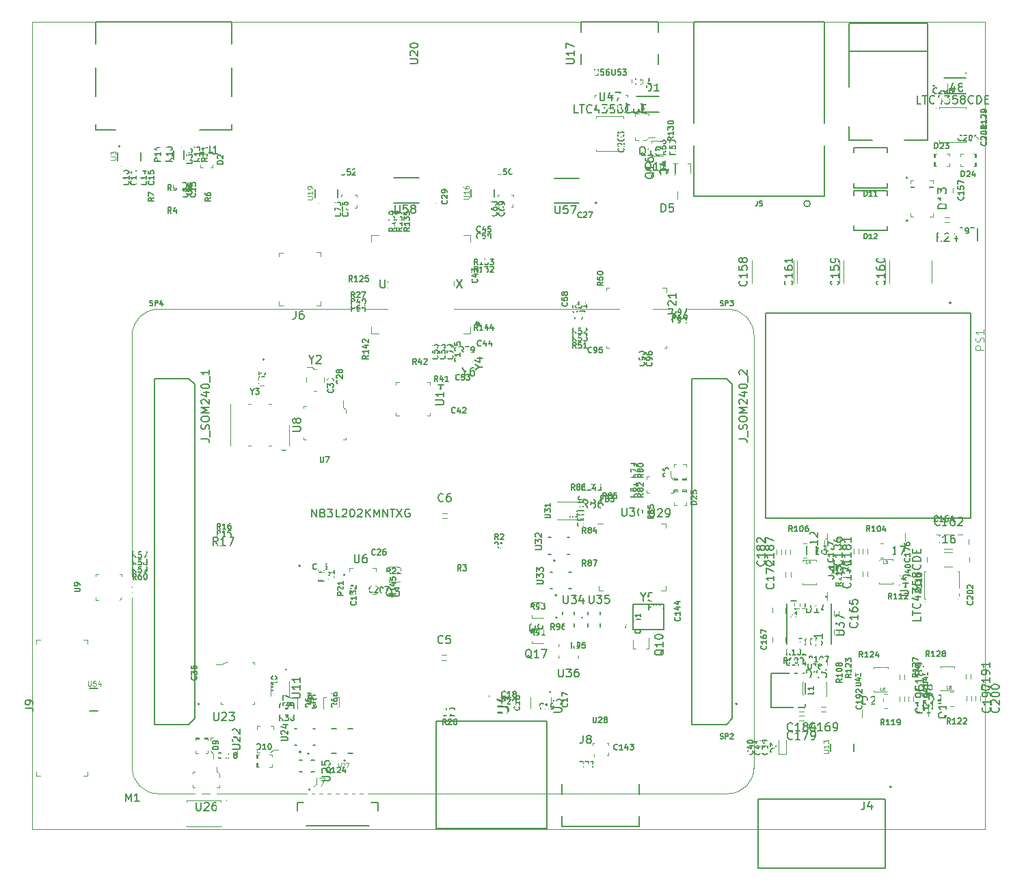
<source format=gbr>
%TF.GenerationSoftware,KiCad,Pcbnew,5.1.9+dfsg1-1*%
%TF.CreationDate,2022-05-02T11:56:59+02:00*%
%TF.ProjectId,kria-k26-devboard,6b726961-2d6b-4323-962d-646576626f61,rev?*%
%TF.SameCoordinates,Original*%
%TF.FileFunction,Legend,Top*%
%TF.FilePolarity,Positive*%
%FSLAX46Y46*%
G04 Gerber Fmt 4.6, Leading zero omitted, Abs format (unit mm)*
G04 Created by KiCad (PCBNEW 5.1.9+dfsg1-1) date 2022-05-02 11:56:59 commit 95c84ef*
%MOMM*%
%LPD*%
G01*
G04 APERTURE LIST*
%TA.AperFunction,Profile*%
%ADD10C,0.100000*%
%TD*%
%ADD11C,0.120000*%
%ADD12C,0.500000*%
%ADD13C,0.150000*%
%ADD14C,0.100000*%
%ADD15C,0.200000*%
%ADD16C,0.127000*%
%ADD17C,0.400000*%
%ADD18C,0.152400*%
%ADD19C,0.254000*%
%ADD20C,0.015000*%
%ADD21C,0.002790*%
%ADD22C,0.010000*%
%ADD23R,1.011199X0.204000*%
%ADD24R,0.204000X1.011199*%
%ADD25R,8.102600X8.102600*%
%ADD26R,0.800000X1.500000*%
%ADD27R,1.000000X1.400000*%
%ADD28R,1.400000X1.000000*%
%ADD29R,1.500000X1.500000*%
%ADD30R,1.300000X1.500000*%
%ADD31R,0.700000X1.750000*%
%ADD32C,1.100000*%
%ADD33C,2.700000*%
%ADD34R,0.220000X0.900000*%
%ADD35R,0.220000X0.850000*%
%ADD36R,0.550000X0.220000*%
%ADD37R,1.200000X0.700000*%
%ADD38R,1.140000X1.730000*%
%ADD39C,2.250000*%
%ADD40R,2.250000X2.250000*%
%ADD41R,0.550000X1.000000*%
%ADD42R,0.600000X0.800000*%
%ADD43R,1.200000X1.200000*%
%ADD44R,1.500000X1.800000*%
%ADD45R,0.800000X0.600000*%
%ADD46R,1.800000X1.000000*%
%ADD47R,1.700000X2.500000*%
%ADD48R,0.800000X0.800000*%
%ADD49R,0.650000X1.525000*%
%ADD50R,3.100000X2.290000*%
%ADD51O,4.500000X2.000000*%
%ADD52O,1.990000X4.000000*%
%ADD53O,4.000000X2.000000*%
%ADD54R,1.840000X1.840000*%
%ADD55C,1.840000*%
%ADD56C,1.800000*%
%ADD57R,0.600000X1.550000*%
%ADD58R,1.200000X1.800000*%
%ADD59R,3.400000X0.980000*%
%ADD60R,0.900000X1.000000*%
%ADD61C,6.000000*%
%ADD62O,0.240000X0.599999*%
%ADD63O,0.599999X0.240000*%
%ADD64R,4.099999X4.099999*%
%ADD65R,0.700000X1.200000*%
%ADD66R,0.254800X0.807999*%
%ADD67R,3.403600X1.803400*%
%ADD68R,0.807999X0.254800*%
%ADD69R,1.803400X3.403600*%
%ADD70R,2.590800X2.590800*%
%ADD71R,0.299999X0.670001*%
%ADD72R,0.810000X0.220000*%
%ADD73R,0.220000X0.810000*%
%ADD74R,1.000000X0.550000*%
%ADD75R,1.750000X1.450000*%
%ADD76R,0.825000X0.300000*%
%ADD77R,2.000000X0.600000*%
%ADD78R,1.600200X1.600200*%
%ADD79R,0.600000X2.000000*%
%ADD80R,1.800000X2.000000*%
%ADD81R,1.300000X1.100000*%
%ADD82R,0.900000X1.100000*%
%ADD83R,0.280000X2.400000*%
%ADD84O,1.200000X2.400000*%
%ADD85O,1.400000X2.800000*%
%ADD86C,1.400000*%
%ADD87R,0.500000X0.600000*%
%ADD88R,0.300000X0.600000*%
%ADD89C,0.356000*%
%ADD90C,0.950000*%
%ADD91C,1.600000*%
%ADD92C,1.150000*%
%ADD93R,0.600000X0.500000*%
%ADD94R,1.150000X1.650000*%
%ADD95C,1.750000*%
%ADD96R,0.600000X1.150000*%
%ADD97O,1.000000X2.000000*%
%ADD98O,1.050000X2.100000*%
%ADD99C,0.650000*%
%ADD100R,0.300000X1.150000*%
%ADD101R,4.300000X4.300000*%
%ADD102O,0.200000X0.550000*%
%ADD103O,0.550000X0.200000*%
%ADD104R,0.200000X0.400000*%
%ADD105R,0.787400X0.685800*%
%ADD106R,1.549400X1.549400*%
%ADD107R,1.100000X0.900000*%
%ADD108C,2.020000*%
%ADD109R,1.746000X2.050000*%
%ADD110R,0.685800X0.787400*%
%ADD111C,1.397000*%
%ADD112C,2.100000*%
%ADD113C,2.108200*%
%ADD114C,3.250000*%
%ADD115C,1.524000*%
%ADD116R,0.400000X0.600000*%
%ADD117R,0.584200X0.210000*%
G04 APERTURE END LIST*
D10*
X74000000Y-152000000D02*
X74000000Y-52000000D01*
X74000000Y-52000000D02*
X192000000Y-52000000D01*
X192000000Y-52000000D02*
X192000000Y-152000000D01*
X192000000Y-152000000D02*
X74000000Y-152000000D01*
D11*
%TO.C,U44*%
X128240342Y-78413461D02*
X127353683Y-78413461D01*
X115997542Y-78413461D02*
X115997542Y-79300120D01*
X115997542Y-90656261D02*
X116884201Y-90656261D01*
X128240342Y-90656261D02*
X128240342Y-89769602D01*
X128240342Y-79300120D02*
X128240342Y-78413461D01*
X116884204Y-78413461D02*
X115997542Y-78413461D01*
X115997542Y-89769599D02*
X115997542Y-90656261D01*
X127353680Y-90656261D02*
X128240342Y-90656261D01*
D12*
X129218942Y-89434861D02*
G75*
G03*
X129218942Y-89434861I-100000J0D01*
G01*
D13*
%TO.C,J2*%
X123975000Y-138620000D02*
X123975000Y-151980000D01*
X137715000Y-138620000D02*
X123975000Y-138620000D01*
X137715000Y-151980000D02*
X137715000Y-138620000D01*
X123975000Y-151980000D02*
X137715000Y-151980000D01*
D14*
%TO.C,U4*%
X130525000Y-135575000D02*
X130525000Y-135575000D01*
X130525000Y-135475000D02*
X130525000Y-135475000D01*
X130525000Y-135475000D02*
G75*
G02*
X130525000Y-135575000I0J-50000D01*
G01*
X130525000Y-135575000D02*
G75*
G02*
X130525000Y-135475000I0J50000D01*
G01*
%TO.C,U41*%
X169350000Y-121700000D02*
X169350000Y-121550000D01*
X171050000Y-118700000D02*
X169500000Y-118700000D01*
X171050000Y-118700000D02*
X171050000Y-118850000D01*
X171050000Y-121700000D02*
X171050000Y-121550000D01*
X169500000Y-118700000D02*
X169350000Y-118850000D01*
X171050000Y-121700000D02*
X169350000Y-121700000D01*
D11*
%TO.C,L4*%
X169846999Y-118400000D02*
X169446999Y-118400000D01*
X169846999Y-116600000D02*
X169446999Y-116600000D01*
D15*
%TO.C,PS1*%
X187760000Y-86830000D02*
G75*
G03*
X187760000Y-86830000I-100000J0D01*
G01*
D16*
X164800000Y-88100000D02*
X190200000Y-88100000D01*
X164800000Y-113500000D02*
X164800000Y-88100000D01*
X190200000Y-113500000D02*
X164800000Y-113500000D01*
X190200000Y-88100000D02*
X190200000Y-113500000D01*
D14*
%TO.C,U29*%
X153000000Y-107700000D02*
X153000000Y-108300000D01*
X153000000Y-108300000D02*
X153350000Y-108750000D01*
X153000000Y-110350000D02*
X153350000Y-110350000D01*
X153350000Y-110350000D02*
X153350000Y-110000000D01*
X150050000Y-108700000D02*
X150050000Y-108350000D01*
X150050000Y-108350000D02*
X150400000Y-108350000D01*
X150400000Y-110350000D02*
X150050000Y-110350000D01*
X150050000Y-110350000D02*
X150050000Y-110000000D01*
%TO.C,D25*%
X154500000Y-109970000D02*
X154500000Y-110170000D01*
X153950000Y-109970000D02*
X153950000Y-110170000D01*
X153450000Y-109970000D02*
X153950000Y-109970000D01*
X153450000Y-110325000D02*
X153450000Y-109975000D01*
X153800000Y-111925000D02*
X153450000Y-111925000D01*
X153450000Y-111925000D02*
X153450000Y-111575000D01*
X154950000Y-110325000D02*
X154950000Y-109975000D01*
X154950000Y-109975000D02*
X154500000Y-109975000D01*
X154950000Y-111575000D02*
X154950000Y-111925000D01*
X154950000Y-111925000D02*
X154700000Y-111925000D01*
X154950000Y-110075000D02*
X154500000Y-110075000D01*
X154950000Y-110175000D02*
X154500000Y-110175000D01*
X153450000Y-110070000D02*
X153950000Y-110070000D01*
X153450000Y-110170000D02*
X153950000Y-110170000D01*
%TO.C,D6*%
X153900000Y-108780000D02*
X153900000Y-108580000D01*
X154450000Y-108780000D02*
X154450000Y-108580000D01*
X154950000Y-108780000D02*
X154450000Y-108780000D01*
X154950000Y-108425000D02*
X154950000Y-108775000D01*
X154600000Y-106825000D02*
X154950000Y-106825000D01*
X154950000Y-106825000D02*
X154950000Y-107175000D01*
X153450000Y-108425000D02*
X153450000Y-108775000D01*
X153450000Y-108775000D02*
X153900000Y-108775000D01*
X153450000Y-107175000D02*
X153450000Y-106825000D01*
X153450000Y-106825000D02*
X153700000Y-106825000D01*
X153450000Y-108675000D02*
X153900000Y-108675000D01*
X153450000Y-108575000D02*
X153900000Y-108575000D01*
X154950000Y-108680000D02*
X154450000Y-108680000D01*
X154950000Y-108580000D02*
X154450000Y-108580000D01*
%TO.C,D3*%
X166450000Y-142750000D02*
X166450000Y-141050000D01*
X167350000Y-141050000D02*
X167350000Y-142750000D01*
X166450000Y-142750000D02*
X167350000Y-142750000D01*
D11*
%TO.C,C157*%
X186376600Y-72584773D02*
X186376600Y-73184773D01*
X187976600Y-72604773D02*
X187976600Y-73204773D01*
D14*
%TO.C,C162*%
X189985000Y-116150000D02*
X189985000Y-116750000D01*
X184785000Y-116150000D02*
X184785000Y-116750000D01*
X187385000Y-117350000D02*
X186885000Y-117350000D01*
X187385000Y-117350000D02*
X187885000Y-117350000D01*
X187385000Y-115550000D02*
X186885000Y-115550000D01*
X187385000Y-115550000D02*
X187885000Y-115550000D01*
%TO.C,C163*%
X189999999Y-118324999D02*
X189999999Y-118924999D01*
X184799999Y-118324999D02*
X184799999Y-118924999D01*
X187399999Y-119524999D02*
X186899999Y-119524999D01*
X187399999Y-119524999D02*
X187899999Y-119524999D01*
X187399999Y-117724999D02*
X186899999Y-117724999D01*
X187399999Y-117724999D02*
X187899999Y-117724999D01*
D11*
%TO.C,C169*%
X172300000Y-136900000D02*
X171700000Y-136900000D01*
X172300000Y-137500000D02*
X171700000Y-137500000D01*
%TO.C,C171*%
X177400000Y-120700000D02*
X177400000Y-120100000D01*
X176800000Y-120700000D02*
X176800000Y-120100000D01*
%TO.C,C172*%
X167900000Y-120800000D02*
X167900000Y-120200000D01*
X167300000Y-120800000D02*
X167300000Y-120200000D01*
%TO.C,C165*%
X173244999Y-125030000D02*
X173244999Y-125630000D01*
X173844999Y-125030000D02*
X173844999Y-125630000D01*
%TO.C,C179*%
X169550000Y-137950000D02*
X168950000Y-137950000D01*
X169550000Y-138550000D02*
X168950000Y-138550000D01*
%TO.C,C181*%
X177400000Y-117900000D02*
X177400000Y-117300000D01*
X176800000Y-117900000D02*
X176800000Y-117300000D01*
%TO.C,C182*%
X166750000Y-117955000D02*
X166750000Y-117355000D01*
X166150000Y-117955000D02*
X166150000Y-117355000D01*
%TO.C,C184*%
X169550000Y-136900000D02*
X168950000Y-136900000D01*
X169550000Y-137500000D02*
X168950000Y-137500000D01*
%TO.C,C186*%
X176300000Y-117900000D02*
X176300000Y-117300000D01*
X175700000Y-117900000D02*
X175700000Y-117300000D01*
%TO.C,C187*%
X167850000Y-117955000D02*
X167850000Y-117355000D01*
X167250000Y-117955000D02*
X167250000Y-117355000D01*
%TO.C,C166*%
X173845000Y-127930000D02*
X173845000Y-127330000D01*
X173245000Y-127930000D02*
X173245000Y-127330000D01*
%TO.C,C189*%
X181375000Y-132875000D02*
X181375000Y-133475000D01*
X181975000Y-132875000D02*
X181975000Y-133475000D01*
%TO.C,C191*%
X189600000Y-132800000D02*
X189600000Y-133400000D01*
X190200000Y-132800000D02*
X190200000Y-133400000D01*
%TO.C,C167*%
X167245000Y-128850000D02*
X167245000Y-128250000D01*
X165645000Y-128830000D02*
X165645000Y-128230000D01*
%TO.C,C168*%
X165645000Y-124610000D02*
X165645000Y-125210000D01*
X167245000Y-124630000D02*
X167245000Y-125230000D01*
%TO.C,C195*%
X181425000Y-135625000D02*
X181425000Y-136225000D01*
X182025000Y-135625000D02*
X182025000Y-136225000D01*
%TO.C,C197*%
X189685356Y-135546752D02*
X189685356Y-136146752D01*
X190285356Y-135546752D02*
X190285356Y-136146752D01*
%TO.C,C198*%
X182525000Y-135625000D02*
X182525000Y-136225000D01*
X183125000Y-135625000D02*
X183125000Y-136225000D01*
%TO.C,C200*%
X190785355Y-135546752D02*
X190785355Y-136146752D01*
X191385355Y-135546752D02*
X191385355Y-136146752D01*
%TO.C,C5*%
X124700000Y-131075000D02*
X125300000Y-131075000D01*
X124700000Y-130475000D02*
X125300000Y-130475000D01*
%TO.C,C6*%
X124750000Y-113500000D02*
X125350000Y-113500000D01*
X124750000Y-112900000D02*
X125350000Y-112900000D01*
D15*
%TO.C,D12*%
X182400000Y-76650000D02*
G75*
G03*
X182400000Y-76650000I-100000J0D01*
G01*
D16*
X175700000Y-72920000D02*
X175700000Y-73500000D01*
X179900000Y-72920000D02*
X175700000Y-72920000D01*
X179900000Y-73500000D02*
X179900000Y-72920000D01*
X175700000Y-77880000D02*
X175700000Y-77300000D01*
X179900000Y-77880000D02*
X175700000Y-77880000D01*
X179900000Y-77350000D02*
X179900000Y-77880000D01*
D14*
%TO.C,D13*%
X185525000Y-76150000D02*
X185125000Y-76150000D01*
X185525000Y-76150000D02*
X185525000Y-75750000D01*
X185525000Y-71650000D02*
X185525000Y-72050000D01*
X185525000Y-71650000D02*
X185125000Y-71650000D01*
X182725000Y-71650000D02*
X183125000Y-71650000D01*
X182725000Y-71650000D02*
X182725000Y-72050000D01*
X182725000Y-76150000D02*
X183125000Y-76150000D01*
X182725000Y-76150000D02*
X182725000Y-75750000D01*
X185524540Y-72536020D02*
X185524540Y-72459820D01*
X185059720Y-72536020D02*
X185524540Y-72536020D01*
X185059720Y-72459820D02*
X185059720Y-72536020D01*
X185524540Y-72459820D02*
X185059720Y-72459820D01*
X182722920Y-72536020D02*
X182722920Y-72459820D01*
X183182660Y-72536020D02*
X182722920Y-72536020D01*
X183182660Y-72459820D02*
X183182660Y-72536020D01*
X182722920Y-72459820D02*
X183182660Y-72459820D01*
%TO.C,D9*%
X95275000Y-140645000D02*
X95275000Y-140845000D01*
X94725000Y-140645000D02*
X94725000Y-140845000D01*
X94225000Y-140645000D02*
X94725000Y-140645000D01*
X94225000Y-141000000D02*
X94225000Y-140650000D01*
X94575000Y-142600000D02*
X94225000Y-142600000D01*
X94225000Y-142600000D02*
X94225000Y-142250000D01*
X95725000Y-141000000D02*
X95725000Y-140650000D01*
X95725000Y-140650000D02*
X95275000Y-140650000D01*
X95725000Y-142250000D02*
X95725000Y-142600000D01*
X95725000Y-142600000D02*
X95475000Y-142600000D01*
X95725000Y-140750000D02*
X95275000Y-140750000D01*
X95725000Y-140850000D02*
X95275000Y-140850000D01*
X94225000Y-140745000D02*
X94725000Y-140745000D01*
X94225000Y-140845000D02*
X94725000Y-140845000D01*
%TO.C,D2*%
X95850000Y-68120000D02*
X95850000Y-68320000D01*
X95300000Y-68120000D02*
X95300000Y-68320000D01*
X94800000Y-68120000D02*
X95300000Y-68120000D01*
X94800000Y-68475000D02*
X94800000Y-68125000D01*
X95150000Y-70075000D02*
X94800000Y-70075000D01*
X94800000Y-70075000D02*
X94800000Y-69725000D01*
X96300000Y-68475000D02*
X96300000Y-68125000D01*
X96300000Y-68125000D02*
X95850000Y-68125000D01*
X96300000Y-69725000D02*
X96300000Y-70075000D01*
X96300000Y-70075000D02*
X96050000Y-70075000D01*
X96300000Y-68225000D02*
X95850000Y-68225000D01*
X96300000Y-68325000D02*
X95850000Y-68325000D01*
X94800000Y-68220000D02*
X95300000Y-68220000D01*
X94800000Y-68320000D02*
X95300000Y-68320000D01*
%TO.C,D10*%
X101720000Y-143250000D02*
X101920000Y-143250000D01*
X101720000Y-143800000D02*
X101920000Y-143800000D01*
X101720000Y-144300000D02*
X101720000Y-143800000D01*
X102075000Y-144300000D02*
X101725000Y-144300000D01*
X103675000Y-143950000D02*
X103675000Y-144300000D01*
X103675000Y-144300000D02*
X103325000Y-144300000D01*
X102075000Y-142800000D02*
X101725000Y-142800000D01*
X101725000Y-142800000D02*
X101725000Y-143250000D01*
X103325000Y-142800000D02*
X103675000Y-142800000D01*
X103675000Y-142800000D02*
X103675000Y-143050000D01*
X101825000Y-142800000D02*
X101825000Y-143250000D01*
X101925000Y-142800000D02*
X101925000Y-143250000D01*
X101820000Y-144300000D02*
X101820000Y-143800000D01*
X101920000Y-144300000D02*
X101920000Y-143800000D01*
D11*
%TO.C,D14*%
X172395000Y-123650000D02*
X172395000Y-123450000D01*
X172395000Y-123450000D02*
X172395000Y-122650000D01*
%TO.C,D15*%
X172400000Y-131700000D02*
X172400000Y-131500000D01*
X172400000Y-131500000D02*
X172400000Y-130700000D01*
%TO.C,D17*%
X182100000Y-116400000D02*
X182100000Y-116200000D01*
X182100000Y-116200000D02*
X182100000Y-115400000D01*
%TO.C,D20*%
X176775000Y-137225000D02*
X176775000Y-137425000D01*
X176775000Y-137425000D02*
X176775000Y-138225000D01*
D14*
%TO.C,D23*%
X185620000Y-68850000D02*
X185820000Y-68850000D01*
X185620000Y-69400000D02*
X185820000Y-69400000D01*
X185620000Y-69900000D02*
X185620000Y-69400000D01*
X185975000Y-69900000D02*
X185625000Y-69900000D01*
X187575000Y-69550000D02*
X187575000Y-69900000D01*
X187575000Y-69900000D02*
X187225000Y-69900000D01*
X185975000Y-68400000D02*
X185625000Y-68400000D01*
X185625000Y-68400000D02*
X185625000Y-68850000D01*
X187225000Y-68400000D02*
X187575000Y-68400000D01*
X187575000Y-68400000D02*
X187575000Y-68650000D01*
X185725000Y-68400000D02*
X185725000Y-68850000D01*
X185825000Y-68400000D02*
X185825000Y-68850000D01*
X185720000Y-69900000D02*
X185720000Y-69400000D01*
X185820000Y-69900000D02*
X185820000Y-69400000D01*
%TO.C,D24*%
X190880000Y-69450000D02*
X190680000Y-69450000D01*
X190880000Y-68900000D02*
X190680000Y-68900000D01*
X190880000Y-68400000D02*
X190880000Y-68900000D01*
X190525000Y-68400000D02*
X190875000Y-68400000D01*
X188925000Y-68750000D02*
X188925000Y-68400000D01*
X188925000Y-68400000D02*
X189275000Y-68400000D01*
X190525000Y-69900000D02*
X190875000Y-69900000D01*
X190875000Y-69900000D02*
X190875000Y-69450000D01*
X189275000Y-69900000D02*
X188925000Y-69900000D01*
X188925000Y-69900000D02*
X188925000Y-69650000D01*
X190775000Y-69900000D02*
X190775000Y-69450000D01*
X190675000Y-69900000D02*
X190675000Y-69450000D01*
X190780000Y-68400000D02*
X190780000Y-68900000D01*
X190680000Y-68400000D02*
X190680000Y-68900000D01*
D15*
%TO.C,IC2*%
X191055000Y-77625000D02*
X191055000Y-79150000D01*
D13*
%TO.C,J11*%
X184900000Y-52200000D02*
X175100000Y-52200000D01*
X184900000Y-55700000D02*
X175100000Y-55700000D01*
X184900000Y-66700000D02*
X182000000Y-66700000D01*
X175100000Y-52250000D02*
X175100000Y-60100000D01*
X184900000Y-52200000D02*
X184900000Y-66700000D01*
X178000000Y-66650000D02*
X175100000Y-66650000D01*
X175100000Y-66650000D02*
X175100000Y-65000000D01*
D15*
%TO.C,J4*%
X179625000Y-148324000D02*
X179625000Y-156834000D01*
X163875000Y-156834000D02*
X163875000Y-148324000D01*
X163875000Y-156834000D02*
X179625000Y-156834000D01*
X163875000Y-148324000D02*
X179625000Y-148324000D01*
X180375000Y-146800000D02*
G75*
G03*
X180375000Y-146800000I-100000J0D01*
G01*
%TO.C,J7*%
X108400000Y-147125000D02*
G75*
G03*
X108400000Y-147125000I-100000J0D01*
G01*
D16*
X107560000Y-148725000D02*
X106800000Y-148725000D01*
X106800000Y-148725000D02*
X106800000Y-149700000D01*
X115980000Y-148725000D02*
X116800000Y-148725000D01*
X116800000Y-148725000D02*
X116800000Y-149700000D01*
X107920000Y-151625000D02*
X115680000Y-151625000D01*
D13*
%TO.C,L1*%
X165500000Y-136950000D02*
X169700000Y-136950000D01*
X165500000Y-132750000D02*
X169700000Y-132750000D01*
X169700000Y-132750000D02*
X169700000Y-136950000D01*
X165500000Y-132750000D02*
X165500000Y-136950000D01*
D11*
%TO.C,L3*%
X179400000Y-118400000D02*
X179000000Y-118400000D01*
X179400000Y-116600000D02*
X179000000Y-116600000D01*
%TO.C,L6*%
X179475000Y-135224999D02*
X179875000Y-135224999D01*
X179475000Y-137024999D02*
X179875000Y-137024999D01*
%TO.C,L8*%
X187703000Y-135025001D02*
X188103000Y-135025001D01*
X187703000Y-136825001D02*
X188103000Y-136825001D01*
D14*
%TO.C,Q15*%
X148675000Y-66650000D02*
X148675000Y-66350000D01*
X149050000Y-66650000D02*
X148675000Y-66650000D01*
X148675000Y-63350000D02*
X149125000Y-63350000D01*
X148675000Y-63650000D02*
X148675000Y-63350000D01*
X148675000Y-63575000D02*
X148675000Y-63700000D01*
X150325000Y-63350000D02*
X150325000Y-63700000D01*
X149850000Y-63350000D02*
X150325000Y-63350000D01*
X150325000Y-66325000D02*
X151100000Y-66325000D01*
X150325000Y-66375000D02*
X150325000Y-66325000D01*
X149950000Y-66650000D02*
X150325000Y-66375000D01*
X149675000Y-66650000D02*
X149950000Y-66650000D01*
D11*
%TO.C,R86*%
X143700000Y-109275000D02*
X143100000Y-109275000D01*
X143700000Y-109875000D02*
X143100000Y-109875000D01*
%TO.C,S1*%
X93100000Y-148500000D02*
X97300000Y-148500000D01*
X93100000Y-148500000D02*
X93100000Y-148620000D01*
X93100000Y-151680000D02*
X93100000Y-151560000D01*
X93100000Y-151700000D02*
X97300000Y-151700000D01*
X97300000Y-151700000D02*
X97300000Y-151600000D01*
X97300000Y-148500000D02*
X97300000Y-148620000D01*
D16*
X98082250Y-148463200D02*
G75*
G03*
X98082250Y-148463200I-15650J0D01*
G01*
D11*
%TO.C,U21*%
X145120912Y-84989036D02*
X145120912Y-85289036D01*
X145120912Y-84989036D02*
X145420912Y-84989036D01*
X145120912Y-92139034D02*
X145120912Y-92439034D01*
X145120912Y-92439034D02*
X145420912Y-92439034D01*
X152270910Y-92439034D02*
X152570910Y-92439034D01*
X152570910Y-92139034D02*
X152570910Y-92439034D01*
X152570910Y-84989036D02*
X152570910Y-85564036D01*
X151995910Y-84989036D02*
X152570910Y-84989036D01*
D14*
%TO.C,U38*%
X172380000Y-135490000D02*
X172230000Y-135490000D01*
X169380000Y-133790000D02*
X169380000Y-135340000D01*
X169380000Y-133790000D02*
X169530000Y-133790000D01*
X172380000Y-133790000D02*
X172230000Y-133790000D01*
X169380000Y-135340000D02*
X169530000Y-135490000D01*
X172380000Y-133790000D02*
X172380000Y-135490000D01*
%TO.C,U40*%
X178849999Y-121600000D02*
X178849999Y-121450000D01*
X180549999Y-118600000D02*
X178999999Y-118600000D01*
X180549999Y-118600000D02*
X180549999Y-118750000D01*
X180549999Y-121600000D02*
X180549999Y-121450000D01*
X178999999Y-118600000D02*
X178849999Y-118750000D01*
X180549999Y-121600000D02*
X178849999Y-121600000D01*
D15*
%TO.C,U37*%
X172390000Y-123233800D02*
G75*
G03*
X172390000Y-123233800I-100000J0D01*
G01*
D16*
X167395000Y-124080000D02*
X167395000Y-129080000D01*
X172895000Y-124080000D02*
X172895000Y-129080000D01*
D14*
%TO.C,U45*%
X188200000Y-131875000D02*
X188200000Y-132025000D01*
X186500000Y-134875000D02*
X188050000Y-134875000D01*
X186500000Y-134875000D02*
X186500000Y-134725000D01*
X186500000Y-131875000D02*
X186500000Y-132025000D01*
X188050000Y-134875000D02*
X188200000Y-134725000D01*
X186500000Y-131875000D02*
X188200000Y-131875000D01*
D11*
%TO.C,U46*%
X184618000Y-123832000D02*
G75*
G03*
X184618000Y-123832000I-50000J0D01*
G01*
X184639860Y-120123600D02*
X184428300Y-120123600D01*
X188560140Y-123476400D02*
X188771700Y-123476400D01*
X184428300Y-123476400D02*
X184639860Y-123476400D01*
X184428300Y-120123600D02*
X184428300Y-123476400D01*
X188771700Y-120123600D02*
X188560140Y-120123600D01*
X188771700Y-123476400D02*
X188771700Y-120123600D01*
%TO.C,U47*%
X143543000Y-63868000D02*
G75*
G03*
X143543000Y-63868000I-50000J0D01*
G01*
X147201400Y-63939860D02*
X147201400Y-63728300D01*
X143848600Y-67860140D02*
X143848600Y-68071700D01*
X143848600Y-63728300D02*
X143848600Y-63939860D01*
X147201400Y-63728300D02*
X143848600Y-63728300D01*
X147201400Y-68071700D02*
X147201400Y-67860140D01*
X143848600Y-68071700D02*
X147201400Y-68071700D01*
%TO.C,U48*%
X185993000Y-62718000D02*
G75*
G03*
X185993000Y-62718000I-50000J0D01*
G01*
X189651400Y-62789860D02*
X189651400Y-62578300D01*
X186298600Y-66710140D02*
X186298600Y-66921700D01*
X186298600Y-62578300D02*
X186298600Y-62789860D01*
X189651400Y-62578300D02*
X186298600Y-62578300D01*
X189651400Y-66921700D02*
X189651400Y-66710140D01*
X186298600Y-66921700D02*
X189651400Y-66921700D01*
%TO.C,U14*%
X123257200Y-96998860D02*
X123257200Y-96620800D01*
X122879140Y-100837200D02*
X123257200Y-100837200D01*
X119040800Y-100459140D02*
X119040800Y-100837200D01*
X119418860Y-96620800D02*
X119040800Y-96620800D01*
X123257200Y-96620800D02*
X122879140Y-96620800D01*
X123257200Y-100837200D02*
X123257200Y-100459140D01*
X119040800Y-100837200D02*
X119418860Y-100837200D01*
X119040800Y-96620800D02*
X119040800Y-96998860D01*
D16*
%TO.C,U16*%
X128330000Y-73750000D02*
X128330000Y-72750000D01*
X131170000Y-72750000D02*
X131170000Y-73750000D01*
D14*
X128800000Y-74470000D02*
G75*
G03*
X128800000Y-74470000I-50000J0D01*
G01*
D16*
%TO.C,U19*%
X108980000Y-73800000D02*
X108980000Y-72800000D01*
X111820000Y-72800000D02*
X111820000Y-73800000D01*
D14*
X109450000Y-74520000D02*
G75*
G03*
X109450000Y-74520000I-50000J0D01*
G01*
D16*
%TO.C,U3*%
X84580000Y-69200000D02*
X84580000Y-68200000D01*
X87420000Y-68200000D02*
X87420000Y-69200000D01*
D14*
X85050000Y-69920000D02*
G75*
G03*
X85050000Y-69920000I-50000J0D01*
G01*
D11*
%TO.C,U5*%
X138238001Y-135034000D02*
G75*
G03*
X138238001Y-135034000I-125001J0D01*
G01*
X138258001Y-135723999D02*
X138258001Y-137024001D01*
X135707999Y-135723999D02*
X135707999Y-137024001D01*
D15*
%TO.C,U25*%
X108237709Y-142694000D02*
G75*
G03*
X108237709Y-142694000I-70709J0D01*
G01*
D16*
X108525000Y-143445000D02*
X108905000Y-143445000D01*
X107045000Y-143445000D02*
X107425000Y-143445000D01*
X107045000Y-144905000D02*
X107425000Y-144905000D01*
X108525000Y-144905000D02*
X108905000Y-144905000D01*
D14*
%TO.C,U22*%
X104475000Y-142225000D02*
X103875000Y-142225000D01*
X103875000Y-142225000D02*
X103425000Y-142575000D01*
X101825000Y-142225000D02*
X101825000Y-142575000D01*
X101825000Y-142575000D02*
X102175000Y-142575000D01*
X103475000Y-139275000D02*
X103825000Y-139275000D01*
X103825000Y-139275000D02*
X103825000Y-139625000D01*
X101825000Y-139625000D02*
X101825000Y-139275000D01*
X101825000Y-139275000D02*
X102175000Y-139275000D01*
%TO.C,U23*%
X96375000Y-143325001D02*
X96375000Y-142725001D01*
X96375000Y-142725001D02*
X96025000Y-142275001D01*
X96375000Y-140675001D02*
X96025000Y-140675001D01*
X96025000Y-140675001D02*
X96025000Y-141025001D01*
X99325000Y-142325001D02*
X99325000Y-142675001D01*
X99325000Y-142675001D02*
X98975000Y-142675001D01*
X98975000Y-140675001D02*
X99325000Y-140675001D01*
X99325000Y-140675001D02*
X99325000Y-141025001D01*
%TO.C,U26*%
X97164999Y-145200000D02*
X97164999Y-145575000D01*
X96839999Y-144875000D02*
X96839999Y-144350000D01*
X96939999Y-144875000D02*
X96839999Y-144875000D01*
X97164999Y-145200000D02*
X96939999Y-144875000D01*
X93864999Y-146875000D02*
X93864999Y-146550000D01*
X94164999Y-146875000D02*
X93864999Y-146875000D01*
X93864999Y-144875000D02*
X93864999Y-145175000D01*
X94189999Y-144875000D02*
X93864999Y-144875000D01*
X97164999Y-146875000D02*
X97164999Y-146575000D01*
X96839999Y-146875000D02*
X97164999Y-146875000D01*
%TO.C,U31*%
X139001760Y-113699792D02*
X142011760Y-113699792D01*
X142001760Y-111469792D02*
X138981760Y-111469792D01*
%TO.C,U10*%
X98200000Y-131350000D02*
X97800000Y-131350000D01*
X97800000Y-131350000D02*
X97500000Y-131650000D01*
X97500000Y-131650000D02*
X96700000Y-131650000D01*
X97300000Y-136250000D02*
X97300000Y-136550000D01*
X97300000Y-136550000D02*
X97600000Y-136550000D01*
X101500000Y-131650000D02*
X101500000Y-131350000D01*
X101500000Y-131350000D02*
X101200000Y-131350000D01*
X101500000Y-136250000D02*
X101500000Y-136550000D01*
X101500000Y-136550000D02*
X101200000Y-136550000D01*
D11*
%TO.C,U11*%
X105501600Y-132249801D02*
G75*
G03*
X105501600Y-132249801I-101600J0D01*
G01*
X105831100Y-135555448D02*
X105831100Y-133744552D01*
X103468900Y-133744552D02*
X103468900Y-135555448D01*
D16*
%TO.C,U13*%
X172880000Y-142400000D02*
X172880000Y-141400000D01*
X175720000Y-141400000D02*
X175720000Y-142400000D01*
D14*
X173350000Y-143120000D02*
G75*
G03*
X173350000Y-143120000I-50000J0D01*
G01*
%TO.C,U7*%
X112800000Y-100475000D02*
X112800000Y-100075000D01*
X112800000Y-100075000D02*
X112500000Y-99775000D01*
X112500000Y-99775000D02*
X112500000Y-98975000D01*
X107900000Y-99575000D02*
X107600000Y-99575000D01*
X107600000Y-99575000D02*
X107600000Y-99875000D01*
X112500000Y-103775000D02*
X112800000Y-103775000D01*
X112800000Y-103775000D02*
X112800000Y-103475000D01*
X107900000Y-103775000D02*
X107600000Y-103775000D01*
X107600000Y-103775000D02*
X107600000Y-103475000D01*
D11*
%TO.C,U8*%
X100710000Y-99340000D02*
X101050000Y-99340000D01*
X98530000Y-104560000D02*
X98530000Y-99340000D01*
X103590000Y-104560000D02*
X103250000Y-104560000D01*
X105770000Y-101950000D02*
X105770000Y-104560000D01*
X103250000Y-99340000D02*
X103590000Y-99340000D01*
X101050000Y-104560000D02*
X100710000Y-104560000D01*
D13*
%TO.C,Y5*%
X148369060Y-127286827D02*
X148369060Y-124186827D01*
X148369060Y-124186827D02*
X152169060Y-124186827D01*
X152169060Y-124186827D02*
X152169060Y-127286827D01*
X152169060Y-127286827D02*
X148369060Y-127286827D01*
D17*
X147769060Y-126986827D02*
G75*
G03*
X147769060Y-126986827I-100000J0D01*
G01*
D11*
%TO.C,Y2*%
X108855000Y-97734999D02*
X109195000Y-97734999D01*
X108865000Y-95014999D02*
X109195000Y-95014999D01*
X110135000Y-96694999D02*
X110135000Y-96054999D01*
X107915000Y-96694999D02*
X107915000Y-96054999D01*
X108645000Y-94814999D02*
X107955000Y-94814999D01*
X108645000Y-94814999D02*
G75*
G02*
X108865000Y-95014999I-90000J-320000D01*
G01*
D15*
%TO.C,Y3*%
X102725000Y-93865000D02*
G75*
G03*
X102725000Y-93865000I-100000J0D01*
G01*
D16*
%TO.C,J1*%
X94713000Y-65428000D02*
X98713000Y-65428000D01*
X98713000Y-65428000D02*
X98713000Y-64728000D01*
X98713000Y-61298000D02*
X98713000Y-57748000D01*
X98713000Y-54718000D02*
X98713000Y-52058000D01*
X81813000Y-54718000D02*
X81813000Y-52058000D01*
X81813000Y-61298000D02*
X81813000Y-57748000D01*
X81813000Y-65428000D02*
X81813000Y-64728000D01*
X81813000Y-65428000D02*
X84313000Y-65428000D01*
D15*
X84863000Y-67458000D02*
G75*
G03*
X84863000Y-67458000I-100000J0D01*
G01*
D16*
X98713000Y-52058000D02*
X81813000Y-52058000D01*
D11*
%TO.C,C158*%
X168309999Y-84415748D02*
X168309999Y-81584252D01*
X163089999Y-84415748D02*
X163089999Y-81584252D01*
%TO.C,C159*%
X179660000Y-84415748D02*
X179660000Y-81584252D01*
X174440000Y-84415748D02*
X174440000Y-81584252D01*
%TO.C,C160*%
X185360000Y-84415748D02*
X185360000Y-81584252D01*
X180140000Y-84415748D02*
X180140000Y-81584252D01*
%TO.C,C161*%
X173960000Y-84415748D02*
X173960000Y-81584252D01*
X168740000Y-84415748D02*
X168740000Y-81584252D01*
%TO.C,D18*%
X172400000Y-116400000D02*
X172400000Y-116200000D01*
X172400000Y-116200000D02*
X172400000Y-115400000D01*
%TO.C,D22*%
X184975000Y-137075000D02*
X184975000Y-137275000D01*
X184975000Y-137275000D02*
X184975000Y-138075000D01*
%TO.C,Q12*%
X174035000Y-116040000D02*
X173725000Y-116040000D01*
X172115000Y-116040000D02*
X172425000Y-116040000D01*
X172115000Y-116040000D02*
X172115000Y-117450000D01*
X174035000Y-116040000D02*
X174035000Y-117200000D01*
%TO.C,Q14*%
X183540000Y-137460000D02*
X183850000Y-137460000D01*
X185460000Y-137460000D02*
X185150000Y-137460000D01*
X185460000Y-137460000D02*
X185460000Y-136050000D01*
X183540000Y-137460000D02*
X183540000Y-136300000D01*
D14*
%TO.C,U52*%
X114165000Y-73485000D02*
X114165000Y-73735000D01*
X112215000Y-73485000D02*
X112215000Y-73735000D01*
X112415000Y-74985000D02*
X112415000Y-75210000D01*
X112215000Y-74760000D02*
X112415000Y-74985000D01*
X114140000Y-75035000D02*
X114140000Y-74685000D01*
X113965000Y-75035000D02*
X114140000Y-75035000D01*
X113965000Y-73485000D02*
X114165000Y-73485000D01*
X112215000Y-73485000D02*
X112415000Y-73485000D01*
%TO.C,U9*%
X81859822Y-123650000D02*
X81859822Y-123350000D01*
X81859822Y-120450000D02*
X82159822Y-120450000D01*
X84759822Y-120450000D02*
X85059822Y-120450000D01*
X81859822Y-120750000D02*
X81859822Y-120450000D01*
X82159822Y-123650000D02*
X81859822Y-123650000D01*
X85059822Y-120450000D02*
X85059822Y-120750000D01*
X84759822Y-123650000D02*
X85059822Y-123350000D01*
D16*
%TO.C,U24*%
X106450000Y-141630000D02*
X106720000Y-141630000D01*
X109050000Y-141630000D02*
X108780000Y-141630000D01*
X106450000Y-139570000D02*
X106720000Y-139570000D01*
X109050000Y-139570000D02*
X108780000Y-139570000D01*
D15*
X107250000Y-142460000D02*
G75*
G03*
X107250000Y-142460000I-100000J0D01*
G01*
D16*
%TO.C,U32*%
X137925000Y-117955000D02*
X138195000Y-117955000D01*
X140525000Y-117955000D02*
X140255000Y-117955000D01*
X137925000Y-115895000D02*
X138195000Y-115895000D01*
X140525000Y-115895000D02*
X140255000Y-115895000D01*
D15*
X138725000Y-118785000D02*
G75*
G03*
X138725000Y-118785000I-100000J0D01*
G01*
D16*
%TO.C,U33*%
X138125000Y-122230000D02*
X138395000Y-122230000D01*
X140725000Y-122230000D02*
X140455000Y-122230000D01*
X138125000Y-120170000D02*
X138395000Y-120170000D01*
X140725000Y-120170000D02*
X140455000Y-120170000D01*
D15*
X138925000Y-123060000D02*
G75*
G03*
X138925000Y-123060000I-100000J0D01*
G01*
%TO.C,J_SOM240_1*%
X93369500Y-139031500D02*
X89076500Y-139031500D01*
X94076500Y-138324500D02*
X93369500Y-139031500D01*
X89076500Y-139031500D02*
X89076500Y-96211500D01*
X89076500Y-96211500D02*
X93369500Y-96211500D01*
X93369500Y-96211500D02*
X94076500Y-96918500D01*
X94076500Y-96918500D02*
X94076500Y-138324500D01*
X94676500Y-136521500D02*
G75*
G03*
X94676500Y-136521500I-100000J0D01*
G01*
D14*
%TO.C,U43*%
X179925000Y-131975000D02*
X179925000Y-132125000D01*
X178225000Y-134975000D02*
X179775000Y-134975000D01*
X178225000Y-134975000D02*
X178225000Y-134825000D01*
X178225000Y-131975000D02*
X178225000Y-132125000D01*
X179775000Y-134975000D02*
X179925000Y-134825000D01*
X178225000Y-131975000D02*
X179925000Y-131975000D01*
%TO.C,U28*%
X145325000Y-141325000D02*
X145325000Y-141575000D01*
X143375000Y-141325000D02*
X143375000Y-141575000D01*
X143575000Y-142825000D02*
X143575000Y-143050000D01*
X143375000Y-142600000D02*
X143575000Y-142825000D01*
X145300000Y-142875000D02*
X145300000Y-142525000D01*
X145125000Y-142875000D02*
X145300000Y-142875000D01*
X145125000Y-141325000D02*
X145325000Y-141325000D01*
X143375000Y-141325000D02*
X143575000Y-141325000D01*
D16*
%TO.C,U54*%
X81100000Y-134580000D02*
X82100000Y-134580000D01*
X82100000Y-137420000D02*
X81100000Y-137420000D01*
D14*
X80430000Y-135000000D02*
G75*
G03*
X80430000Y-135000000I-50000J0D01*
G01*
D11*
%TO.C,Q17*%
X135890000Y-127115000D02*
X135890000Y-127425000D01*
X135890000Y-129035000D02*
X135890000Y-128725000D01*
X135890000Y-129035000D02*
X137300000Y-129035000D01*
X135890000Y-127115000D02*
X137050000Y-127115000D01*
D15*
%TO.C,U27*%
X112750000Y-143500000D02*
G75*
G03*
X112750000Y-143500000I-100000J0D01*
G01*
D16*
X111650000Y-139570000D02*
X111070000Y-139570000D01*
X113630000Y-139570000D02*
X113050000Y-139570000D01*
X111650000Y-142630000D02*
X111070000Y-142630000D01*
X113050000Y-142630000D02*
X113630000Y-142630000D01*
D14*
%TO.C,J9*%
X74500000Y-145440000D02*
X74500000Y-144940000D01*
X74500000Y-145440000D02*
X75000000Y-145440000D01*
X74500000Y-128540000D02*
X74500000Y-129040000D01*
X74500000Y-128540000D02*
X75000000Y-128540000D01*
X80800000Y-128540000D02*
X80300000Y-128540000D01*
X80800000Y-128540000D02*
X80800000Y-129040000D01*
X80800000Y-145440000D02*
X80800000Y-144940000D01*
X80800000Y-145440000D02*
X80300000Y-145440000D01*
%TO.C,U53*%
X147675000Y-61125000D02*
X147675000Y-61375000D01*
X145725000Y-61125000D02*
X145725000Y-61375000D01*
X145925000Y-62625000D02*
X145925000Y-62850000D01*
X145725000Y-62400000D02*
X145925000Y-62625000D01*
X147650000Y-62675000D02*
X147650000Y-62325000D01*
X147475000Y-62675000D02*
X147650000Y-62675000D01*
X147475000Y-61125000D02*
X147675000Y-61125000D01*
X145725000Y-61125000D02*
X145925000Y-61125000D01*
D15*
%TO.C,J_SOM240_2*%
X159970000Y-139030500D02*
X155677000Y-139030500D01*
X160677000Y-138323500D02*
X159970000Y-139030500D01*
X155677000Y-139030500D02*
X155677000Y-96210500D01*
X155677000Y-96210500D02*
X159970000Y-96210500D01*
X159970000Y-96210500D02*
X160677000Y-96917500D01*
X160677000Y-96917500D02*
X160677000Y-138323500D01*
X161277000Y-136520500D02*
G75*
G03*
X161277000Y-136520500I-100000J0D01*
G01*
D11*
%TO.C,Q9*%
X135890000Y-123914999D02*
X135890000Y-124224999D01*
X135890000Y-125834999D02*
X135890000Y-125524999D01*
X135890000Y-125834999D02*
X137300000Y-125834999D01*
X135890000Y-123914999D02*
X137050000Y-123914999D01*
%TO.C,Q7*%
X108760000Y-135690000D02*
X108450000Y-135690000D01*
X106840000Y-135690000D02*
X107150000Y-135690000D01*
X106840000Y-135690000D02*
X106840000Y-137100000D01*
X108760000Y-135690000D02*
X108760000Y-136850000D01*
%TO.C,Q8*%
X111960001Y-135690000D02*
X111650001Y-135690000D01*
X110040001Y-135690000D02*
X110350001Y-135690000D01*
X110040001Y-135690000D02*
X110040001Y-137100000D01*
X111960001Y-135690000D02*
X111960001Y-136850000D01*
%TO.C,R24*%
X187550000Y-76250000D02*
X186950000Y-76250000D01*
X187550000Y-76850000D02*
X186950000Y-76850000D01*
D15*
%TO.C,J10*%
X141909000Y-57244000D02*
X141909000Y-55994000D01*
X151489000Y-57244000D02*
X151489000Y-55994000D01*
X141909000Y-51994000D02*
X141909000Y-53274000D01*
X151489000Y-51994000D02*
X141909000Y-51994000D01*
X151489000Y-53274000D02*
X151489000Y-51994000D01*
%TO.C,J8*%
X149140000Y-146430000D02*
X149140000Y-147680000D01*
X139560000Y-146430000D02*
X139560000Y-147680000D01*
X149140000Y-151680000D02*
X149140000Y-150400000D01*
X139560000Y-151680000D02*
X149140000Y-151680000D01*
X139560000Y-150400000D02*
X139560000Y-151680000D01*
D11*
%TO.C,U30*%
X144660000Y-114150000D02*
X143985000Y-114150000D01*
X144110000Y-122450000D02*
X144110000Y-121900000D01*
X144660000Y-122450000D02*
X144110000Y-122450000D01*
X152410000Y-122450000D02*
X152410000Y-121900000D01*
X151860000Y-122450000D02*
X152410000Y-122450000D01*
X152410000Y-114150000D02*
X152410000Y-114700000D01*
X151860000Y-114150000D02*
X152410000Y-114150000D01*
%TO.C,Q10*%
X148422843Y-129693096D02*
X148732843Y-129693096D01*
X150342843Y-129693096D02*
X150032843Y-129693096D01*
X150342843Y-129693096D02*
X150342843Y-128283096D01*
X148422843Y-129693096D02*
X148422843Y-128533096D01*
D14*
%TO.C,U55*%
X92525000Y-67540000D02*
G75*
G03*
X92525000Y-67540000I-50000J0D01*
G01*
D16*
X91470000Y-67970000D02*
X91470000Y-69030000D01*
X92730000Y-67970000D02*
X92730000Y-69030000D01*
D11*
%TO.C,Q11*%
X150690000Y-66740000D02*
X150690000Y-67050000D01*
X150690000Y-68660000D02*
X150690000Y-68350000D01*
X150690000Y-68660000D02*
X152100000Y-68660000D01*
X150690000Y-66740000D02*
X151850000Y-66740000D01*
D14*
%TO.C,U50*%
X133535000Y-73445000D02*
X133535000Y-73695000D01*
X131585000Y-73445000D02*
X131585000Y-73695000D01*
X131785000Y-74945000D02*
X131785000Y-75170000D01*
X131585000Y-74720000D02*
X131785000Y-74945000D01*
X133510000Y-74995000D02*
X133510000Y-74645000D01*
X133335000Y-74995000D02*
X133510000Y-74995000D01*
X133335000Y-73445000D02*
X133535000Y-73445000D01*
X131585000Y-73445000D02*
X131785000Y-73445000D01*
D11*
%TO.C,Y7*%
X141919954Y-87558222D02*
G75*
G03*
X141919954Y-87558222I-50000J0D01*
G01*
%TO.C,Q3*%
X118140000Y-119490000D02*
X118140000Y-119800000D01*
X118140000Y-121410000D02*
X118140000Y-121100000D01*
X118140000Y-121410000D02*
X119550000Y-121410000D01*
X118140000Y-119490000D02*
X119300000Y-119490000D01*
%TO.C,U6*%
X113274400Y-122925600D02*
X113689671Y-122925600D01*
X116525600Y-122925600D02*
X116525600Y-122510329D01*
X116525600Y-119674400D02*
X116110329Y-119674400D01*
X113274400Y-119674400D02*
X113274400Y-120089671D01*
X113274400Y-122510329D02*
X113274400Y-122925600D01*
X116110329Y-122925600D02*
X116525600Y-122925600D01*
X116525600Y-120089671D02*
X116525600Y-119674400D01*
X113689671Y-119674400D02*
X113274400Y-119674400D01*
D16*
X112677500Y-120538000D02*
G75*
G03*
X112677500Y-120538000I-63500J0D01*
G01*
D15*
%TO.C,Y1*%
X107190000Y-119400000D02*
G75*
G03*
X107190000Y-119400000I-100000J0D01*
G01*
D14*
%TO.C,U56*%
X145575000Y-61125000D02*
X145575000Y-61375000D01*
X143625000Y-61125000D02*
X143625000Y-61375000D01*
X143825000Y-62625000D02*
X143825000Y-62850000D01*
X143625000Y-62400000D02*
X143825000Y-62625000D01*
X145550000Y-62675000D02*
X145550000Y-62325000D01*
X145375000Y-62675000D02*
X145550000Y-62675000D01*
X145375000Y-61125000D02*
X145575000Y-61125000D01*
X143625000Y-61125000D02*
X143825000Y-61125000D01*
D16*
%TO.C,D1*%
X148820000Y-61225000D02*
X151580000Y-61225000D01*
D15*
X147695000Y-62200000D02*
G75*
G03*
X147695000Y-62200000I-100000J0D01*
G01*
D16*
X148820000Y-63175000D02*
X151580000Y-63175000D01*
%TO.C,D4*%
X186870000Y-58975000D02*
X189630000Y-58975000D01*
D15*
X185745000Y-59950000D02*
G75*
G03*
X185745000Y-59950000I-100000J0D01*
G01*
D16*
X186870000Y-60925000D02*
X189630000Y-60925000D01*
D14*
%TO.C,J6*%
X104560000Y-87180000D02*
X104560000Y-86680000D01*
X104560000Y-87180000D02*
X105060000Y-87180000D01*
X109700000Y-87200000D02*
X109700000Y-86700000D01*
X109700000Y-87200000D02*
X109200000Y-87200000D01*
X109700000Y-80600000D02*
X109700000Y-81100000D01*
X109700000Y-80600000D02*
X109200000Y-80600000D01*
X104550000Y-80610000D02*
X104550000Y-81110000D01*
X104550000Y-80610000D02*
X105050000Y-80610000D01*
D16*
%TO.C,U57*%
X141715000Y-71410000D02*
X138615000Y-71410000D01*
X141715000Y-74510000D02*
X138615000Y-74510000D01*
D15*
X143885000Y-74435000D02*
G75*
G03*
X143885000Y-74435000I-100000J0D01*
G01*
D16*
%TO.C,U58*%
X121865000Y-71360000D02*
X118765000Y-71360000D01*
X121865000Y-74460000D02*
X118765000Y-74460000D01*
D15*
X124035000Y-74385000D02*
G75*
G03*
X124035000Y-74385000I-100000J0D01*
G01*
D11*
%TO.C,Y4*%
X128550000Y-94150000D02*
G75*
G03*
X128550000Y-94150000I-50000J0D01*
G01*
%TO.C,Y6*%
X127942501Y-96247500D02*
G75*
G03*
X127942501Y-96247500I-50000J0D01*
G01*
D18*
%TO.C,J5*%
X172062200Y-52028793D02*
X155907800Y-52028793D01*
X155907800Y-52028793D02*
X155907800Y-64581896D01*
X155907800Y-73644192D02*
X172062200Y-73644192D01*
X172062200Y-73644192D02*
X172062200Y-67318102D01*
X172062200Y-64581896D02*
X172062200Y-52028793D01*
X155907800Y-67318102D02*
X155907800Y-73644192D01*
X170331000Y-74550000D02*
G75*
G03*
X170331000Y-74550000I-381000J0D01*
G01*
D15*
%TO.C,U34*%
X138961496Y-125832767D02*
G75*
G03*
X138961496Y-125832767I-70709J0D01*
G01*
D16*
X139641787Y-125474767D02*
X139641787Y-125094767D01*
X139641787Y-126954767D02*
X139641787Y-126574767D01*
X141101787Y-126954767D02*
X141101787Y-126574767D01*
X141101787Y-125474767D02*
X141101787Y-125094767D01*
D15*
%TO.C,U35*%
X142139625Y-125820314D02*
G75*
G03*
X142139625Y-125820314I-70709J0D01*
G01*
D16*
X142819916Y-125462314D02*
X142819916Y-125082314D01*
X142819916Y-126942314D02*
X142819916Y-126562314D01*
X144279916Y-126942314D02*
X144279916Y-126562314D01*
X144279916Y-125462314D02*
X144279916Y-125082314D01*
D14*
%TO.C,U36*%
X139176076Y-130781873D02*
X139176076Y-130556873D01*
X139251076Y-130781873D02*
X139176076Y-130781873D01*
X139176076Y-129181873D02*
X139176076Y-129431873D01*
X139251076Y-129181873D02*
X139176076Y-129181873D01*
X141626076Y-130781873D02*
X141626076Y-130481873D01*
X141551076Y-130781873D02*
X141626076Y-130781873D01*
X141551076Y-129431873D02*
X141551076Y-128781873D01*
X141701076Y-129581873D02*
X141551076Y-129431873D01*
D11*
%TO.C,M1*%
X89540000Y-147630000D02*
X160180000Y-147630000D01*
X89540000Y-87630000D02*
X160180000Y-87630000D01*
X86360000Y-90810000D02*
X86360000Y-144450000D01*
X163360000Y-90810000D02*
X163360000Y-144450000D01*
X160180000Y-87630000D02*
G75*
G02*
X163360000Y-90810000I0J-3180000D01*
G01*
X89540000Y-147630000D02*
G75*
G02*
X86360000Y-144450000I0J3180000D01*
G01*
X163360000Y-144450000D02*
G75*
G02*
X160180000Y-147630000I-3180000J0D01*
G01*
X86360000Y-90810000D02*
G75*
G02*
X89540000Y-87630000I3180000J0D01*
G01*
%TO.C,D5*%
X153925000Y-74000000D02*
X153925000Y-73800000D01*
X153925000Y-73800000D02*
X153925000Y-73000000D01*
%TO.C,Q4*%
X155460000Y-69590000D02*
X155150000Y-69590000D01*
X153540000Y-69590000D02*
X153850000Y-69590000D01*
X153540000Y-69590000D02*
X153540000Y-71000000D01*
X155460000Y-69590000D02*
X155460000Y-70750000D01*
%TO.C,Q16*%
X153660000Y-69590000D02*
X153350000Y-69590000D01*
X151740000Y-69590000D02*
X152050000Y-69590000D01*
X151740000Y-69590000D02*
X151740000Y-71000000D01*
X153660000Y-69590000D02*
X153660000Y-70750000D01*
D15*
%TO.C,D11*%
X182400000Y-71350000D02*
G75*
G03*
X182400000Y-71350000I-100000J0D01*
G01*
D16*
X175700000Y-67620000D02*
X175700000Y-68200000D01*
X179900000Y-67620000D02*
X175700000Y-67620000D01*
X179900000Y-68200000D02*
X179900000Y-67620000D01*
X175700000Y-72580000D02*
X175700000Y-72000000D01*
X179900000Y-72580000D02*
X175700000Y-72580000D01*
X179900000Y-72050000D02*
X179900000Y-72580000D01*
%TD*%
%TO.C,U44*%
D13*
X120880846Y-83987241D02*
X120880846Y-84796765D01*
X120928465Y-84892003D01*
X120976084Y-84939622D01*
X121071322Y-84987241D01*
X121261799Y-84987241D01*
X121357037Y-84939622D01*
X121404656Y-84892003D01*
X121452275Y-84796765D01*
X121452275Y-83987241D01*
X122357037Y-84320575D02*
X122357037Y-84987241D01*
X122118942Y-83939622D02*
X121880846Y-84653908D01*
X122499894Y-84653908D01*
X123309418Y-84320575D02*
X123309418Y-84987241D01*
X123071322Y-83939622D02*
X122833227Y-84653908D01*
X123452275Y-84653908D01*
X117095132Y-83987241D02*
X117095132Y-84796765D01*
X117142751Y-84892003D01*
X117190370Y-84939622D01*
X117285608Y-84987241D01*
X117476084Y-84987241D01*
X117571322Y-84939622D01*
X117618942Y-84892003D01*
X117666561Y-84796765D01*
X117666561Y-83987241D01*
X118095132Y-84939622D02*
X118237989Y-84987241D01*
X118476084Y-84987241D01*
X118571322Y-84939622D01*
X118618942Y-84892003D01*
X118666561Y-84796765D01*
X118666561Y-84701527D01*
X118618942Y-84606289D01*
X118571322Y-84558670D01*
X118476084Y-84511051D01*
X118285608Y-84463432D01*
X118190370Y-84415813D01*
X118142751Y-84368194D01*
X118095132Y-84272956D01*
X118095132Y-84177718D01*
X118142751Y-84082480D01*
X118190370Y-84034861D01*
X118285608Y-83987241D01*
X118523703Y-83987241D01*
X118666561Y-84034861D01*
X119428465Y-84463432D02*
X119571322Y-84511051D01*
X119618942Y-84558670D01*
X119666561Y-84653908D01*
X119666561Y-84796765D01*
X119618942Y-84892003D01*
X119571322Y-84939622D01*
X119476084Y-84987241D01*
X119095132Y-84987241D01*
X119095132Y-83987241D01*
X119428465Y-83987241D01*
X119523703Y-84034861D01*
X119571322Y-84082480D01*
X119618942Y-84177718D01*
X119618942Y-84272956D01*
X119571322Y-84368194D01*
X119523703Y-84415813D01*
X119428465Y-84463432D01*
X119095132Y-84463432D01*
X119999894Y-83987241D02*
X120666561Y-83987241D01*
X120237989Y-84987241D01*
X121237989Y-83987241D02*
X121333227Y-83987241D01*
X121428465Y-84034861D01*
X121476084Y-84082480D01*
X121523703Y-84177718D01*
X121571322Y-84368194D01*
X121571322Y-84606289D01*
X121523703Y-84796765D01*
X121476084Y-84892003D01*
X121428465Y-84939622D01*
X121333227Y-84987241D01*
X121237989Y-84987241D01*
X121142751Y-84939622D01*
X121095132Y-84892003D01*
X121047513Y-84796765D01*
X120999894Y-84606289D01*
X120999894Y-84368194D01*
X121047513Y-84177718D01*
X121095132Y-84082480D01*
X121142751Y-84034861D01*
X121237989Y-83987241D01*
X122523703Y-84987241D02*
X121952275Y-84987241D01*
X122237989Y-84987241D02*
X122237989Y-83987241D01*
X122142751Y-84130099D01*
X122047513Y-84225337D01*
X121952275Y-84272956D01*
X123380846Y-83987241D02*
X123190370Y-83987241D01*
X123095132Y-84034861D01*
X123047513Y-84082480D01*
X122952275Y-84225337D01*
X122904656Y-84415813D01*
X122904656Y-84796765D01*
X122952275Y-84892003D01*
X122999894Y-84939622D01*
X123095132Y-84987241D01*
X123285608Y-84987241D01*
X123380846Y-84939622D01*
X123428465Y-84892003D01*
X123476084Y-84796765D01*
X123476084Y-84558670D01*
X123428465Y-84463432D01*
X123380846Y-84415813D01*
X123285608Y-84368194D01*
X123095132Y-84368194D01*
X122999894Y-84415813D01*
X122952275Y-84463432D01*
X122904656Y-84558670D01*
X123666561Y-85082480D02*
X124428465Y-85082480D01*
X124666561Y-84987241D02*
X124666561Y-83987241D01*
X125237989Y-84987241D02*
X124809418Y-84415813D01*
X125237989Y-83987241D02*
X124666561Y-84558670D01*
X125666561Y-84987241D02*
X125666561Y-83987241D01*
X125904656Y-83987241D01*
X126047513Y-84034861D01*
X126142751Y-84130099D01*
X126190370Y-84225337D01*
X126237989Y-84415813D01*
X126237989Y-84558670D01*
X126190370Y-84749146D01*
X126142751Y-84844384D01*
X126047513Y-84939622D01*
X125904656Y-84987241D01*
X125666561Y-84987241D01*
X126571322Y-83987241D02*
X127237989Y-84987241D01*
X127237989Y-83987241D02*
X126571322Y-84987241D01*
%TO.C,C185*%
X126920000Y-93693333D02*
X126953333Y-93726666D01*
X126986666Y-93826666D01*
X126986666Y-93893333D01*
X126953333Y-93993333D01*
X126886666Y-94060000D01*
X126820000Y-94093333D01*
X126686666Y-94126666D01*
X126586666Y-94126666D01*
X126453333Y-94093333D01*
X126386666Y-94060000D01*
X126320000Y-93993333D01*
X126286666Y-93893333D01*
X126286666Y-93826666D01*
X126320000Y-93726666D01*
X126353333Y-93693333D01*
X126986666Y-93026666D02*
X126986666Y-93426666D01*
X126986666Y-93226666D02*
X126286666Y-93226666D01*
X126386666Y-93293333D01*
X126453333Y-93360000D01*
X126486666Y-93426666D01*
X126586666Y-92626666D02*
X126553333Y-92693333D01*
X126520000Y-92726666D01*
X126453333Y-92760000D01*
X126420000Y-92760000D01*
X126353333Y-92726666D01*
X126320000Y-92693333D01*
X126286666Y-92626666D01*
X126286666Y-92493333D01*
X126320000Y-92426666D01*
X126353333Y-92393333D01*
X126420000Y-92360000D01*
X126453333Y-92360000D01*
X126520000Y-92393333D01*
X126553333Y-92426666D01*
X126586666Y-92493333D01*
X126586666Y-92626666D01*
X126620000Y-92693333D01*
X126653333Y-92726666D01*
X126720000Y-92760000D01*
X126853333Y-92760000D01*
X126920000Y-92726666D01*
X126953333Y-92693333D01*
X126986666Y-92626666D01*
X126986666Y-92493333D01*
X126953333Y-92426666D01*
X126920000Y-92393333D01*
X126853333Y-92360000D01*
X126720000Y-92360000D01*
X126653333Y-92393333D01*
X126620000Y-92426666D01*
X126586666Y-92493333D01*
X126286666Y-91726666D02*
X126286666Y-92060000D01*
X126620000Y-92093333D01*
X126586666Y-92060000D01*
X126553333Y-91993333D01*
X126553333Y-91826666D01*
X126586666Y-91760000D01*
X126620000Y-91726666D01*
X126686666Y-91693333D01*
X126853333Y-91693333D01*
X126920000Y-91726666D01*
X126953333Y-91760000D01*
X126986666Y-91826666D01*
X126986666Y-91993333D01*
X126953333Y-92060000D01*
X126920000Y-92093333D01*
%TO.C,C79*%
X126020000Y-93360000D02*
X126053333Y-93393333D01*
X126086666Y-93493333D01*
X126086666Y-93560000D01*
X126053333Y-93660000D01*
X125986666Y-93726666D01*
X125920000Y-93760000D01*
X125786666Y-93793333D01*
X125686666Y-93793333D01*
X125553333Y-93760000D01*
X125486666Y-93726666D01*
X125420000Y-93660000D01*
X125386666Y-93560000D01*
X125386666Y-93493333D01*
X125420000Y-93393333D01*
X125453333Y-93360000D01*
X125386666Y-93126666D02*
X125386666Y-92660000D01*
X126086666Y-92960000D01*
X126086666Y-92360000D02*
X126086666Y-92226666D01*
X126053333Y-92160000D01*
X126020000Y-92126666D01*
X125920000Y-92060000D01*
X125786666Y-92026666D01*
X125520000Y-92026666D01*
X125453333Y-92060000D01*
X125420000Y-92093333D01*
X125386666Y-92160000D01*
X125386666Y-92293333D01*
X125420000Y-92360000D01*
X125453333Y-92393333D01*
X125520000Y-92426666D01*
X125686666Y-92426666D01*
X125753333Y-92393333D01*
X125786666Y-92360000D01*
X125820000Y-92293333D01*
X125820000Y-92160000D01*
X125786666Y-92093333D01*
X125753333Y-92060000D01*
X125686666Y-92026666D01*
%TO.C,J2*%
X125291666Y-137002380D02*
X125291666Y-137716666D01*
X125244047Y-137859523D01*
X125148809Y-137954761D01*
X125005952Y-138002380D01*
X124910714Y-138002380D01*
X125720238Y-137097619D02*
X125767857Y-137050000D01*
X125863095Y-137002380D01*
X126101190Y-137002380D01*
X126196428Y-137050000D01*
X126244047Y-137097619D01*
X126291666Y-137192857D01*
X126291666Y-137288095D01*
X126244047Y-137430952D01*
X125672619Y-138002380D01*
X126291666Y-138002380D01*
%TO.C,U17*%
X140102380Y-57188095D02*
X140911904Y-57188095D01*
X141007142Y-57140476D01*
X141054761Y-57092857D01*
X141102380Y-56997619D01*
X141102380Y-56807142D01*
X141054761Y-56711904D01*
X141007142Y-56664285D01*
X140911904Y-56616666D01*
X140102380Y-56616666D01*
X141102380Y-55616666D02*
X141102380Y-56188095D01*
X141102380Y-55902380D02*
X140102380Y-55902380D01*
X140245238Y-55997619D01*
X140340476Y-56092857D01*
X140388095Y-56188095D01*
X140102380Y-55283333D02*
X140102380Y-54616666D01*
X141102380Y-55045238D01*
%TO.C,U4*%
D19*
X131579523Y-137552619D02*
X132607619Y-137552619D01*
X132728571Y-137492142D01*
X132789047Y-137431666D01*
X132849523Y-137310714D01*
X132849523Y-137068809D01*
X132789047Y-136947857D01*
X132728571Y-136887380D01*
X132607619Y-136826904D01*
X131579523Y-136826904D01*
X132002857Y-135677857D02*
X132849523Y-135677857D01*
X131519047Y-135980238D02*
X132426190Y-136282619D01*
X132426190Y-135496428D01*
%TO.C,R78*%
D13*
X142200000Y-144326666D02*
X141966666Y-143993333D01*
X141800000Y-144326666D02*
X141800000Y-143626666D01*
X142066666Y-143626666D01*
X142133333Y-143660000D01*
X142166666Y-143693333D01*
X142200000Y-143760000D01*
X142200000Y-143860000D01*
X142166666Y-143926666D01*
X142133333Y-143960000D01*
X142066666Y-143993333D01*
X141800000Y-143993333D01*
X142433333Y-143626666D02*
X142900000Y-143626666D01*
X142600000Y-144326666D01*
X143266666Y-143926666D02*
X143200000Y-143893333D01*
X143166666Y-143860000D01*
X143133333Y-143793333D01*
X143133333Y-143760000D01*
X143166666Y-143693333D01*
X143200000Y-143660000D01*
X143266666Y-143626666D01*
X143400000Y-143626666D01*
X143466666Y-143660000D01*
X143500000Y-143693333D01*
X143533333Y-143760000D01*
X143533333Y-143793333D01*
X143500000Y-143860000D01*
X143466666Y-143893333D01*
X143400000Y-143926666D01*
X143266666Y-143926666D01*
X143200000Y-143960000D01*
X143166666Y-143993333D01*
X143133333Y-144060000D01*
X143133333Y-144193333D01*
X143166666Y-144260000D01*
X143200000Y-144293333D01*
X143266666Y-144326666D01*
X143400000Y-144326666D01*
X143466666Y-144293333D01*
X143500000Y-144260000D01*
X143533333Y-144193333D01*
X143533333Y-144060000D01*
X143500000Y-143993333D01*
X143466666Y-143960000D01*
X143400000Y-143926666D01*
%TO.C,U41*%
X172594047Y-121004761D02*
X173120238Y-121004761D01*
X173182142Y-120973809D01*
X173213095Y-120942857D01*
X173244047Y-120880952D01*
X173244047Y-120757142D01*
X173213095Y-120695238D01*
X173182142Y-120664285D01*
X173120238Y-120633333D01*
X172594047Y-120633333D01*
X172810714Y-120045238D02*
X173244047Y-120045238D01*
X172563095Y-120200000D02*
X173027380Y-120354761D01*
X173027380Y-119952380D01*
X173244047Y-119364285D02*
X173244047Y-119735714D01*
X173244047Y-119550000D02*
X172594047Y-119550000D01*
X172686904Y-119611904D01*
X172748809Y-119673809D01*
X172779761Y-119735714D01*
%TO.C,L4*%
D20*
X169991382Y-119128102D02*
X169803905Y-119128102D01*
X169803905Y-118734401D01*
X170291344Y-118865635D02*
X170291344Y-119128102D01*
X170197606Y-118715654D02*
X170103868Y-118996869D01*
X170347587Y-118996869D01*
%TO.C,PS1*%
X191837380Y-92649285D02*
X190837380Y-92649285D01*
X190837380Y-92268333D01*
X190885000Y-92173095D01*
X190932619Y-92125476D01*
X191027857Y-92077857D01*
X191170714Y-92077857D01*
X191265952Y-92125476D01*
X191313571Y-92173095D01*
X191361190Y-92268333D01*
X191361190Y-92649285D01*
X191789761Y-91696904D02*
X191837380Y-91554047D01*
X191837380Y-91315952D01*
X191789761Y-91220714D01*
X191742142Y-91173095D01*
X191646904Y-91125476D01*
X191551666Y-91125476D01*
X191456428Y-91173095D01*
X191408809Y-91220714D01*
X191361190Y-91315952D01*
X191313571Y-91506428D01*
X191265952Y-91601666D01*
X191218333Y-91649285D01*
X191123095Y-91696904D01*
X191027857Y-91696904D01*
X190932619Y-91649285D01*
X190885000Y-91601666D01*
X190837380Y-91506428D01*
X190837380Y-91268333D01*
X190885000Y-91125476D01*
X191837380Y-90173095D02*
X191837380Y-90744523D01*
X191837380Y-90458809D02*
X190837380Y-90458809D01*
X190980238Y-90554047D01*
X191075476Y-90649285D01*
X191123095Y-90744523D01*
%TO.C,U29*%
D13*
X150436904Y-112352380D02*
X150436904Y-113161904D01*
X150484523Y-113257142D01*
X150532142Y-113304761D01*
X150627380Y-113352380D01*
X150817857Y-113352380D01*
X150913095Y-113304761D01*
X150960714Y-113257142D01*
X151008333Y-113161904D01*
X151008333Y-112352380D01*
X151436904Y-112447619D02*
X151484523Y-112400000D01*
X151579761Y-112352380D01*
X151817857Y-112352380D01*
X151913095Y-112400000D01*
X151960714Y-112447619D01*
X152008333Y-112542857D01*
X152008333Y-112638095D01*
X151960714Y-112780952D01*
X151389285Y-113352380D01*
X152008333Y-113352380D01*
X152484523Y-113352380D02*
X152675000Y-113352380D01*
X152770238Y-113304761D01*
X152817857Y-113257142D01*
X152913095Y-113114285D01*
X152960714Y-112923809D01*
X152960714Y-112542857D01*
X152913095Y-112447619D01*
X152865476Y-112400000D01*
X152770238Y-112352380D01*
X152579761Y-112352380D01*
X152484523Y-112400000D01*
X152436904Y-112447619D01*
X152389285Y-112542857D01*
X152389285Y-112780952D01*
X152436904Y-112876190D01*
X152484523Y-112923809D01*
X152579761Y-112971428D01*
X152770238Y-112971428D01*
X152865476Y-112923809D01*
X152913095Y-112876190D01*
X152960714Y-112780952D01*
%TO.C,D25*%
X156256666Y-111800000D02*
X155556666Y-111800000D01*
X155556666Y-111633333D01*
X155590000Y-111533333D01*
X155656666Y-111466666D01*
X155723333Y-111433333D01*
X155856666Y-111400000D01*
X155956666Y-111400000D01*
X156090000Y-111433333D01*
X156156666Y-111466666D01*
X156223333Y-111533333D01*
X156256666Y-111633333D01*
X156256666Y-111800000D01*
X155623333Y-111133333D02*
X155590000Y-111100000D01*
X155556666Y-111033333D01*
X155556666Y-110866666D01*
X155590000Y-110800000D01*
X155623333Y-110766666D01*
X155690000Y-110733333D01*
X155756666Y-110733333D01*
X155856666Y-110766666D01*
X156256666Y-111166666D01*
X156256666Y-110733333D01*
X155556666Y-110100000D02*
X155556666Y-110433333D01*
X155890000Y-110466666D01*
X155856666Y-110433333D01*
X155823333Y-110366666D01*
X155823333Y-110200000D01*
X155856666Y-110133333D01*
X155890000Y-110100000D01*
X155956666Y-110066666D01*
X156123333Y-110066666D01*
X156190000Y-110100000D01*
X156223333Y-110133333D01*
X156256666Y-110200000D01*
X156256666Y-110366666D01*
X156223333Y-110433333D01*
X156190000Y-110466666D01*
%TO.C,D6*%
X152776666Y-108316666D02*
X152076666Y-108316666D01*
X152076666Y-108150000D01*
X152110000Y-108050000D01*
X152176666Y-107983333D01*
X152243333Y-107950000D01*
X152376666Y-107916666D01*
X152476666Y-107916666D01*
X152610000Y-107950000D01*
X152676666Y-107983333D01*
X152743333Y-108050000D01*
X152776666Y-108150000D01*
X152776666Y-108316666D01*
X152076666Y-107316666D02*
X152076666Y-107450000D01*
X152110000Y-107516666D01*
X152143333Y-107550000D01*
X152243333Y-107616666D01*
X152376666Y-107650000D01*
X152643333Y-107650000D01*
X152710000Y-107616666D01*
X152743333Y-107583333D01*
X152776666Y-107516666D01*
X152776666Y-107383333D01*
X152743333Y-107316666D01*
X152710000Y-107283333D01*
X152643333Y-107250000D01*
X152476666Y-107250000D01*
X152410000Y-107283333D01*
X152376666Y-107316666D01*
X152343333Y-107383333D01*
X152343333Y-107516666D01*
X152376666Y-107583333D01*
X152410000Y-107616666D01*
X152476666Y-107650000D01*
%TO.C,D3*%
X166116666Y-142416666D02*
X165416666Y-142416666D01*
X165416666Y-142250000D01*
X165450000Y-142150000D01*
X165516666Y-142083333D01*
X165583333Y-142050000D01*
X165716666Y-142016666D01*
X165816666Y-142016666D01*
X165950000Y-142050000D01*
X166016666Y-142083333D01*
X166083333Y-142150000D01*
X166116666Y-142250000D01*
X166116666Y-142416666D01*
X165416666Y-141783333D02*
X165416666Y-141350000D01*
X165683333Y-141583333D01*
X165683333Y-141483333D01*
X165716666Y-141416666D01*
X165750000Y-141383333D01*
X165816666Y-141350000D01*
X165983333Y-141350000D01*
X166050000Y-141383333D01*
X166083333Y-141416666D01*
X166116666Y-141483333D01*
X166116666Y-141683333D01*
X166083333Y-141750000D01*
X166050000Y-141783333D01*
%TO.C,C90*%
X149765911Y-94189035D02*
X149799244Y-94222368D01*
X149832577Y-94322368D01*
X149832577Y-94389035D01*
X149799244Y-94489035D01*
X149732577Y-94555701D01*
X149665911Y-94589035D01*
X149532577Y-94622368D01*
X149432577Y-94622368D01*
X149299244Y-94589035D01*
X149232577Y-94555701D01*
X149165911Y-94489035D01*
X149132577Y-94389035D01*
X149132577Y-94322368D01*
X149165911Y-94222368D01*
X149199244Y-94189035D01*
X149832577Y-93855701D02*
X149832577Y-93722368D01*
X149799244Y-93655701D01*
X149765911Y-93622368D01*
X149665911Y-93555701D01*
X149532577Y-93522368D01*
X149265911Y-93522368D01*
X149199244Y-93555701D01*
X149165911Y-93589035D01*
X149132577Y-93655701D01*
X149132577Y-93789035D01*
X149165911Y-93855701D01*
X149199244Y-93889035D01*
X149265911Y-93922368D01*
X149432577Y-93922368D01*
X149499244Y-93889035D01*
X149532577Y-93855701D01*
X149565911Y-93789035D01*
X149565911Y-93655701D01*
X149532577Y-93589035D01*
X149499244Y-93555701D01*
X149432577Y-93522368D01*
X149132577Y-93089035D02*
X149132577Y-93022368D01*
X149165911Y-92955701D01*
X149199244Y-92922368D01*
X149265911Y-92889035D01*
X149399244Y-92855701D01*
X149565911Y-92855701D01*
X149699244Y-92889035D01*
X149765911Y-92922368D01*
X149799244Y-92955701D01*
X149832577Y-93022368D01*
X149832577Y-93089035D01*
X149799244Y-93155701D01*
X149765911Y-93189035D01*
X149699244Y-93222368D01*
X149565911Y-93255701D01*
X149399244Y-93255701D01*
X149265911Y-93222368D01*
X149199244Y-93189035D01*
X149165911Y-93155701D01*
X149132577Y-93089035D01*
%TO.C,C91*%
X153656621Y-89197588D02*
X153623287Y-89230921D01*
X153523287Y-89264254D01*
X153456621Y-89264254D01*
X153356621Y-89230921D01*
X153289954Y-89164254D01*
X153256621Y-89097588D01*
X153223287Y-88964254D01*
X153223287Y-88864254D01*
X153256621Y-88730921D01*
X153289954Y-88664254D01*
X153356621Y-88597588D01*
X153456621Y-88564254D01*
X153523287Y-88564254D01*
X153623287Y-88597588D01*
X153656621Y-88630921D01*
X153989954Y-89264254D02*
X154123287Y-89264254D01*
X154189954Y-89230921D01*
X154223287Y-89197588D01*
X154289954Y-89097588D01*
X154323287Y-88964254D01*
X154323287Y-88697588D01*
X154289954Y-88630921D01*
X154256621Y-88597588D01*
X154189954Y-88564254D01*
X154056621Y-88564254D01*
X153989954Y-88597588D01*
X153956621Y-88630921D01*
X153923287Y-88697588D01*
X153923287Y-88864254D01*
X153956621Y-88930921D01*
X153989954Y-88964254D01*
X154056621Y-88997588D01*
X154189954Y-88997588D01*
X154256621Y-88964254D01*
X154289954Y-88930921D01*
X154323287Y-88864254D01*
X154989954Y-89264254D02*
X154589954Y-89264254D01*
X154789954Y-89264254D02*
X154789954Y-88564254D01*
X154723287Y-88664254D01*
X154656621Y-88730921D01*
X154589954Y-88764254D01*
%TO.C,C95*%
X143250000Y-92934035D02*
X143216666Y-92967368D01*
X143116666Y-93000701D01*
X143050000Y-93000701D01*
X142950000Y-92967368D01*
X142883333Y-92900701D01*
X142850000Y-92834035D01*
X142816666Y-92700701D01*
X142816666Y-92600701D01*
X142850000Y-92467368D01*
X142883333Y-92400701D01*
X142950000Y-92334035D01*
X143050000Y-92300701D01*
X143116666Y-92300701D01*
X143216666Y-92334035D01*
X143250000Y-92367368D01*
X143583333Y-93000701D02*
X143716666Y-93000701D01*
X143783333Y-92967368D01*
X143816666Y-92934035D01*
X143883333Y-92834035D01*
X143916666Y-92700701D01*
X143916666Y-92434035D01*
X143883333Y-92367368D01*
X143850000Y-92334035D01*
X143783333Y-92300701D01*
X143650000Y-92300701D01*
X143583333Y-92334035D01*
X143550000Y-92367368D01*
X143516666Y-92434035D01*
X143516666Y-92600701D01*
X143550000Y-92667368D01*
X143583333Y-92700701D01*
X143650000Y-92734035D01*
X143783333Y-92734035D01*
X143850000Y-92700701D01*
X143883333Y-92667368D01*
X143916666Y-92600701D01*
X144550000Y-92300701D02*
X144216666Y-92300701D01*
X144183333Y-92634035D01*
X144216666Y-92600701D01*
X144283333Y-92567368D01*
X144450000Y-92567368D01*
X144516666Y-92600701D01*
X144550000Y-92634035D01*
X144583333Y-92700701D01*
X144583333Y-92867368D01*
X144550000Y-92934035D01*
X144516666Y-92967368D01*
X144450000Y-93000701D01*
X144283333Y-93000701D01*
X144216666Y-92967368D01*
X144183333Y-92934035D01*
%TO.C,C96*%
X150665911Y-94214035D02*
X150699244Y-94247368D01*
X150732577Y-94347368D01*
X150732577Y-94414035D01*
X150699244Y-94514035D01*
X150632577Y-94580701D01*
X150565911Y-94614035D01*
X150432577Y-94647368D01*
X150332577Y-94647368D01*
X150199244Y-94614035D01*
X150132577Y-94580701D01*
X150065911Y-94514035D01*
X150032577Y-94414035D01*
X150032577Y-94347368D01*
X150065911Y-94247368D01*
X150099244Y-94214035D01*
X150732577Y-93880701D02*
X150732577Y-93747368D01*
X150699244Y-93680701D01*
X150665911Y-93647368D01*
X150565911Y-93580701D01*
X150432577Y-93547368D01*
X150165911Y-93547368D01*
X150099244Y-93580701D01*
X150065911Y-93614035D01*
X150032577Y-93680701D01*
X150032577Y-93814035D01*
X150065911Y-93880701D01*
X150099244Y-93914035D01*
X150165911Y-93947368D01*
X150332577Y-93947368D01*
X150399244Y-93914035D01*
X150432577Y-93880701D01*
X150465911Y-93814035D01*
X150465911Y-93680701D01*
X150432577Y-93614035D01*
X150399244Y-93580701D01*
X150332577Y-93547368D01*
X150032577Y-92947368D02*
X150032577Y-93080701D01*
X150065911Y-93147368D01*
X150099244Y-93180701D01*
X150199244Y-93247368D01*
X150332577Y-93280701D01*
X150599244Y-93280701D01*
X150665911Y-93247368D01*
X150699244Y-93214035D01*
X150732577Y-93147368D01*
X150732577Y-93014035D01*
X150699244Y-92947368D01*
X150665911Y-92914035D01*
X150599244Y-92880701D01*
X150432577Y-92880701D01*
X150365911Y-92914035D01*
X150332577Y-92947368D01*
X150299244Y-93014035D01*
X150299244Y-93147368D01*
X150332577Y-93214035D01*
X150365911Y-93247368D01*
X150432577Y-93280701D01*
%TO.C,C97*%
X153666622Y-88247588D02*
X153633288Y-88280921D01*
X153533288Y-88314254D01*
X153466622Y-88314254D01*
X153366622Y-88280921D01*
X153299955Y-88214254D01*
X153266622Y-88147588D01*
X153233288Y-88014254D01*
X153233288Y-87914254D01*
X153266622Y-87780921D01*
X153299955Y-87714254D01*
X153366622Y-87647588D01*
X153466622Y-87614254D01*
X153533288Y-87614254D01*
X153633288Y-87647588D01*
X153666622Y-87680921D01*
X153999955Y-88314254D02*
X154133288Y-88314254D01*
X154199955Y-88280921D01*
X154233288Y-88247588D01*
X154299955Y-88147588D01*
X154333288Y-88014254D01*
X154333288Y-87747588D01*
X154299955Y-87680921D01*
X154266622Y-87647588D01*
X154199955Y-87614254D01*
X154066622Y-87614254D01*
X153999955Y-87647588D01*
X153966622Y-87680921D01*
X153933288Y-87747588D01*
X153933288Y-87914254D01*
X153966622Y-87980921D01*
X153999955Y-88014254D01*
X154066622Y-88047588D01*
X154199955Y-88047588D01*
X154266622Y-88014254D01*
X154299955Y-87980921D01*
X154333288Y-87914254D01*
X154566622Y-87614254D02*
X155033288Y-87614254D01*
X154733288Y-88314254D01*
%TO.C,C18*%
X132565000Y-135580000D02*
X132531666Y-135613333D01*
X132431666Y-135646666D01*
X132365000Y-135646666D01*
X132265000Y-135613333D01*
X132198333Y-135546666D01*
X132165000Y-135480000D01*
X132131666Y-135346666D01*
X132131666Y-135246666D01*
X132165000Y-135113333D01*
X132198333Y-135046666D01*
X132265000Y-134980000D01*
X132365000Y-134946666D01*
X132431666Y-134946666D01*
X132531666Y-134980000D01*
X132565000Y-135013333D01*
X133231666Y-135646666D02*
X132831666Y-135646666D01*
X133031666Y-135646666D02*
X133031666Y-134946666D01*
X132965000Y-135046666D01*
X132898333Y-135113333D01*
X132831666Y-135146666D01*
X133631666Y-135246666D02*
X133565000Y-135213333D01*
X133531666Y-135180000D01*
X133498333Y-135113333D01*
X133498333Y-135080000D01*
X133531666Y-135013333D01*
X133565000Y-134980000D01*
X133631666Y-134946666D01*
X133765000Y-134946666D01*
X133831666Y-134980000D01*
X133865000Y-135013333D01*
X133898333Y-135080000D01*
X133898333Y-135113333D01*
X133865000Y-135180000D01*
X133831666Y-135213333D01*
X133765000Y-135246666D01*
X133631666Y-135246666D01*
X133565000Y-135280000D01*
X133531666Y-135313333D01*
X133498333Y-135380000D01*
X133498333Y-135513333D01*
X133531666Y-135580000D01*
X133565000Y-135613333D01*
X133631666Y-135646666D01*
X133765000Y-135646666D01*
X133831666Y-135613333D01*
X133865000Y-135580000D01*
X133898333Y-135513333D01*
X133898333Y-135380000D01*
X133865000Y-135313333D01*
X133831666Y-135280000D01*
X133765000Y-135246666D01*
%TO.C,C157*%
X189266600Y-73688106D02*
X189299933Y-73721439D01*
X189333266Y-73821439D01*
X189333266Y-73888106D01*
X189299933Y-73988106D01*
X189233266Y-74054773D01*
X189166600Y-74088106D01*
X189033266Y-74121439D01*
X188933266Y-74121439D01*
X188799933Y-74088106D01*
X188733266Y-74054773D01*
X188666600Y-73988106D01*
X188633266Y-73888106D01*
X188633266Y-73821439D01*
X188666600Y-73721439D01*
X188699933Y-73688106D01*
X189333266Y-73021439D02*
X189333266Y-73421439D01*
X189333266Y-73221439D02*
X188633266Y-73221439D01*
X188733266Y-73288106D01*
X188799933Y-73354773D01*
X188833266Y-73421439D01*
X188633266Y-72388106D02*
X188633266Y-72721439D01*
X188966600Y-72754773D01*
X188933266Y-72721439D01*
X188899933Y-72654773D01*
X188899933Y-72488106D01*
X188933266Y-72421439D01*
X188966600Y-72388106D01*
X189033266Y-72354773D01*
X189199933Y-72354773D01*
X189266600Y-72388106D01*
X189299933Y-72421439D01*
X189333266Y-72488106D01*
X189333266Y-72654773D01*
X189299933Y-72721439D01*
X189266600Y-72754773D01*
X188633266Y-72121439D02*
X188633266Y-71654773D01*
X189333266Y-71954773D01*
%TO.C,C20*%
X132550000Y-136480000D02*
X132516666Y-136513333D01*
X132416666Y-136546666D01*
X132350000Y-136546666D01*
X132250000Y-136513333D01*
X132183333Y-136446666D01*
X132150000Y-136380000D01*
X132116666Y-136246666D01*
X132116666Y-136146666D01*
X132150000Y-136013333D01*
X132183333Y-135946666D01*
X132250000Y-135880000D01*
X132350000Y-135846666D01*
X132416666Y-135846666D01*
X132516666Y-135880000D01*
X132550000Y-135913333D01*
X132816666Y-135913333D02*
X132850000Y-135880000D01*
X132916666Y-135846666D01*
X133083333Y-135846666D01*
X133150000Y-135880000D01*
X133183333Y-135913333D01*
X133216666Y-135980000D01*
X133216666Y-136046666D01*
X133183333Y-136146666D01*
X132783333Y-136546666D01*
X133216666Y-136546666D01*
X133650000Y-135846666D02*
X133716666Y-135846666D01*
X133783333Y-135880000D01*
X133816666Y-135913333D01*
X133850000Y-135980000D01*
X133883333Y-136113333D01*
X133883333Y-136280000D01*
X133850000Y-136413333D01*
X133816666Y-136480000D01*
X133783333Y-136513333D01*
X133716666Y-136546666D01*
X133650000Y-136546666D01*
X133583333Y-136513333D01*
X133550000Y-136480000D01*
X133516666Y-136413333D01*
X133483333Y-136280000D01*
X133483333Y-136113333D01*
X133516666Y-135980000D01*
X133550000Y-135913333D01*
X133583333Y-135880000D01*
X133650000Y-135846666D01*
%TO.C,C28*%
X112295000Y-96425000D02*
X112328333Y-96458333D01*
X112361666Y-96558333D01*
X112361666Y-96625000D01*
X112328333Y-96725000D01*
X112261666Y-96791666D01*
X112195000Y-96825000D01*
X112061666Y-96858333D01*
X111961666Y-96858333D01*
X111828333Y-96825000D01*
X111761666Y-96791666D01*
X111695000Y-96725000D01*
X111661666Y-96625000D01*
X111661666Y-96558333D01*
X111695000Y-96458333D01*
X111728333Y-96425000D01*
X111728333Y-96158333D02*
X111695000Y-96125000D01*
X111661666Y-96058333D01*
X111661666Y-95891666D01*
X111695000Y-95825000D01*
X111728333Y-95791666D01*
X111795000Y-95758333D01*
X111861666Y-95758333D01*
X111961666Y-95791666D01*
X112361666Y-96191666D01*
X112361666Y-95758333D01*
X111961666Y-95358333D02*
X111928333Y-95425000D01*
X111895000Y-95458333D01*
X111828333Y-95491666D01*
X111795000Y-95491666D01*
X111728333Y-95458333D01*
X111695000Y-95425000D01*
X111661666Y-95358333D01*
X111661666Y-95225000D01*
X111695000Y-95158333D01*
X111728333Y-95125000D01*
X111795000Y-95091666D01*
X111828333Y-95091666D01*
X111895000Y-95125000D01*
X111928333Y-95158333D01*
X111961666Y-95225000D01*
X111961666Y-95358333D01*
X111995000Y-95425000D01*
X112028333Y-95458333D01*
X112095000Y-95491666D01*
X112228333Y-95491666D01*
X112295000Y-95458333D01*
X112328333Y-95425000D01*
X112361666Y-95358333D01*
X112361666Y-95225000D01*
X112328333Y-95158333D01*
X112295000Y-95125000D01*
X112228333Y-95091666D01*
X112095000Y-95091666D01*
X112028333Y-95125000D01*
X111995000Y-95158333D01*
X111961666Y-95225000D01*
%TO.C,C30*%
X111205000Y-97525000D02*
X111238333Y-97558333D01*
X111271666Y-97658333D01*
X111271666Y-97725000D01*
X111238333Y-97825000D01*
X111171666Y-97891666D01*
X111105000Y-97925000D01*
X110971666Y-97958333D01*
X110871666Y-97958333D01*
X110738333Y-97925000D01*
X110671666Y-97891666D01*
X110605000Y-97825000D01*
X110571666Y-97725000D01*
X110571666Y-97658333D01*
X110605000Y-97558333D01*
X110638333Y-97525000D01*
X110571666Y-97291666D02*
X110571666Y-96858333D01*
X110838333Y-97091666D01*
X110838333Y-96991666D01*
X110871666Y-96925000D01*
X110905000Y-96891666D01*
X110971666Y-96858333D01*
X111138333Y-96858333D01*
X111205000Y-96891666D01*
X111238333Y-96925000D01*
X111271666Y-96991666D01*
X111271666Y-97191666D01*
X111238333Y-97258333D01*
X111205000Y-97291666D01*
X110571666Y-96425000D02*
X110571666Y-96358333D01*
X110605000Y-96291666D01*
X110638333Y-96258333D01*
X110705000Y-96225000D01*
X110838333Y-96191666D01*
X111005000Y-96191666D01*
X111138333Y-96225000D01*
X111205000Y-96258333D01*
X111238333Y-96291666D01*
X111271666Y-96358333D01*
X111271666Y-96425000D01*
X111238333Y-96491666D01*
X111205000Y-96525000D01*
X111138333Y-96558333D01*
X111005000Y-96591666D01*
X110838333Y-96591666D01*
X110705000Y-96558333D01*
X110638333Y-96525000D01*
X110605000Y-96491666D01*
X110571666Y-96425000D01*
%TO.C,C162*%
X186365952Y-114307142D02*
X186318333Y-114354761D01*
X186175476Y-114402380D01*
X186080238Y-114402380D01*
X185937380Y-114354761D01*
X185842142Y-114259523D01*
X185794523Y-114164285D01*
X185746904Y-113973809D01*
X185746904Y-113830952D01*
X185794523Y-113640476D01*
X185842142Y-113545238D01*
X185937380Y-113450000D01*
X186080238Y-113402380D01*
X186175476Y-113402380D01*
X186318333Y-113450000D01*
X186365952Y-113497619D01*
X187318333Y-114402380D02*
X186746904Y-114402380D01*
X187032619Y-114402380D02*
X187032619Y-113402380D01*
X186937380Y-113545238D01*
X186842142Y-113640476D01*
X186746904Y-113688095D01*
X188175476Y-113402380D02*
X187985000Y-113402380D01*
X187889761Y-113450000D01*
X187842142Y-113497619D01*
X187746904Y-113640476D01*
X187699285Y-113830952D01*
X187699285Y-114211904D01*
X187746904Y-114307142D01*
X187794523Y-114354761D01*
X187889761Y-114402380D01*
X188080238Y-114402380D01*
X188175476Y-114354761D01*
X188223095Y-114307142D01*
X188270714Y-114211904D01*
X188270714Y-113973809D01*
X188223095Y-113878571D01*
X188175476Y-113830952D01*
X188080238Y-113783333D01*
X187889761Y-113783333D01*
X187794523Y-113830952D01*
X187746904Y-113878571D01*
X187699285Y-113973809D01*
X188651666Y-113497619D02*
X188699285Y-113450000D01*
X188794523Y-113402380D01*
X189032619Y-113402380D01*
X189127857Y-113450000D01*
X189175476Y-113497619D01*
X189223095Y-113592857D01*
X189223095Y-113688095D01*
X189175476Y-113830952D01*
X188604047Y-114402380D01*
X189223095Y-114402380D01*
%TO.C,C163*%
X186380951Y-116482141D02*
X186333332Y-116529760D01*
X186190475Y-116577379D01*
X186095237Y-116577379D01*
X185952379Y-116529760D01*
X185857141Y-116434522D01*
X185809522Y-116339284D01*
X185761903Y-116148808D01*
X185761903Y-116005951D01*
X185809522Y-115815475D01*
X185857141Y-115720237D01*
X185952379Y-115624999D01*
X186095237Y-115577379D01*
X186190475Y-115577379D01*
X186333332Y-115624999D01*
X186380951Y-115672618D01*
X187333332Y-116577379D02*
X186761903Y-116577379D01*
X187047618Y-116577379D02*
X187047618Y-115577379D01*
X186952379Y-115720237D01*
X186857141Y-115815475D01*
X186761903Y-115863094D01*
X188190475Y-115577379D02*
X187999999Y-115577379D01*
X187904760Y-115624999D01*
X187857141Y-115672618D01*
X187761903Y-115815475D01*
X187714284Y-116005951D01*
X187714284Y-116386903D01*
X187761903Y-116482141D01*
X187809522Y-116529760D01*
X187904760Y-116577379D01*
X188095237Y-116577379D01*
X188190475Y-116529760D01*
X188238094Y-116482141D01*
X188285713Y-116386903D01*
X188285713Y-116148808D01*
X188238094Y-116053570D01*
X188190475Y-116005951D01*
X188095237Y-115958332D01*
X187904760Y-115958332D01*
X187809522Y-116005951D01*
X187761903Y-116053570D01*
X187714284Y-116148808D01*
X188619046Y-115577379D02*
X189238094Y-115577379D01*
X188904760Y-115958332D01*
X189047618Y-115958332D01*
X189142856Y-116005951D01*
X189190475Y-116053570D01*
X189238094Y-116148808D01*
X189238094Y-116386903D01*
X189190475Y-116482141D01*
X189142856Y-116529760D01*
X189047618Y-116577379D01*
X188761903Y-116577379D01*
X188666665Y-116529760D01*
X188619046Y-116482141D01*
%TO.C,C164*%
X186116666Y-113830000D02*
X186083333Y-113863333D01*
X185983333Y-113896666D01*
X185916666Y-113896666D01*
X185816666Y-113863333D01*
X185750000Y-113796666D01*
X185716666Y-113730000D01*
X185683333Y-113596666D01*
X185683333Y-113496666D01*
X185716666Y-113363333D01*
X185750000Y-113296666D01*
X185816666Y-113230000D01*
X185916666Y-113196666D01*
X185983333Y-113196666D01*
X186083333Y-113230000D01*
X186116666Y-113263333D01*
X186783333Y-113896666D02*
X186383333Y-113896666D01*
X186583333Y-113896666D02*
X186583333Y-113196666D01*
X186516666Y-113296666D01*
X186450000Y-113363333D01*
X186383333Y-113396666D01*
X187383333Y-113196666D02*
X187250000Y-113196666D01*
X187183333Y-113230000D01*
X187150000Y-113263333D01*
X187083333Y-113363333D01*
X187050000Y-113496666D01*
X187050000Y-113763333D01*
X187083333Y-113830000D01*
X187116666Y-113863333D01*
X187183333Y-113896666D01*
X187316666Y-113896666D01*
X187383333Y-113863333D01*
X187416666Y-113830000D01*
X187450000Y-113763333D01*
X187450000Y-113596666D01*
X187416666Y-113530000D01*
X187383333Y-113496666D01*
X187316666Y-113463333D01*
X187183333Y-113463333D01*
X187116666Y-113496666D01*
X187083333Y-113530000D01*
X187050000Y-113596666D01*
X188050000Y-113430000D02*
X188050000Y-113896666D01*
X187883333Y-113163333D02*
X187716666Y-113663333D01*
X188150000Y-113663333D01*
%TO.C,C169*%
X170880952Y-139757142D02*
X170833333Y-139804761D01*
X170690476Y-139852380D01*
X170595238Y-139852380D01*
X170452380Y-139804761D01*
X170357142Y-139709523D01*
X170309523Y-139614285D01*
X170261904Y-139423809D01*
X170261904Y-139280952D01*
X170309523Y-139090476D01*
X170357142Y-138995238D01*
X170452380Y-138900000D01*
X170595238Y-138852380D01*
X170690476Y-138852380D01*
X170833333Y-138900000D01*
X170880952Y-138947619D01*
X171833333Y-139852380D02*
X171261904Y-139852380D01*
X171547619Y-139852380D02*
X171547619Y-138852380D01*
X171452380Y-138995238D01*
X171357142Y-139090476D01*
X171261904Y-139138095D01*
X172690476Y-138852380D02*
X172500000Y-138852380D01*
X172404761Y-138900000D01*
X172357142Y-138947619D01*
X172261904Y-139090476D01*
X172214285Y-139280952D01*
X172214285Y-139661904D01*
X172261904Y-139757142D01*
X172309523Y-139804761D01*
X172404761Y-139852380D01*
X172595238Y-139852380D01*
X172690476Y-139804761D01*
X172738095Y-139757142D01*
X172785714Y-139661904D01*
X172785714Y-139423809D01*
X172738095Y-139328571D01*
X172690476Y-139280952D01*
X172595238Y-139233333D01*
X172404761Y-139233333D01*
X172309523Y-139280952D01*
X172261904Y-139328571D01*
X172214285Y-139423809D01*
X173261904Y-139852380D02*
X173452380Y-139852380D01*
X173547619Y-139804761D01*
X173595238Y-139757142D01*
X173690476Y-139614285D01*
X173738095Y-139423809D01*
X173738095Y-139042857D01*
X173690476Y-138947619D01*
X173642857Y-138900000D01*
X173547619Y-138852380D01*
X173357142Y-138852380D01*
X173261904Y-138900000D01*
X173214285Y-138947619D01*
X173166666Y-139042857D01*
X173166666Y-139280952D01*
X173214285Y-139376190D01*
X173261904Y-139423809D01*
X173357142Y-139471428D01*
X173547619Y-139471428D01*
X173642857Y-139423809D01*
X173690476Y-139376190D01*
X173738095Y-139280952D01*
%TO.C,C171*%
X175257142Y-121519047D02*
X175304761Y-121566666D01*
X175352380Y-121709523D01*
X175352380Y-121804761D01*
X175304761Y-121947619D01*
X175209523Y-122042857D01*
X175114285Y-122090476D01*
X174923809Y-122138095D01*
X174780952Y-122138095D01*
X174590476Y-122090476D01*
X174495238Y-122042857D01*
X174400000Y-121947619D01*
X174352380Y-121804761D01*
X174352380Y-121709523D01*
X174400000Y-121566666D01*
X174447619Y-121519047D01*
X175352380Y-120566666D02*
X175352380Y-121138095D01*
X175352380Y-120852380D02*
X174352380Y-120852380D01*
X174495238Y-120947619D01*
X174590476Y-121042857D01*
X174638095Y-121138095D01*
X174352380Y-120233333D02*
X174352380Y-119566666D01*
X175352380Y-119995238D01*
X175352380Y-118661904D02*
X175352380Y-119233333D01*
X175352380Y-118947619D02*
X174352380Y-118947619D01*
X174495238Y-119042857D01*
X174590476Y-119138095D01*
X174638095Y-119233333D01*
%TO.C,C172*%
X165757142Y-121619047D02*
X165804761Y-121666666D01*
X165852380Y-121809523D01*
X165852380Y-121904761D01*
X165804761Y-122047619D01*
X165709523Y-122142857D01*
X165614285Y-122190476D01*
X165423809Y-122238095D01*
X165280952Y-122238095D01*
X165090476Y-122190476D01*
X164995238Y-122142857D01*
X164900000Y-122047619D01*
X164852380Y-121904761D01*
X164852380Y-121809523D01*
X164900000Y-121666666D01*
X164947619Y-121619047D01*
X165852380Y-120666666D02*
X165852380Y-121238095D01*
X165852380Y-120952380D02*
X164852380Y-120952380D01*
X164995238Y-121047619D01*
X165090476Y-121142857D01*
X165138095Y-121238095D01*
X164852380Y-120333333D02*
X164852380Y-119666666D01*
X165852380Y-120095238D01*
X164947619Y-119333333D02*
X164900000Y-119285714D01*
X164852380Y-119190476D01*
X164852380Y-118952380D01*
X164900000Y-118857142D01*
X164947619Y-118809523D01*
X165042857Y-118761904D01*
X165138095Y-118761904D01*
X165280952Y-118809523D01*
X165852380Y-119380952D01*
X165852380Y-118761904D01*
%TO.C,C174*%
X167801666Y-131680000D02*
X167768333Y-131713333D01*
X167668333Y-131746666D01*
X167601666Y-131746666D01*
X167501666Y-131713333D01*
X167435000Y-131646666D01*
X167401666Y-131580000D01*
X167368333Y-131446666D01*
X167368333Y-131346666D01*
X167401666Y-131213333D01*
X167435000Y-131146666D01*
X167501666Y-131080000D01*
X167601666Y-131046666D01*
X167668333Y-131046666D01*
X167768333Y-131080000D01*
X167801666Y-131113333D01*
X168468333Y-131746666D02*
X168068333Y-131746666D01*
X168268333Y-131746666D02*
X168268333Y-131046666D01*
X168201666Y-131146666D01*
X168135000Y-131213333D01*
X168068333Y-131246666D01*
X168701666Y-131046666D02*
X169168333Y-131046666D01*
X168868333Y-131746666D01*
X169735000Y-131280000D02*
X169735000Y-131746666D01*
X169568333Y-131013333D02*
X169401666Y-131513333D01*
X169835000Y-131513333D01*
%TO.C,C176*%
X182620000Y-118483333D02*
X182653333Y-118516666D01*
X182686666Y-118616666D01*
X182686666Y-118683333D01*
X182653333Y-118783333D01*
X182586666Y-118850000D01*
X182520000Y-118883333D01*
X182386666Y-118916666D01*
X182286666Y-118916666D01*
X182153333Y-118883333D01*
X182086666Y-118850000D01*
X182020000Y-118783333D01*
X181986666Y-118683333D01*
X181986666Y-118616666D01*
X182020000Y-118516666D01*
X182053333Y-118483333D01*
X182686666Y-117816666D02*
X182686666Y-118216666D01*
X182686666Y-118016666D02*
X181986666Y-118016666D01*
X182086666Y-118083333D01*
X182153333Y-118150000D01*
X182186666Y-118216666D01*
X181986666Y-117583333D02*
X181986666Y-117116666D01*
X182686666Y-117416666D01*
X181986666Y-116550000D02*
X181986666Y-116683333D01*
X182020000Y-116750000D01*
X182053333Y-116783333D01*
X182153333Y-116850000D01*
X182286666Y-116883333D01*
X182553333Y-116883333D01*
X182620000Y-116850000D01*
X182653333Y-116816666D01*
X182686666Y-116750000D01*
X182686666Y-116616666D01*
X182653333Y-116550000D01*
X182620000Y-116516666D01*
X182553333Y-116483333D01*
X182386666Y-116483333D01*
X182320000Y-116516666D01*
X182286666Y-116550000D01*
X182253333Y-116616666D01*
X182253333Y-116750000D01*
X182286666Y-116816666D01*
X182320000Y-116850000D01*
X182386666Y-116883333D01*
%TO.C,C177*%
X173120000Y-118483333D02*
X173153333Y-118516666D01*
X173186666Y-118616666D01*
X173186666Y-118683333D01*
X173153333Y-118783333D01*
X173086666Y-118850000D01*
X173020000Y-118883333D01*
X172886666Y-118916666D01*
X172786666Y-118916666D01*
X172653333Y-118883333D01*
X172586666Y-118850000D01*
X172520000Y-118783333D01*
X172486666Y-118683333D01*
X172486666Y-118616666D01*
X172520000Y-118516666D01*
X172553333Y-118483333D01*
X173186666Y-117816666D02*
X173186666Y-118216666D01*
X173186666Y-118016666D02*
X172486666Y-118016666D01*
X172586666Y-118083333D01*
X172653333Y-118150000D01*
X172686666Y-118216666D01*
X172486666Y-117583333D02*
X172486666Y-117116666D01*
X173186666Y-117416666D01*
X172486666Y-116916666D02*
X172486666Y-116450000D01*
X173186666Y-116750000D01*
%TO.C,C165*%
X176102141Y-126449047D02*
X176149760Y-126496666D01*
X176197379Y-126639523D01*
X176197379Y-126734761D01*
X176149760Y-126877619D01*
X176054522Y-126972857D01*
X175959284Y-127020476D01*
X175768808Y-127068095D01*
X175625951Y-127068095D01*
X175435475Y-127020476D01*
X175340237Y-126972857D01*
X175244999Y-126877619D01*
X175197379Y-126734761D01*
X175197379Y-126639523D01*
X175244999Y-126496666D01*
X175292618Y-126449047D01*
X176197379Y-125496666D02*
X176197379Y-126068095D01*
X176197379Y-125782380D02*
X175197379Y-125782380D01*
X175340237Y-125877619D01*
X175435475Y-125972857D01*
X175483094Y-126068095D01*
X175197379Y-124639523D02*
X175197379Y-124830000D01*
X175244999Y-124925238D01*
X175292618Y-124972857D01*
X175435475Y-125068095D01*
X175625951Y-125115714D01*
X176006903Y-125115714D01*
X176102141Y-125068095D01*
X176149760Y-125020476D01*
X176197379Y-124925238D01*
X176197379Y-124734761D01*
X176149760Y-124639523D01*
X176102141Y-124591904D01*
X176006903Y-124544285D01*
X175768808Y-124544285D01*
X175673570Y-124591904D01*
X175625951Y-124639523D01*
X175578332Y-124734761D01*
X175578332Y-124925238D01*
X175625951Y-125020476D01*
X175673570Y-125068095D01*
X175768808Y-125115714D01*
X175197379Y-123639523D02*
X175197379Y-124115714D01*
X175673570Y-124163333D01*
X175625951Y-124115714D01*
X175578332Y-124020476D01*
X175578332Y-123782380D01*
X175625951Y-123687142D01*
X175673570Y-123639523D01*
X175768808Y-123591904D01*
X176006903Y-123591904D01*
X176102141Y-123639523D01*
X176149760Y-123687142D01*
X176197379Y-123782380D01*
X176197379Y-124020476D01*
X176149760Y-124115714D01*
X176102141Y-124163333D01*
%TO.C,C179*%
X168130952Y-140807142D02*
X168083333Y-140854761D01*
X167940476Y-140902380D01*
X167845238Y-140902380D01*
X167702380Y-140854761D01*
X167607142Y-140759523D01*
X167559523Y-140664285D01*
X167511904Y-140473809D01*
X167511904Y-140330952D01*
X167559523Y-140140476D01*
X167607142Y-140045238D01*
X167702380Y-139950000D01*
X167845238Y-139902380D01*
X167940476Y-139902380D01*
X168083333Y-139950000D01*
X168130952Y-139997619D01*
X169083333Y-140902380D02*
X168511904Y-140902380D01*
X168797619Y-140902380D02*
X168797619Y-139902380D01*
X168702380Y-140045238D01*
X168607142Y-140140476D01*
X168511904Y-140188095D01*
X169416666Y-139902380D02*
X170083333Y-139902380D01*
X169654761Y-140902380D01*
X170511904Y-140902380D02*
X170702380Y-140902380D01*
X170797619Y-140854761D01*
X170845238Y-140807142D01*
X170940476Y-140664285D01*
X170988095Y-140473809D01*
X170988095Y-140092857D01*
X170940476Y-139997619D01*
X170892857Y-139950000D01*
X170797619Y-139902380D01*
X170607142Y-139902380D01*
X170511904Y-139950000D01*
X170464285Y-139997619D01*
X170416666Y-140092857D01*
X170416666Y-140330952D01*
X170464285Y-140426190D01*
X170511904Y-140473809D01*
X170607142Y-140521428D01*
X170797619Y-140521428D01*
X170892857Y-140473809D01*
X170940476Y-140426190D01*
X170988095Y-140330952D01*
%TO.C,C181*%
X175257142Y-118719047D02*
X175304761Y-118766666D01*
X175352380Y-118909523D01*
X175352380Y-119004761D01*
X175304761Y-119147619D01*
X175209523Y-119242857D01*
X175114285Y-119290476D01*
X174923809Y-119338095D01*
X174780952Y-119338095D01*
X174590476Y-119290476D01*
X174495238Y-119242857D01*
X174400000Y-119147619D01*
X174352380Y-119004761D01*
X174352380Y-118909523D01*
X174400000Y-118766666D01*
X174447619Y-118719047D01*
X175352380Y-117766666D02*
X175352380Y-118338095D01*
X175352380Y-118052380D02*
X174352380Y-118052380D01*
X174495238Y-118147619D01*
X174590476Y-118242857D01*
X174638095Y-118338095D01*
X174780952Y-117195238D02*
X174733333Y-117290476D01*
X174685714Y-117338095D01*
X174590476Y-117385714D01*
X174542857Y-117385714D01*
X174447619Y-117338095D01*
X174400000Y-117290476D01*
X174352380Y-117195238D01*
X174352380Y-117004761D01*
X174400000Y-116909523D01*
X174447619Y-116861904D01*
X174542857Y-116814285D01*
X174590476Y-116814285D01*
X174685714Y-116861904D01*
X174733333Y-116909523D01*
X174780952Y-117004761D01*
X174780952Y-117195238D01*
X174828571Y-117290476D01*
X174876190Y-117338095D01*
X174971428Y-117385714D01*
X175161904Y-117385714D01*
X175257142Y-117338095D01*
X175304761Y-117290476D01*
X175352380Y-117195238D01*
X175352380Y-117004761D01*
X175304761Y-116909523D01*
X175257142Y-116861904D01*
X175161904Y-116814285D01*
X174971428Y-116814285D01*
X174876190Y-116861904D01*
X174828571Y-116909523D01*
X174780952Y-117004761D01*
X175352380Y-115861904D02*
X175352380Y-116433333D01*
X175352380Y-116147619D02*
X174352380Y-116147619D01*
X174495238Y-116242857D01*
X174590476Y-116338095D01*
X174638095Y-116433333D01*
%TO.C,C182*%
X164607142Y-118774047D02*
X164654761Y-118821666D01*
X164702380Y-118964523D01*
X164702380Y-119059761D01*
X164654761Y-119202619D01*
X164559523Y-119297857D01*
X164464285Y-119345476D01*
X164273809Y-119393095D01*
X164130952Y-119393095D01*
X163940476Y-119345476D01*
X163845238Y-119297857D01*
X163750000Y-119202619D01*
X163702380Y-119059761D01*
X163702380Y-118964523D01*
X163750000Y-118821666D01*
X163797619Y-118774047D01*
X164702380Y-117821666D02*
X164702380Y-118393095D01*
X164702380Y-118107380D02*
X163702380Y-118107380D01*
X163845238Y-118202619D01*
X163940476Y-118297857D01*
X163988095Y-118393095D01*
X164130952Y-117250238D02*
X164083333Y-117345476D01*
X164035714Y-117393095D01*
X163940476Y-117440714D01*
X163892857Y-117440714D01*
X163797619Y-117393095D01*
X163750000Y-117345476D01*
X163702380Y-117250238D01*
X163702380Y-117059761D01*
X163750000Y-116964523D01*
X163797619Y-116916904D01*
X163892857Y-116869285D01*
X163940476Y-116869285D01*
X164035714Y-116916904D01*
X164083333Y-116964523D01*
X164130952Y-117059761D01*
X164130952Y-117250238D01*
X164178571Y-117345476D01*
X164226190Y-117393095D01*
X164321428Y-117440714D01*
X164511904Y-117440714D01*
X164607142Y-117393095D01*
X164654761Y-117345476D01*
X164702380Y-117250238D01*
X164702380Y-117059761D01*
X164654761Y-116964523D01*
X164607142Y-116916904D01*
X164511904Y-116869285D01*
X164321428Y-116869285D01*
X164226190Y-116916904D01*
X164178571Y-116964523D01*
X164130952Y-117059761D01*
X163797619Y-116488333D02*
X163750000Y-116440714D01*
X163702380Y-116345476D01*
X163702380Y-116107380D01*
X163750000Y-116012142D01*
X163797619Y-115964523D01*
X163892857Y-115916904D01*
X163988095Y-115916904D01*
X164130952Y-115964523D01*
X164702380Y-116535952D01*
X164702380Y-115916904D01*
%TO.C,C184*%
X168130952Y-139757142D02*
X168083333Y-139804761D01*
X167940476Y-139852380D01*
X167845238Y-139852380D01*
X167702380Y-139804761D01*
X167607142Y-139709523D01*
X167559523Y-139614285D01*
X167511904Y-139423809D01*
X167511904Y-139280952D01*
X167559523Y-139090476D01*
X167607142Y-138995238D01*
X167702380Y-138900000D01*
X167845238Y-138852380D01*
X167940476Y-138852380D01*
X168083333Y-138900000D01*
X168130952Y-138947619D01*
X169083333Y-139852380D02*
X168511904Y-139852380D01*
X168797619Y-139852380D02*
X168797619Y-138852380D01*
X168702380Y-138995238D01*
X168607142Y-139090476D01*
X168511904Y-139138095D01*
X169654761Y-139280952D02*
X169559523Y-139233333D01*
X169511904Y-139185714D01*
X169464285Y-139090476D01*
X169464285Y-139042857D01*
X169511904Y-138947619D01*
X169559523Y-138900000D01*
X169654761Y-138852380D01*
X169845238Y-138852380D01*
X169940476Y-138900000D01*
X169988095Y-138947619D01*
X170035714Y-139042857D01*
X170035714Y-139090476D01*
X169988095Y-139185714D01*
X169940476Y-139233333D01*
X169845238Y-139280952D01*
X169654761Y-139280952D01*
X169559523Y-139328571D01*
X169511904Y-139376190D01*
X169464285Y-139471428D01*
X169464285Y-139661904D01*
X169511904Y-139757142D01*
X169559523Y-139804761D01*
X169654761Y-139852380D01*
X169845238Y-139852380D01*
X169940476Y-139804761D01*
X169988095Y-139757142D01*
X170035714Y-139661904D01*
X170035714Y-139471428D01*
X169988095Y-139376190D01*
X169940476Y-139328571D01*
X169845238Y-139280952D01*
X170892857Y-139185714D02*
X170892857Y-139852380D01*
X170654761Y-138804761D02*
X170416666Y-139519047D01*
X171035714Y-139519047D01*
%TO.C,C186*%
X174157142Y-118719047D02*
X174204761Y-118766666D01*
X174252380Y-118909523D01*
X174252380Y-119004761D01*
X174204761Y-119147619D01*
X174109523Y-119242857D01*
X174014285Y-119290476D01*
X173823809Y-119338095D01*
X173680952Y-119338095D01*
X173490476Y-119290476D01*
X173395238Y-119242857D01*
X173300000Y-119147619D01*
X173252380Y-119004761D01*
X173252380Y-118909523D01*
X173300000Y-118766666D01*
X173347619Y-118719047D01*
X174252380Y-117766666D02*
X174252380Y-118338095D01*
X174252380Y-118052380D02*
X173252380Y-118052380D01*
X173395238Y-118147619D01*
X173490476Y-118242857D01*
X173538095Y-118338095D01*
X173680952Y-117195238D02*
X173633333Y-117290476D01*
X173585714Y-117338095D01*
X173490476Y-117385714D01*
X173442857Y-117385714D01*
X173347619Y-117338095D01*
X173300000Y-117290476D01*
X173252380Y-117195238D01*
X173252380Y-117004761D01*
X173300000Y-116909523D01*
X173347619Y-116861904D01*
X173442857Y-116814285D01*
X173490476Y-116814285D01*
X173585714Y-116861904D01*
X173633333Y-116909523D01*
X173680952Y-117004761D01*
X173680952Y-117195238D01*
X173728571Y-117290476D01*
X173776190Y-117338095D01*
X173871428Y-117385714D01*
X174061904Y-117385714D01*
X174157142Y-117338095D01*
X174204761Y-117290476D01*
X174252380Y-117195238D01*
X174252380Y-117004761D01*
X174204761Y-116909523D01*
X174157142Y-116861904D01*
X174061904Y-116814285D01*
X173871428Y-116814285D01*
X173776190Y-116861904D01*
X173728571Y-116909523D01*
X173680952Y-117004761D01*
X173252380Y-115957142D02*
X173252380Y-116147619D01*
X173300000Y-116242857D01*
X173347619Y-116290476D01*
X173490476Y-116385714D01*
X173680952Y-116433333D01*
X174061904Y-116433333D01*
X174157142Y-116385714D01*
X174204761Y-116338095D01*
X174252380Y-116242857D01*
X174252380Y-116052380D01*
X174204761Y-115957142D01*
X174157142Y-115909523D01*
X174061904Y-115861904D01*
X173823809Y-115861904D01*
X173728571Y-115909523D01*
X173680952Y-115957142D01*
X173633333Y-116052380D01*
X173633333Y-116242857D01*
X173680952Y-116338095D01*
X173728571Y-116385714D01*
X173823809Y-116433333D01*
%TO.C,C187*%
X165707142Y-118774047D02*
X165754761Y-118821666D01*
X165802380Y-118964523D01*
X165802380Y-119059761D01*
X165754761Y-119202619D01*
X165659523Y-119297857D01*
X165564285Y-119345476D01*
X165373809Y-119393095D01*
X165230952Y-119393095D01*
X165040476Y-119345476D01*
X164945238Y-119297857D01*
X164850000Y-119202619D01*
X164802380Y-119059761D01*
X164802380Y-118964523D01*
X164850000Y-118821666D01*
X164897619Y-118774047D01*
X165802380Y-117821666D02*
X165802380Y-118393095D01*
X165802380Y-118107380D02*
X164802380Y-118107380D01*
X164945238Y-118202619D01*
X165040476Y-118297857D01*
X165088095Y-118393095D01*
X165230952Y-117250238D02*
X165183333Y-117345476D01*
X165135714Y-117393095D01*
X165040476Y-117440714D01*
X164992857Y-117440714D01*
X164897619Y-117393095D01*
X164850000Y-117345476D01*
X164802380Y-117250238D01*
X164802380Y-117059761D01*
X164850000Y-116964523D01*
X164897619Y-116916904D01*
X164992857Y-116869285D01*
X165040476Y-116869285D01*
X165135714Y-116916904D01*
X165183333Y-116964523D01*
X165230952Y-117059761D01*
X165230952Y-117250238D01*
X165278571Y-117345476D01*
X165326190Y-117393095D01*
X165421428Y-117440714D01*
X165611904Y-117440714D01*
X165707142Y-117393095D01*
X165754761Y-117345476D01*
X165802380Y-117250238D01*
X165802380Y-117059761D01*
X165754761Y-116964523D01*
X165707142Y-116916904D01*
X165611904Y-116869285D01*
X165421428Y-116869285D01*
X165326190Y-116916904D01*
X165278571Y-116964523D01*
X165230952Y-117059761D01*
X164802380Y-116535952D02*
X164802380Y-115869285D01*
X165802380Y-116297857D01*
%TO.C,C166*%
X171702142Y-128749047D02*
X171749761Y-128796666D01*
X171797380Y-128939523D01*
X171797380Y-129034761D01*
X171749761Y-129177619D01*
X171654523Y-129272857D01*
X171559285Y-129320476D01*
X171368809Y-129368095D01*
X171225952Y-129368095D01*
X171035476Y-129320476D01*
X170940238Y-129272857D01*
X170845000Y-129177619D01*
X170797380Y-129034761D01*
X170797380Y-128939523D01*
X170845000Y-128796666D01*
X170892619Y-128749047D01*
X171797380Y-127796666D02*
X171797380Y-128368095D01*
X171797380Y-128082380D02*
X170797380Y-128082380D01*
X170940238Y-128177619D01*
X171035476Y-128272857D01*
X171083095Y-128368095D01*
X170797380Y-126939523D02*
X170797380Y-127130000D01*
X170845000Y-127225238D01*
X170892619Y-127272857D01*
X171035476Y-127368095D01*
X171225952Y-127415714D01*
X171606904Y-127415714D01*
X171702142Y-127368095D01*
X171749761Y-127320476D01*
X171797380Y-127225238D01*
X171797380Y-127034761D01*
X171749761Y-126939523D01*
X171702142Y-126891904D01*
X171606904Y-126844285D01*
X171368809Y-126844285D01*
X171273571Y-126891904D01*
X171225952Y-126939523D01*
X171178333Y-127034761D01*
X171178333Y-127225238D01*
X171225952Y-127320476D01*
X171273571Y-127368095D01*
X171368809Y-127415714D01*
X170797380Y-125987142D02*
X170797380Y-126177619D01*
X170845000Y-126272857D01*
X170892619Y-126320476D01*
X171035476Y-126415714D01*
X171225952Y-126463333D01*
X171606904Y-126463333D01*
X171702142Y-126415714D01*
X171749761Y-126368095D01*
X171797380Y-126272857D01*
X171797380Y-126082380D01*
X171749761Y-125987142D01*
X171702142Y-125939523D01*
X171606904Y-125891904D01*
X171368809Y-125891904D01*
X171273571Y-125939523D01*
X171225952Y-125987142D01*
X171178333Y-126082380D01*
X171178333Y-126272857D01*
X171225952Y-126368095D01*
X171273571Y-126415714D01*
X171368809Y-126463333D01*
%TO.C,C189*%
X184232142Y-134294047D02*
X184279761Y-134341666D01*
X184327380Y-134484523D01*
X184327380Y-134579761D01*
X184279761Y-134722619D01*
X184184523Y-134817857D01*
X184089285Y-134865476D01*
X183898809Y-134913095D01*
X183755952Y-134913095D01*
X183565476Y-134865476D01*
X183470238Y-134817857D01*
X183375000Y-134722619D01*
X183327380Y-134579761D01*
X183327380Y-134484523D01*
X183375000Y-134341666D01*
X183422619Y-134294047D01*
X184327380Y-133341666D02*
X184327380Y-133913095D01*
X184327380Y-133627380D02*
X183327380Y-133627380D01*
X183470238Y-133722619D01*
X183565476Y-133817857D01*
X183613095Y-133913095D01*
X183755952Y-132770238D02*
X183708333Y-132865476D01*
X183660714Y-132913095D01*
X183565476Y-132960714D01*
X183517857Y-132960714D01*
X183422619Y-132913095D01*
X183375000Y-132865476D01*
X183327380Y-132770238D01*
X183327380Y-132579761D01*
X183375000Y-132484523D01*
X183422619Y-132436904D01*
X183517857Y-132389285D01*
X183565476Y-132389285D01*
X183660714Y-132436904D01*
X183708333Y-132484523D01*
X183755952Y-132579761D01*
X183755952Y-132770238D01*
X183803571Y-132865476D01*
X183851190Y-132913095D01*
X183946428Y-132960714D01*
X184136904Y-132960714D01*
X184232142Y-132913095D01*
X184279761Y-132865476D01*
X184327380Y-132770238D01*
X184327380Y-132579761D01*
X184279761Y-132484523D01*
X184232142Y-132436904D01*
X184136904Y-132389285D01*
X183946428Y-132389285D01*
X183851190Y-132436904D01*
X183803571Y-132484523D01*
X183755952Y-132579761D01*
X184327380Y-131913095D02*
X184327380Y-131722619D01*
X184279761Y-131627380D01*
X184232142Y-131579761D01*
X184089285Y-131484523D01*
X183898809Y-131436904D01*
X183517857Y-131436904D01*
X183422619Y-131484523D01*
X183375000Y-131532142D01*
X183327380Y-131627380D01*
X183327380Y-131817857D01*
X183375000Y-131913095D01*
X183422619Y-131960714D01*
X183517857Y-132008333D01*
X183755952Y-132008333D01*
X183851190Y-131960714D01*
X183898809Y-131913095D01*
X183946428Y-131817857D01*
X183946428Y-131627380D01*
X183898809Y-131532142D01*
X183851190Y-131484523D01*
X183755952Y-131436904D01*
%TO.C,C191*%
X192457142Y-134219047D02*
X192504761Y-134266666D01*
X192552380Y-134409523D01*
X192552380Y-134504761D01*
X192504761Y-134647619D01*
X192409523Y-134742857D01*
X192314285Y-134790476D01*
X192123809Y-134838095D01*
X191980952Y-134838095D01*
X191790476Y-134790476D01*
X191695238Y-134742857D01*
X191600000Y-134647619D01*
X191552380Y-134504761D01*
X191552380Y-134409523D01*
X191600000Y-134266666D01*
X191647619Y-134219047D01*
X192552380Y-133266666D02*
X192552380Y-133838095D01*
X192552380Y-133552380D02*
X191552380Y-133552380D01*
X191695238Y-133647619D01*
X191790476Y-133742857D01*
X191838095Y-133838095D01*
X192552380Y-132790476D02*
X192552380Y-132600000D01*
X192504761Y-132504761D01*
X192457142Y-132457142D01*
X192314285Y-132361904D01*
X192123809Y-132314285D01*
X191742857Y-132314285D01*
X191647619Y-132361904D01*
X191600000Y-132409523D01*
X191552380Y-132504761D01*
X191552380Y-132695238D01*
X191600000Y-132790476D01*
X191647619Y-132838095D01*
X191742857Y-132885714D01*
X191980952Y-132885714D01*
X192076190Y-132838095D01*
X192123809Y-132790476D01*
X192171428Y-132695238D01*
X192171428Y-132504761D01*
X192123809Y-132409523D01*
X192076190Y-132361904D01*
X191980952Y-132314285D01*
X192552380Y-131361904D02*
X192552380Y-131933333D01*
X192552380Y-131647619D02*
X191552380Y-131647619D01*
X191695238Y-131742857D01*
X191790476Y-131838095D01*
X191838095Y-131933333D01*
%TO.C,C167*%
X164855000Y-129313333D02*
X164888333Y-129346666D01*
X164921666Y-129446666D01*
X164921666Y-129513333D01*
X164888333Y-129613333D01*
X164821666Y-129680000D01*
X164755000Y-129713333D01*
X164621666Y-129746666D01*
X164521666Y-129746666D01*
X164388333Y-129713333D01*
X164321666Y-129680000D01*
X164255000Y-129613333D01*
X164221666Y-129513333D01*
X164221666Y-129446666D01*
X164255000Y-129346666D01*
X164288333Y-129313333D01*
X164921666Y-128646666D02*
X164921666Y-129046666D01*
X164921666Y-128846666D02*
X164221666Y-128846666D01*
X164321666Y-128913333D01*
X164388333Y-128980000D01*
X164421666Y-129046666D01*
X164221666Y-128046666D02*
X164221666Y-128180000D01*
X164255000Y-128246666D01*
X164288333Y-128280000D01*
X164388333Y-128346666D01*
X164521666Y-128380000D01*
X164788333Y-128380000D01*
X164855000Y-128346666D01*
X164888333Y-128313333D01*
X164921666Y-128246666D01*
X164921666Y-128113333D01*
X164888333Y-128046666D01*
X164855000Y-128013333D01*
X164788333Y-127980000D01*
X164621666Y-127980000D01*
X164555000Y-128013333D01*
X164521666Y-128046666D01*
X164488333Y-128113333D01*
X164488333Y-128246666D01*
X164521666Y-128313333D01*
X164555000Y-128346666D01*
X164621666Y-128380000D01*
X164221666Y-127746666D02*
X164221666Y-127280000D01*
X164921666Y-127580000D01*
%TO.C,C168*%
X168535000Y-125713333D02*
X168568333Y-125746666D01*
X168601666Y-125846666D01*
X168601666Y-125913333D01*
X168568333Y-126013333D01*
X168501666Y-126080000D01*
X168435000Y-126113333D01*
X168301666Y-126146666D01*
X168201666Y-126146666D01*
X168068333Y-126113333D01*
X168001666Y-126080000D01*
X167935000Y-126013333D01*
X167901666Y-125913333D01*
X167901666Y-125846666D01*
X167935000Y-125746666D01*
X167968333Y-125713333D01*
X168601666Y-125046666D02*
X168601666Y-125446666D01*
X168601666Y-125246666D02*
X167901666Y-125246666D01*
X168001666Y-125313333D01*
X168068333Y-125380000D01*
X168101666Y-125446666D01*
X167901666Y-124446666D02*
X167901666Y-124580000D01*
X167935000Y-124646666D01*
X167968333Y-124680000D01*
X168068333Y-124746666D01*
X168201666Y-124780000D01*
X168468333Y-124780000D01*
X168535000Y-124746666D01*
X168568333Y-124713333D01*
X168601666Y-124646666D01*
X168601666Y-124513333D01*
X168568333Y-124446666D01*
X168535000Y-124413333D01*
X168468333Y-124380000D01*
X168301666Y-124380000D01*
X168235000Y-124413333D01*
X168201666Y-124446666D01*
X168168333Y-124513333D01*
X168168333Y-124646666D01*
X168201666Y-124713333D01*
X168235000Y-124746666D01*
X168301666Y-124780000D01*
X168201666Y-123980000D02*
X168168333Y-124046666D01*
X168135000Y-124080000D01*
X168068333Y-124113333D01*
X168035000Y-124113333D01*
X167968333Y-124080000D01*
X167935000Y-124046666D01*
X167901666Y-123980000D01*
X167901666Y-123846666D01*
X167935000Y-123780000D01*
X167968333Y-123746666D01*
X168035000Y-123713333D01*
X168068333Y-123713333D01*
X168135000Y-123746666D01*
X168168333Y-123780000D01*
X168201666Y-123846666D01*
X168201666Y-123980000D01*
X168235000Y-124046666D01*
X168268333Y-124080000D01*
X168335000Y-124113333D01*
X168468333Y-124113333D01*
X168535000Y-124080000D01*
X168568333Y-124046666D01*
X168601666Y-123980000D01*
X168601666Y-123846666D01*
X168568333Y-123780000D01*
X168535000Y-123746666D01*
X168468333Y-123713333D01*
X168335000Y-123713333D01*
X168268333Y-123746666D01*
X168235000Y-123780000D01*
X168201666Y-123846666D01*
%TO.C,C192*%
X176655000Y-136708333D02*
X176688333Y-136741666D01*
X176721666Y-136841666D01*
X176721666Y-136908333D01*
X176688333Y-137008333D01*
X176621666Y-137075000D01*
X176555000Y-137108333D01*
X176421666Y-137141666D01*
X176321666Y-137141666D01*
X176188333Y-137108333D01*
X176121666Y-137075000D01*
X176055000Y-137008333D01*
X176021666Y-136908333D01*
X176021666Y-136841666D01*
X176055000Y-136741666D01*
X176088333Y-136708333D01*
X176721666Y-136041666D02*
X176721666Y-136441666D01*
X176721666Y-136241666D02*
X176021666Y-136241666D01*
X176121666Y-136308333D01*
X176188333Y-136375000D01*
X176221666Y-136441666D01*
X176721666Y-135708333D02*
X176721666Y-135575000D01*
X176688333Y-135508333D01*
X176655000Y-135475000D01*
X176555000Y-135408333D01*
X176421666Y-135375000D01*
X176155000Y-135375000D01*
X176088333Y-135408333D01*
X176055000Y-135441666D01*
X176021666Y-135508333D01*
X176021666Y-135641666D01*
X176055000Y-135708333D01*
X176088333Y-135741666D01*
X176155000Y-135775000D01*
X176321666Y-135775000D01*
X176388333Y-135741666D01*
X176421666Y-135708333D01*
X176455000Y-135641666D01*
X176455000Y-135508333D01*
X176421666Y-135441666D01*
X176388333Y-135408333D01*
X176321666Y-135375000D01*
X176088333Y-135108333D02*
X176055000Y-135075000D01*
X176021666Y-135008333D01*
X176021666Y-134841666D01*
X176055000Y-134775000D01*
X176088333Y-134741666D01*
X176155000Y-134708333D01*
X176221666Y-134708333D01*
X176321666Y-134741666D01*
X176721666Y-135141666D01*
X176721666Y-134708333D01*
%TO.C,C194*%
X184955001Y-136608333D02*
X184988334Y-136641666D01*
X185021667Y-136741666D01*
X185021667Y-136808333D01*
X184988334Y-136908333D01*
X184921667Y-136975000D01*
X184855001Y-137008333D01*
X184721667Y-137041666D01*
X184621667Y-137041666D01*
X184488334Y-137008333D01*
X184421667Y-136975000D01*
X184355001Y-136908333D01*
X184321667Y-136808333D01*
X184321667Y-136741666D01*
X184355001Y-136641666D01*
X184388334Y-136608333D01*
X185021667Y-135941666D02*
X185021667Y-136341666D01*
X185021667Y-136141666D02*
X184321667Y-136141666D01*
X184421667Y-136208333D01*
X184488334Y-136275000D01*
X184521667Y-136341666D01*
X185021667Y-135608333D02*
X185021667Y-135475000D01*
X184988334Y-135408333D01*
X184955001Y-135375000D01*
X184855001Y-135308333D01*
X184721667Y-135275000D01*
X184455001Y-135275000D01*
X184388334Y-135308333D01*
X184355001Y-135341666D01*
X184321667Y-135408333D01*
X184321667Y-135541666D01*
X184355001Y-135608333D01*
X184388334Y-135641666D01*
X184455001Y-135675000D01*
X184621667Y-135675000D01*
X184688334Y-135641666D01*
X184721667Y-135608333D01*
X184755001Y-135541666D01*
X184755001Y-135408333D01*
X184721667Y-135341666D01*
X184688334Y-135308333D01*
X184621667Y-135275000D01*
X184555001Y-134675000D02*
X185021667Y-134675000D01*
X184288334Y-134841666D02*
X184788334Y-135008333D01*
X184788334Y-134575000D01*
%TO.C,C195*%
X184282142Y-137044047D02*
X184329761Y-137091666D01*
X184377380Y-137234523D01*
X184377380Y-137329761D01*
X184329761Y-137472619D01*
X184234523Y-137567857D01*
X184139285Y-137615476D01*
X183948809Y-137663095D01*
X183805952Y-137663095D01*
X183615476Y-137615476D01*
X183520238Y-137567857D01*
X183425000Y-137472619D01*
X183377380Y-137329761D01*
X183377380Y-137234523D01*
X183425000Y-137091666D01*
X183472619Y-137044047D01*
X184377380Y-136091666D02*
X184377380Y-136663095D01*
X184377380Y-136377380D02*
X183377380Y-136377380D01*
X183520238Y-136472619D01*
X183615476Y-136567857D01*
X183663095Y-136663095D01*
X184377380Y-135615476D02*
X184377380Y-135425000D01*
X184329761Y-135329761D01*
X184282142Y-135282142D01*
X184139285Y-135186904D01*
X183948809Y-135139285D01*
X183567857Y-135139285D01*
X183472619Y-135186904D01*
X183425000Y-135234523D01*
X183377380Y-135329761D01*
X183377380Y-135520238D01*
X183425000Y-135615476D01*
X183472619Y-135663095D01*
X183567857Y-135710714D01*
X183805952Y-135710714D01*
X183901190Y-135663095D01*
X183948809Y-135615476D01*
X183996428Y-135520238D01*
X183996428Y-135329761D01*
X183948809Y-135234523D01*
X183901190Y-135186904D01*
X183805952Y-135139285D01*
X183377380Y-134234523D02*
X183377380Y-134710714D01*
X183853571Y-134758333D01*
X183805952Y-134710714D01*
X183758333Y-134615476D01*
X183758333Y-134377380D01*
X183805952Y-134282142D01*
X183853571Y-134234523D01*
X183948809Y-134186904D01*
X184186904Y-134186904D01*
X184282142Y-134234523D01*
X184329761Y-134282142D01*
X184377380Y-134377380D01*
X184377380Y-134615476D01*
X184329761Y-134710714D01*
X184282142Y-134758333D01*
%TO.C,C197*%
X192542498Y-136965799D02*
X192590117Y-137013418D01*
X192637736Y-137156275D01*
X192637736Y-137251513D01*
X192590117Y-137394371D01*
X192494879Y-137489609D01*
X192399641Y-137537228D01*
X192209165Y-137584847D01*
X192066308Y-137584847D01*
X191875832Y-137537228D01*
X191780594Y-137489609D01*
X191685356Y-137394371D01*
X191637736Y-137251513D01*
X191637736Y-137156275D01*
X191685356Y-137013418D01*
X191732975Y-136965799D01*
X192637736Y-136013418D02*
X192637736Y-136584847D01*
X192637736Y-136299132D02*
X191637736Y-136299132D01*
X191780594Y-136394371D01*
X191875832Y-136489609D01*
X191923451Y-136584847D01*
X192637736Y-135537228D02*
X192637736Y-135346752D01*
X192590117Y-135251513D01*
X192542498Y-135203894D01*
X192399641Y-135108656D01*
X192209165Y-135061037D01*
X191828213Y-135061037D01*
X191732975Y-135108656D01*
X191685356Y-135156275D01*
X191637736Y-135251513D01*
X191637736Y-135441990D01*
X191685356Y-135537228D01*
X191732975Y-135584847D01*
X191828213Y-135632466D01*
X192066308Y-135632466D01*
X192161546Y-135584847D01*
X192209165Y-135537228D01*
X192256784Y-135441990D01*
X192256784Y-135251513D01*
X192209165Y-135156275D01*
X192161546Y-135108656D01*
X192066308Y-135061037D01*
X191637736Y-134727704D02*
X191637736Y-134061037D01*
X192637736Y-134489609D01*
%TO.C,C198*%
X185382142Y-137044047D02*
X185429761Y-137091666D01*
X185477380Y-137234523D01*
X185477380Y-137329761D01*
X185429761Y-137472619D01*
X185334523Y-137567857D01*
X185239285Y-137615476D01*
X185048809Y-137663095D01*
X184905952Y-137663095D01*
X184715476Y-137615476D01*
X184620238Y-137567857D01*
X184525000Y-137472619D01*
X184477380Y-137329761D01*
X184477380Y-137234523D01*
X184525000Y-137091666D01*
X184572619Y-137044047D01*
X185477380Y-136091666D02*
X185477380Y-136663095D01*
X185477380Y-136377380D02*
X184477380Y-136377380D01*
X184620238Y-136472619D01*
X184715476Y-136567857D01*
X184763095Y-136663095D01*
X185477380Y-135615476D02*
X185477380Y-135425000D01*
X185429761Y-135329761D01*
X185382142Y-135282142D01*
X185239285Y-135186904D01*
X185048809Y-135139285D01*
X184667857Y-135139285D01*
X184572619Y-135186904D01*
X184525000Y-135234523D01*
X184477380Y-135329761D01*
X184477380Y-135520238D01*
X184525000Y-135615476D01*
X184572619Y-135663095D01*
X184667857Y-135710714D01*
X184905952Y-135710714D01*
X185001190Y-135663095D01*
X185048809Y-135615476D01*
X185096428Y-135520238D01*
X185096428Y-135329761D01*
X185048809Y-135234523D01*
X185001190Y-135186904D01*
X184905952Y-135139285D01*
X184905952Y-134567857D02*
X184858333Y-134663095D01*
X184810714Y-134710714D01*
X184715476Y-134758333D01*
X184667857Y-134758333D01*
X184572619Y-134710714D01*
X184525000Y-134663095D01*
X184477380Y-134567857D01*
X184477380Y-134377380D01*
X184525000Y-134282142D01*
X184572619Y-134234523D01*
X184667857Y-134186904D01*
X184715476Y-134186904D01*
X184810714Y-134234523D01*
X184858333Y-134282142D01*
X184905952Y-134377380D01*
X184905952Y-134567857D01*
X184953571Y-134663095D01*
X185001190Y-134710714D01*
X185096428Y-134758333D01*
X185286904Y-134758333D01*
X185382142Y-134710714D01*
X185429761Y-134663095D01*
X185477380Y-134567857D01*
X185477380Y-134377380D01*
X185429761Y-134282142D01*
X185382142Y-134234523D01*
X185286904Y-134186904D01*
X185096428Y-134186904D01*
X185001190Y-134234523D01*
X184953571Y-134282142D01*
X184905952Y-134377380D01*
%TO.C,C200*%
X193642497Y-136965799D02*
X193690116Y-137013418D01*
X193737735Y-137156275D01*
X193737735Y-137251513D01*
X193690116Y-137394371D01*
X193594878Y-137489609D01*
X193499640Y-137537228D01*
X193309164Y-137584847D01*
X193166307Y-137584847D01*
X192975831Y-137537228D01*
X192880593Y-137489609D01*
X192785355Y-137394371D01*
X192737735Y-137251513D01*
X192737735Y-137156275D01*
X192785355Y-137013418D01*
X192832974Y-136965799D01*
X192832974Y-136584847D02*
X192785355Y-136537228D01*
X192737735Y-136441990D01*
X192737735Y-136203894D01*
X192785355Y-136108656D01*
X192832974Y-136061037D01*
X192928212Y-136013418D01*
X193023450Y-136013418D01*
X193166307Y-136061037D01*
X193737735Y-136632466D01*
X193737735Y-136013418D01*
X192737735Y-135394371D02*
X192737735Y-135299132D01*
X192785355Y-135203894D01*
X192832974Y-135156275D01*
X192928212Y-135108656D01*
X193118688Y-135061037D01*
X193356783Y-135061037D01*
X193547259Y-135108656D01*
X193642497Y-135156275D01*
X193690116Y-135203894D01*
X193737735Y-135299132D01*
X193737735Y-135394371D01*
X193690116Y-135489609D01*
X193642497Y-135537228D01*
X193547259Y-135584847D01*
X193356783Y-135632466D01*
X193118688Y-135632466D01*
X192928212Y-135584847D01*
X192832974Y-135537228D01*
X192785355Y-135489609D01*
X192737735Y-135394371D01*
X192737735Y-134441990D02*
X192737735Y-134346752D01*
X192785355Y-134251513D01*
X192832974Y-134203894D01*
X192928212Y-134156275D01*
X193118688Y-134108656D01*
X193356783Y-134108656D01*
X193547259Y-134156275D01*
X193642497Y-134203894D01*
X193690116Y-134251513D01*
X193737735Y-134346752D01*
X193737735Y-134441990D01*
X193690116Y-134537228D01*
X193642497Y-134584847D01*
X193547259Y-134632466D01*
X193356783Y-134680085D01*
X193118688Y-134680085D01*
X192928212Y-134632466D01*
X192832974Y-134584847D01*
X192785355Y-134537228D01*
X192737735Y-134441990D01*
%TO.C,C201*%
X192120000Y-66883333D02*
X192153333Y-66916666D01*
X192186666Y-67016666D01*
X192186666Y-67083333D01*
X192153333Y-67183333D01*
X192086666Y-67250000D01*
X192020000Y-67283333D01*
X191886666Y-67316666D01*
X191786666Y-67316666D01*
X191653333Y-67283333D01*
X191586666Y-67250000D01*
X191520000Y-67183333D01*
X191486666Y-67083333D01*
X191486666Y-67016666D01*
X191520000Y-66916666D01*
X191553333Y-66883333D01*
X191553333Y-66616666D02*
X191520000Y-66583333D01*
X191486666Y-66516666D01*
X191486666Y-66350000D01*
X191520000Y-66283333D01*
X191553333Y-66250000D01*
X191620000Y-66216666D01*
X191686666Y-66216666D01*
X191786666Y-66250000D01*
X192186666Y-66650000D01*
X192186666Y-66216666D01*
X191486666Y-65783333D02*
X191486666Y-65716666D01*
X191520000Y-65650000D01*
X191553333Y-65616666D01*
X191620000Y-65583333D01*
X191753333Y-65550000D01*
X191920000Y-65550000D01*
X192053333Y-65583333D01*
X192120000Y-65616666D01*
X192153333Y-65650000D01*
X192186666Y-65716666D01*
X192186666Y-65783333D01*
X192153333Y-65850000D01*
X192120000Y-65883333D01*
X192053333Y-65916666D01*
X191920000Y-65950000D01*
X191753333Y-65950000D01*
X191620000Y-65916666D01*
X191553333Y-65883333D01*
X191520000Y-65850000D01*
X191486666Y-65783333D01*
X192186666Y-64883333D02*
X192186666Y-65283333D01*
X192186666Y-65083333D02*
X191486666Y-65083333D01*
X191586666Y-65150000D01*
X191653333Y-65216666D01*
X191686666Y-65283333D01*
%TO.C,C202*%
X190420000Y-123783333D02*
X190453333Y-123816666D01*
X190486666Y-123916666D01*
X190486666Y-123983333D01*
X190453333Y-124083333D01*
X190386666Y-124150000D01*
X190320000Y-124183333D01*
X190186666Y-124216666D01*
X190086666Y-124216666D01*
X189953333Y-124183333D01*
X189886666Y-124150000D01*
X189820000Y-124083333D01*
X189786666Y-123983333D01*
X189786666Y-123916666D01*
X189820000Y-123816666D01*
X189853333Y-123783333D01*
X189853333Y-123516666D02*
X189820000Y-123483333D01*
X189786666Y-123416666D01*
X189786666Y-123250000D01*
X189820000Y-123183333D01*
X189853333Y-123150000D01*
X189920000Y-123116666D01*
X189986666Y-123116666D01*
X190086666Y-123150000D01*
X190486666Y-123550000D01*
X190486666Y-123116666D01*
X189786666Y-122683333D02*
X189786666Y-122616666D01*
X189820000Y-122550000D01*
X189853333Y-122516666D01*
X189920000Y-122483333D01*
X190053333Y-122450000D01*
X190220000Y-122450000D01*
X190353333Y-122483333D01*
X190420000Y-122516666D01*
X190453333Y-122550000D01*
X190486666Y-122616666D01*
X190486666Y-122683333D01*
X190453333Y-122750000D01*
X190420000Y-122783333D01*
X190353333Y-122816666D01*
X190220000Y-122850000D01*
X190053333Y-122850000D01*
X189920000Y-122816666D01*
X189853333Y-122783333D01*
X189820000Y-122750000D01*
X189786666Y-122683333D01*
X189853333Y-122183333D02*
X189820000Y-122150000D01*
X189786666Y-122083333D01*
X189786666Y-121916666D01*
X189820000Y-121850000D01*
X189853333Y-121816666D01*
X189920000Y-121783333D01*
X189986666Y-121783333D01*
X190086666Y-121816666D01*
X190486666Y-122216666D01*
X190486666Y-121783333D01*
%TO.C,C203*%
X147180000Y-67698333D02*
X147213333Y-67731666D01*
X147246666Y-67831666D01*
X147246666Y-67898333D01*
X147213333Y-67998333D01*
X147146666Y-68065000D01*
X147080000Y-68098333D01*
X146946666Y-68131666D01*
X146846666Y-68131666D01*
X146713333Y-68098333D01*
X146646666Y-68065000D01*
X146580000Y-67998333D01*
X146546666Y-67898333D01*
X146546666Y-67831666D01*
X146580000Y-67731666D01*
X146613333Y-67698333D01*
X146613333Y-67431666D02*
X146580000Y-67398333D01*
X146546666Y-67331666D01*
X146546666Y-67165000D01*
X146580000Y-67098333D01*
X146613333Y-67065000D01*
X146680000Y-67031666D01*
X146746666Y-67031666D01*
X146846666Y-67065000D01*
X147246666Y-67465000D01*
X147246666Y-67031666D01*
X146546666Y-66598333D02*
X146546666Y-66531666D01*
X146580000Y-66465000D01*
X146613333Y-66431666D01*
X146680000Y-66398333D01*
X146813333Y-66365000D01*
X146980000Y-66365000D01*
X147113333Y-66398333D01*
X147180000Y-66431666D01*
X147213333Y-66465000D01*
X147246666Y-66531666D01*
X147246666Y-66598333D01*
X147213333Y-66665000D01*
X147180000Y-66698333D01*
X147113333Y-66731666D01*
X146980000Y-66765000D01*
X146813333Y-66765000D01*
X146680000Y-66731666D01*
X146613333Y-66698333D01*
X146580000Y-66665000D01*
X146546666Y-66598333D01*
X146546666Y-66131666D02*
X146546666Y-65698333D01*
X146813333Y-65931666D01*
X146813333Y-65831666D01*
X146846666Y-65765000D01*
X146880000Y-65731666D01*
X146946666Y-65698333D01*
X147113333Y-65698333D01*
X147180000Y-65731666D01*
X147213333Y-65765000D01*
X147246666Y-65831666D01*
X147246666Y-66031666D01*
X147213333Y-66098333D01*
X147180000Y-66131666D01*
%TO.C,C204*%
X189066666Y-66680000D02*
X189033333Y-66713333D01*
X188933333Y-66746666D01*
X188866666Y-66746666D01*
X188766666Y-66713333D01*
X188700000Y-66646666D01*
X188666666Y-66580000D01*
X188633333Y-66446666D01*
X188633333Y-66346666D01*
X188666666Y-66213333D01*
X188700000Y-66146666D01*
X188766666Y-66080000D01*
X188866666Y-66046666D01*
X188933333Y-66046666D01*
X189033333Y-66080000D01*
X189066666Y-66113333D01*
X189333333Y-66113333D02*
X189366666Y-66080000D01*
X189433333Y-66046666D01*
X189600000Y-66046666D01*
X189666666Y-66080000D01*
X189700000Y-66113333D01*
X189733333Y-66180000D01*
X189733333Y-66246666D01*
X189700000Y-66346666D01*
X189300000Y-66746666D01*
X189733333Y-66746666D01*
X190166666Y-66046666D02*
X190233333Y-66046666D01*
X190300000Y-66080000D01*
X190333333Y-66113333D01*
X190366666Y-66180000D01*
X190400000Y-66313333D01*
X190400000Y-66480000D01*
X190366666Y-66613333D01*
X190333333Y-66680000D01*
X190300000Y-66713333D01*
X190233333Y-66746666D01*
X190166666Y-66746666D01*
X190100000Y-66713333D01*
X190066666Y-66680000D01*
X190033333Y-66613333D01*
X190000000Y-66480000D01*
X190000000Y-66313333D01*
X190033333Y-66180000D01*
X190066666Y-66113333D01*
X190100000Y-66080000D01*
X190166666Y-66046666D01*
X191000000Y-66280000D02*
X191000000Y-66746666D01*
X190833333Y-66013333D02*
X190666666Y-66513333D01*
X191100000Y-66513333D01*
%TO.C,C205*%
X148716666Y-59680000D02*
X148683333Y-59713333D01*
X148583333Y-59746666D01*
X148516666Y-59746666D01*
X148416666Y-59713333D01*
X148350000Y-59646666D01*
X148316666Y-59580000D01*
X148283333Y-59446666D01*
X148283333Y-59346666D01*
X148316666Y-59213333D01*
X148350000Y-59146666D01*
X148416666Y-59080000D01*
X148516666Y-59046666D01*
X148583333Y-59046666D01*
X148683333Y-59080000D01*
X148716666Y-59113333D01*
X148983333Y-59113333D02*
X149016666Y-59080000D01*
X149083333Y-59046666D01*
X149250000Y-59046666D01*
X149316666Y-59080000D01*
X149350000Y-59113333D01*
X149383333Y-59180000D01*
X149383333Y-59246666D01*
X149350000Y-59346666D01*
X148950000Y-59746666D01*
X149383333Y-59746666D01*
X149816666Y-59046666D02*
X149883333Y-59046666D01*
X149950000Y-59080000D01*
X149983333Y-59113333D01*
X150016666Y-59180000D01*
X150050000Y-59313333D01*
X150050000Y-59480000D01*
X150016666Y-59613333D01*
X149983333Y-59680000D01*
X149950000Y-59713333D01*
X149883333Y-59746666D01*
X149816666Y-59746666D01*
X149750000Y-59713333D01*
X149716666Y-59680000D01*
X149683333Y-59613333D01*
X149650000Y-59480000D01*
X149650000Y-59313333D01*
X149683333Y-59180000D01*
X149716666Y-59113333D01*
X149750000Y-59080000D01*
X149816666Y-59046666D01*
X150683333Y-59046666D02*
X150350000Y-59046666D01*
X150316666Y-59380000D01*
X150350000Y-59346666D01*
X150416666Y-59313333D01*
X150583333Y-59313333D01*
X150650000Y-59346666D01*
X150683333Y-59380000D01*
X150716666Y-59446666D01*
X150716666Y-59613333D01*
X150683333Y-59680000D01*
X150650000Y-59713333D01*
X150583333Y-59746666D01*
X150416666Y-59746666D01*
X150350000Y-59713333D01*
X150316666Y-59680000D01*
%TO.C,C206*%
X185991666Y-60830000D02*
X185958333Y-60863333D01*
X185858333Y-60896666D01*
X185791666Y-60896666D01*
X185691666Y-60863333D01*
X185625000Y-60796666D01*
X185591666Y-60730000D01*
X185558333Y-60596666D01*
X185558333Y-60496666D01*
X185591666Y-60363333D01*
X185625000Y-60296666D01*
X185691666Y-60230000D01*
X185791666Y-60196666D01*
X185858333Y-60196666D01*
X185958333Y-60230000D01*
X185991666Y-60263333D01*
X186258333Y-60263333D02*
X186291666Y-60230000D01*
X186358333Y-60196666D01*
X186525000Y-60196666D01*
X186591666Y-60230000D01*
X186625000Y-60263333D01*
X186658333Y-60330000D01*
X186658333Y-60396666D01*
X186625000Y-60496666D01*
X186225000Y-60896666D01*
X186658333Y-60896666D01*
X187091666Y-60196666D02*
X187158333Y-60196666D01*
X187225000Y-60230000D01*
X187258333Y-60263333D01*
X187291666Y-60330000D01*
X187325000Y-60463333D01*
X187325000Y-60630000D01*
X187291666Y-60763333D01*
X187258333Y-60830000D01*
X187225000Y-60863333D01*
X187158333Y-60896666D01*
X187091666Y-60896666D01*
X187025000Y-60863333D01*
X186991666Y-60830000D01*
X186958333Y-60763333D01*
X186925000Y-60630000D01*
X186925000Y-60463333D01*
X186958333Y-60330000D01*
X186991666Y-60263333D01*
X187025000Y-60230000D01*
X187091666Y-60196666D01*
X187925000Y-60196666D02*
X187791666Y-60196666D01*
X187725000Y-60230000D01*
X187691666Y-60263333D01*
X187625000Y-60363333D01*
X187591666Y-60496666D01*
X187591666Y-60763333D01*
X187625000Y-60830000D01*
X187658333Y-60863333D01*
X187725000Y-60896666D01*
X187858333Y-60896666D01*
X187925000Y-60863333D01*
X187958333Y-60830000D01*
X187991666Y-60763333D01*
X187991666Y-60596666D01*
X187958333Y-60530000D01*
X187925000Y-60496666D01*
X187858333Y-60463333D01*
X187725000Y-60463333D01*
X187658333Y-60496666D01*
X187625000Y-60530000D01*
X187591666Y-60596666D01*
%TO.C,C45*%
X129460000Y-77980000D02*
X129426666Y-78013333D01*
X129326666Y-78046666D01*
X129260000Y-78046666D01*
X129160000Y-78013333D01*
X129093333Y-77946666D01*
X129060000Y-77880000D01*
X129026666Y-77746666D01*
X129026666Y-77646666D01*
X129060000Y-77513333D01*
X129093333Y-77446666D01*
X129160000Y-77380000D01*
X129260000Y-77346666D01*
X129326666Y-77346666D01*
X129426666Y-77380000D01*
X129460000Y-77413333D01*
X130060000Y-77580000D02*
X130060000Y-78046666D01*
X129893333Y-77313333D02*
X129726666Y-77813333D01*
X130160000Y-77813333D01*
X130760000Y-77346666D02*
X130426666Y-77346666D01*
X130393333Y-77680000D01*
X130426666Y-77646666D01*
X130493333Y-77613333D01*
X130660000Y-77613333D01*
X130726666Y-77646666D01*
X130760000Y-77680000D01*
X130793333Y-77746666D01*
X130793333Y-77913333D01*
X130760000Y-77980000D01*
X130726666Y-78013333D01*
X130660000Y-78046666D01*
X130493333Y-78046666D01*
X130426666Y-78013333D01*
X130393333Y-77980000D01*
%TO.C,C50*%
X129460000Y-78830000D02*
X129426666Y-78863333D01*
X129326666Y-78896666D01*
X129260000Y-78896666D01*
X129160000Y-78863333D01*
X129093333Y-78796666D01*
X129060000Y-78730000D01*
X129026666Y-78596666D01*
X129026666Y-78496666D01*
X129060000Y-78363333D01*
X129093333Y-78296666D01*
X129160000Y-78230000D01*
X129260000Y-78196666D01*
X129326666Y-78196666D01*
X129426666Y-78230000D01*
X129460000Y-78263333D01*
X130093333Y-78196666D02*
X129760000Y-78196666D01*
X129726666Y-78530000D01*
X129760000Y-78496666D01*
X129826666Y-78463333D01*
X129993333Y-78463333D01*
X130060000Y-78496666D01*
X130093333Y-78530000D01*
X130126666Y-78596666D01*
X130126666Y-78763333D01*
X130093333Y-78830000D01*
X130060000Y-78863333D01*
X129993333Y-78896666D01*
X129826666Y-78896666D01*
X129760000Y-78863333D01*
X129726666Y-78830000D01*
X130560000Y-78196666D02*
X130626666Y-78196666D01*
X130693333Y-78230000D01*
X130726666Y-78263333D01*
X130760000Y-78330000D01*
X130793333Y-78463333D01*
X130793333Y-78630000D01*
X130760000Y-78763333D01*
X130726666Y-78830000D01*
X130693333Y-78863333D01*
X130626666Y-78896666D01*
X130560000Y-78896666D01*
X130493333Y-78863333D01*
X130460000Y-78830000D01*
X130426666Y-78763333D01*
X130393333Y-78630000D01*
X130393333Y-78463333D01*
X130426666Y-78330000D01*
X130460000Y-78263333D01*
X130493333Y-78230000D01*
X130560000Y-78196666D01*
%TO.C,C55*%
X124168776Y-93355079D02*
X124202109Y-93388412D01*
X124235442Y-93488412D01*
X124235442Y-93555079D01*
X124202109Y-93655079D01*
X124135442Y-93721745D01*
X124068776Y-93755079D01*
X123935442Y-93788412D01*
X123835442Y-93788412D01*
X123702109Y-93755079D01*
X123635442Y-93721745D01*
X123568776Y-93655079D01*
X123535442Y-93555079D01*
X123535442Y-93488412D01*
X123568776Y-93388412D01*
X123602109Y-93355079D01*
X123535442Y-92721745D02*
X123535442Y-93055079D01*
X123868776Y-93088412D01*
X123835442Y-93055079D01*
X123802109Y-92988412D01*
X123802109Y-92821745D01*
X123835442Y-92755079D01*
X123868776Y-92721745D01*
X123935442Y-92688412D01*
X124102109Y-92688412D01*
X124168776Y-92721745D01*
X124202109Y-92755079D01*
X124235442Y-92821745D01*
X124235442Y-92988412D01*
X124202109Y-93055079D01*
X124168776Y-93088412D01*
X123535442Y-92055079D02*
X123535442Y-92388412D01*
X123868776Y-92421745D01*
X123835442Y-92388412D01*
X123802109Y-92321745D01*
X123802109Y-92155079D01*
X123835442Y-92088412D01*
X123868776Y-92055079D01*
X123935442Y-92021745D01*
X124102109Y-92021745D01*
X124168776Y-92055079D01*
X124202109Y-92088412D01*
X124235442Y-92155079D01*
X124235442Y-92321745D01*
X124202109Y-92388412D01*
X124168776Y-92421745D01*
%TO.C,C56*%
X125068777Y-93355079D02*
X125102110Y-93388412D01*
X125135443Y-93488412D01*
X125135443Y-93555079D01*
X125102110Y-93655079D01*
X125035443Y-93721745D01*
X124968777Y-93755079D01*
X124835443Y-93788412D01*
X124735443Y-93788412D01*
X124602110Y-93755079D01*
X124535443Y-93721745D01*
X124468777Y-93655079D01*
X124435443Y-93555079D01*
X124435443Y-93488412D01*
X124468777Y-93388412D01*
X124502110Y-93355079D01*
X124435443Y-92721745D02*
X124435443Y-93055079D01*
X124768777Y-93088412D01*
X124735443Y-93055079D01*
X124702110Y-92988412D01*
X124702110Y-92821745D01*
X124735443Y-92755079D01*
X124768777Y-92721745D01*
X124835443Y-92688412D01*
X125002110Y-92688412D01*
X125068777Y-92721745D01*
X125102110Y-92755079D01*
X125135443Y-92821745D01*
X125135443Y-92988412D01*
X125102110Y-93055079D01*
X125068777Y-93088412D01*
X124435443Y-92088412D02*
X124435443Y-92221745D01*
X124468777Y-92288412D01*
X124502110Y-92321745D01*
X124602110Y-92388412D01*
X124735443Y-92421745D01*
X125002110Y-92421745D01*
X125068777Y-92388412D01*
X125102110Y-92355079D01*
X125135443Y-92288412D01*
X125135443Y-92155079D01*
X125102110Y-92088412D01*
X125068777Y-92055079D01*
X125002110Y-92021745D01*
X124835443Y-92021745D01*
X124768777Y-92055079D01*
X124735443Y-92088412D01*
X124702110Y-92155079D01*
X124702110Y-92288412D01*
X124735443Y-92355079D01*
X124768777Y-92388412D01*
X124835443Y-92421745D01*
%TO.C,C68*%
X131470000Y-75630000D02*
X131503333Y-75663333D01*
X131536666Y-75763333D01*
X131536666Y-75830000D01*
X131503333Y-75930000D01*
X131436666Y-75996666D01*
X131370000Y-76030000D01*
X131236666Y-76063333D01*
X131136666Y-76063333D01*
X131003333Y-76030000D01*
X130936666Y-75996666D01*
X130870000Y-75930000D01*
X130836666Y-75830000D01*
X130836666Y-75763333D01*
X130870000Y-75663333D01*
X130903333Y-75630000D01*
X130836666Y-75030000D02*
X130836666Y-75163333D01*
X130870000Y-75230000D01*
X130903333Y-75263333D01*
X131003333Y-75330000D01*
X131136666Y-75363333D01*
X131403333Y-75363333D01*
X131470000Y-75330000D01*
X131503333Y-75296666D01*
X131536666Y-75230000D01*
X131536666Y-75096666D01*
X131503333Y-75030000D01*
X131470000Y-74996666D01*
X131403333Y-74963333D01*
X131236666Y-74963333D01*
X131170000Y-74996666D01*
X131136666Y-75030000D01*
X131103333Y-75096666D01*
X131103333Y-75230000D01*
X131136666Y-75296666D01*
X131170000Y-75330000D01*
X131236666Y-75363333D01*
X131136666Y-74563333D02*
X131103333Y-74630000D01*
X131070000Y-74663333D01*
X131003333Y-74696666D01*
X130970000Y-74696666D01*
X130903333Y-74663333D01*
X130870000Y-74630000D01*
X130836666Y-74563333D01*
X130836666Y-74430000D01*
X130870000Y-74363333D01*
X130903333Y-74330000D01*
X130970000Y-74296666D01*
X131003333Y-74296666D01*
X131070000Y-74330000D01*
X131103333Y-74363333D01*
X131136666Y-74430000D01*
X131136666Y-74563333D01*
X131170000Y-74630000D01*
X131203333Y-74663333D01*
X131270000Y-74696666D01*
X131403333Y-74696666D01*
X131470000Y-74663333D01*
X131503333Y-74630000D01*
X131536666Y-74563333D01*
X131536666Y-74430000D01*
X131503333Y-74363333D01*
X131470000Y-74330000D01*
X131403333Y-74296666D01*
X131270000Y-74296666D01*
X131203333Y-74330000D01*
X131170000Y-74363333D01*
X131136666Y-74430000D01*
%TO.C,C69*%
X132370000Y-75630000D02*
X132403333Y-75663333D01*
X132436666Y-75763333D01*
X132436666Y-75830000D01*
X132403333Y-75930000D01*
X132336666Y-75996666D01*
X132270000Y-76030000D01*
X132136666Y-76063333D01*
X132036666Y-76063333D01*
X131903333Y-76030000D01*
X131836666Y-75996666D01*
X131770000Y-75930000D01*
X131736666Y-75830000D01*
X131736666Y-75763333D01*
X131770000Y-75663333D01*
X131803333Y-75630000D01*
X131736666Y-75030000D02*
X131736666Y-75163333D01*
X131770000Y-75230000D01*
X131803333Y-75263333D01*
X131903333Y-75330000D01*
X132036666Y-75363333D01*
X132303333Y-75363333D01*
X132370000Y-75330000D01*
X132403333Y-75296666D01*
X132436666Y-75230000D01*
X132436666Y-75096666D01*
X132403333Y-75030000D01*
X132370000Y-74996666D01*
X132303333Y-74963333D01*
X132136666Y-74963333D01*
X132070000Y-74996666D01*
X132036666Y-75030000D01*
X132003333Y-75096666D01*
X132003333Y-75230000D01*
X132036666Y-75296666D01*
X132070000Y-75330000D01*
X132136666Y-75363333D01*
X132436666Y-74630000D02*
X132436666Y-74496666D01*
X132403333Y-74430000D01*
X132370000Y-74396666D01*
X132270000Y-74330000D01*
X132136666Y-74296666D01*
X131870000Y-74296666D01*
X131803333Y-74330000D01*
X131770000Y-74363333D01*
X131736666Y-74430000D01*
X131736666Y-74563333D01*
X131770000Y-74630000D01*
X131803333Y-74663333D01*
X131870000Y-74696666D01*
X132036666Y-74696666D01*
X132103333Y-74663333D01*
X132136666Y-74630000D01*
X132170000Y-74563333D01*
X132170000Y-74430000D01*
X132136666Y-74363333D01*
X132103333Y-74330000D01*
X132036666Y-74296666D01*
%TO.C,C75*%
X112120000Y-75680000D02*
X112153333Y-75713333D01*
X112186666Y-75813333D01*
X112186666Y-75880000D01*
X112153333Y-75980000D01*
X112086666Y-76046666D01*
X112020000Y-76080000D01*
X111886666Y-76113333D01*
X111786666Y-76113333D01*
X111653333Y-76080000D01*
X111586666Y-76046666D01*
X111520000Y-75980000D01*
X111486666Y-75880000D01*
X111486666Y-75813333D01*
X111520000Y-75713333D01*
X111553333Y-75680000D01*
X111486666Y-75446666D02*
X111486666Y-74980000D01*
X112186666Y-75280000D01*
X111486666Y-74380000D02*
X111486666Y-74713333D01*
X111820000Y-74746666D01*
X111786666Y-74713333D01*
X111753333Y-74646666D01*
X111753333Y-74480000D01*
X111786666Y-74413333D01*
X111820000Y-74380000D01*
X111886666Y-74346666D01*
X112053333Y-74346666D01*
X112120000Y-74380000D01*
X112153333Y-74413333D01*
X112186666Y-74480000D01*
X112186666Y-74646666D01*
X112153333Y-74713333D01*
X112120000Y-74746666D01*
%TO.C,C76*%
X113020000Y-75680000D02*
X113053333Y-75713333D01*
X113086666Y-75813333D01*
X113086666Y-75880000D01*
X113053333Y-75980000D01*
X112986666Y-76046666D01*
X112920000Y-76080000D01*
X112786666Y-76113333D01*
X112686666Y-76113333D01*
X112553333Y-76080000D01*
X112486666Y-76046666D01*
X112420000Y-75980000D01*
X112386666Y-75880000D01*
X112386666Y-75813333D01*
X112420000Y-75713333D01*
X112453333Y-75680000D01*
X112386666Y-75446666D02*
X112386666Y-74980000D01*
X113086666Y-75280000D01*
X112386666Y-74413333D02*
X112386666Y-74546666D01*
X112420000Y-74613333D01*
X112453333Y-74646666D01*
X112553333Y-74713333D01*
X112686666Y-74746666D01*
X112953333Y-74746666D01*
X113020000Y-74713333D01*
X113053333Y-74680000D01*
X113086666Y-74613333D01*
X113086666Y-74480000D01*
X113053333Y-74413333D01*
X113020000Y-74380000D01*
X112953333Y-74346666D01*
X112786666Y-74346666D01*
X112720000Y-74380000D01*
X112686666Y-74413333D01*
X112653333Y-74480000D01*
X112653333Y-74613333D01*
X112686666Y-74680000D01*
X112720000Y-74713333D01*
X112786666Y-74746666D01*
%TO.C,C5*%
X124833333Y-128932142D02*
X124785714Y-128979761D01*
X124642857Y-129027380D01*
X124547619Y-129027380D01*
X124404761Y-128979761D01*
X124309523Y-128884523D01*
X124261904Y-128789285D01*
X124214285Y-128598809D01*
X124214285Y-128455952D01*
X124261904Y-128265476D01*
X124309523Y-128170238D01*
X124404761Y-128075000D01*
X124547619Y-128027380D01*
X124642857Y-128027380D01*
X124785714Y-128075000D01*
X124833333Y-128122619D01*
X125738095Y-128027380D02*
X125261904Y-128027380D01*
X125214285Y-128503571D01*
X125261904Y-128455952D01*
X125357142Y-128408333D01*
X125595238Y-128408333D01*
X125690476Y-128455952D01*
X125738095Y-128503571D01*
X125785714Y-128598809D01*
X125785714Y-128836904D01*
X125738095Y-128932142D01*
X125690476Y-128979761D01*
X125595238Y-129027380D01*
X125357142Y-129027380D01*
X125261904Y-128979761D01*
X125214285Y-128932142D01*
%TO.C,C6*%
X124883333Y-111357142D02*
X124835714Y-111404761D01*
X124692857Y-111452380D01*
X124597619Y-111452380D01*
X124454761Y-111404761D01*
X124359523Y-111309523D01*
X124311904Y-111214285D01*
X124264285Y-111023809D01*
X124264285Y-110880952D01*
X124311904Y-110690476D01*
X124359523Y-110595238D01*
X124454761Y-110500000D01*
X124597619Y-110452380D01*
X124692857Y-110452380D01*
X124835714Y-110500000D01*
X124883333Y-110547619D01*
X125740476Y-110452380D02*
X125550000Y-110452380D01*
X125454761Y-110500000D01*
X125407142Y-110547619D01*
X125311904Y-110690476D01*
X125264285Y-110880952D01*
X125264285Y-111261904D01*
X125311904Y-111357142D01*
X125359523Y-111404761D01*
X125454761Y-111452380D01*
X125645238Y-111452380D01*
X125740476Y-111404761D01*
X125788095Y-111357142D01*
X125835714Y-111261904D01*
X125835714Y-111023809D01*
X125788095Y-110928571D01*
X125740476Y-110880952D01*
X125645238Y-110833333D01*
X125454761Y-110833333D01*
X125359523Y-110880952D01*
X125311904Y-110928571D01*
X125264285Y-111023809D01*
%TO.C,C10*%
X85875000Y-71767000D02*
X85908333Y-71800333D01*
X85941666Y-71900333D01*
X85941666Y-71967000D01*
X85908333Y-72067000D01*
X85841666Y-72133666D01*
X85775000Y-72167000D01*
X85641666Y-72200333D01*
X85541666Y-72200333D01*
X85408333Y-72167000D01*
X85341666Y-72133666D01*
X85275000Y-72067000D01*
X85241666Y-71967000D01*
X85241666Y-71900333D01*
X85275000Y-71800333D01*
X85308333Y-71767000D01*
X85941666Y-71100333D02*
X85941666Y-71500333D01*
X85941666Y-71300333D02*
X85241666Y-71300333D01*
X85341666Y-71367000D01*
X85408333Y-71433666D01*
X85441666Y-71500333D01*
X85241666Y-70667000D02*
X85241666Y-70600333D01*
X85275000Y-70533666D01*
X85308333Y-70500333D01*
X85375000Y-70467000D01*
X85508333Y-70433666D01*
X85675000Y-70433666D01*
X85808333Y-70467000D01*
X85875000Y-70500333D01*
X85908333Y-70533666D01*
X85941666Y-70600333D01*
X85941666Y-70667000D01*
X85908333Y-70733666D01*
X85875000Y-70767000D01*
X85808333Y-70800333D01*
X85675000Y-70833666D01*
X85508333Y-70833666D01*
X85375000Y-70800333D01*
X85308333Y-70767000D01*
X85275000Y-70733666D01*
X85241666Y-70667000D01*
%TO.C,C11*%
X86775000Y-71767000D02*
X86808333Y-71800333D01*
X86841666Y-71900333D01*
X86841666Y-71967000D01*
X86808333Y-72067000D01*
X86741666Y-72133666D01*
X86675000Y-72167000D01*
X86541666Y-72200333D01*
X86441666Y-72200333D01*
X86308333Y-72167000D01*
X86241666Y-72133666D01*
X86175000Y-72067000D01*
X86141666Y-71967000D01*
X86141666Y-71900333D01*
X86175000Y-71800333D01*
X86208333Y-71767000D01*
X86841666Y-71100333D02*
X86841666Y-71500333D01*
X86841666Y-71300333D02*
X86141666Y-71300333D01*
X86241666Y-71367000D01*
X86308333Y-71433666D01*
X86341666Y-71500333D01*
X86841666Y-70433666D02*
X86841666Y-70833666D01*
X86841666Y-70633666D02*
X86141666Y-70633666D01*
X86241666Y-70700333D01*
X86308333Y-70767000D01*
X86341666Y-70833666D01*
%TO.C,C12*%
X93225000Y-73267000D02*
X93258333Y-73300333D01*
X93291666Y-73400333D01*
X93291666Y-73467000D01*
X93258333Y-73567000D01*
X93191666Y-73633666D01*
X93125000Y-73667000D01*
X92991666Y-73700333D01*
X92891666Y-73700333D01*
X92758333Y-73667000D01*
X92691666Y-73633666D01*
X92625000Y-73567000D01*
X92591666Y-73467000D01*
X92591666Y-73400333D01*
X92625000Y-73300333D01*
X92658333Y-73267000D01*
X93291666Y-72600333D02*
X93291666Y-73000333D01*
X93291666Y-72800333D02*
X92591666Y-72800333D01*
X92691666Y-72867000D01*
X92758333Y-72933666D01*
X92791666Y-73000333D01*
X92658333Y-72333666D02*
X92625000Y-72300333D01*
X92591666Y-72233666D01*
X92591666Y-72067000D01*
X92625000Y-72000333D01*
X92658333Y-71967000D01*
X92725000Y-71933666D01*
X92791666Y-71933666D01*
X92891666Y-71967000D01*
X93291666Y-72367000D01*
X93291666Y-71933666D01*
%TO.C,C13*%
X94125000Y-73267000D02*
X94158333Y-73300333D01*
X94191666Y-73400333D01*
X94191666Y-73467000D01*
X94158333Y-73567000D01*
X94091666Y-73633666D01*
X94025000Y-73667000D01*
X93891666Y-73700333D01*
X93791666Y-73700333D01*
X93658333Y-73667000D01*
X93591666Y-73633666D01*
X93525000Y-73567000D01*
X93491666Y-73467000D01*
X93491666Y-73400333D01*
X93525000Y-73300333D01*
X93558333Y-73267000D01*
X94191666Y-72600333D02*
X94191666Y-73000333D01*
X94191666Y-72800333D02*
X93491666Y-72800333D01*
X93591666Y-72867000D01*
X93658333Y-72933666D01*
X93691666Y-73000333D01*
X93491666Y-72367000D02*
X93491666Y-71933666D01*
X93758333Y-72167000D01*
X93758333Y-72067000D01*
X93791666Y-72000333D01*
X93825000Y-71967000D01*
X93891666Y-71933666D01*
X94058333Y-71933666D01*
X94125000Y-71967000D01*
X94158333Y-72000333D01*
X94191666Y-72067000D01*
X94191666Y-72267000D01*
X94158333Y-72333666D01*
X94125000Y-72367000D01*
%TO.C,C14*%
X88075000Y-71767000D02*
X88108333Y-71800333D01*
X88141666Y-71900333D01*
X88141666Y-71967000D01*
X88108333Y-72067000D01*
X88041666Y-72133666D01*
X87975000Y-72167000D01*
X87841666Y-72200333D01*
X87741666Y-72200333D01*
X87608333Y-72167000D01*
X87541666Y-72133666D01*
X87475000Y-72067000D01*
X87441666Y-71967000D01*
X87441666Y-71900333D01*
X87475000Y-71800333D01*
X87508333Y-71767000D01*
X88141666Y-71100333D02*
X88141666Y-71500333D01*
X88141666Y-71300333D02*
X87441666Y-71300333D01*
X87541666Y-71367000D01*
X87608333Y-71433666D01*
X87641666Y-71500333D01*
X87675000Y-70500333D02*
X88141666Y-70500333D01*
X87408333Y-70667000D02*
X87908333Y-70833666D01*
X87908333Y-70400333D01*
%TO.C,C15*%
X88975000Y-71767000D02*
X89008333Y-71800333D01*
X89041666Y-71900333D01*
X89041666Y-71967000D01*
X89008333Y-72067000D01*
X88941666Y-72133666D01*
X88875000Y-72167000D01*
X88741666Y-72200333D01*
X88641666Y-72200333D01*
X88508333Y-72167000D01*
X88441666Y-72133666D01*
X88375000Y-72067000D01*
X88341666Y-71967000D01*
X88341666Y-71900333D01*
X88375000Y-71800333D01*
X88408333Y-71767000D01*
X89041666Y-71100333D02*
X89041666Y-71500333D01*
X89041666Y-71300333D02*
X88341666Y-71300333D01*
X88441666Y-71367000D01*
X88508333Y-71433666D01*
X88541666Y-71500333D01*
X88341666Y-70467000D02*
X88341666Y-70800333D01*
X88675000Y-70833666D01*
X88641666Y-70800333D01*
X88608333Y-70733666D01*
X88608333Y-70567000D01*
X88641666Y-70500333D01*
X88675000Y-70467000D01*
X88741666Y-70433666D01*
X88908333Y-70433666D01*
X88975000Y-70467000D01*
X89008333Y-70500333D01*
X89041666Y-70567000D01*
X89041666Y-70733666D01*
X89008333Y-70800333D01*
X88975000Y-70833666D01*
%TO.C,C16*%
X134280000Y-136850000D02*
X134313333Y-136883333D01*
X134346666Y-136983333D01*
X134346666Y-137050000D01*
X134313333Y-137150000D01*
X134246666Y-137216666D01*
X134180000Y-137250000D01*
X134046666Y-137283333D01*
X133946666Y-137283333D01*
X133813333Y-137250000D01*
X133746666Y-137216666D01*
X133680000Y-137150000D01*
X133646666Y-137050000D01*
X133646666Y-136983333D01*
X133680000Y-136883333D01*
X133713333Y-136850000D01*
X134346666Y-136183333D02*
X134346666Y-136583333D01*
X134346666Y-136383333D02*
X133646666Y-136383333D01*
X133746666Y-136450000D01*
X133813333Y-136516666D01*
X133846666Y-136583333D01*
X133646666Y-135583333D02*
X133646666Y-135716666D01*
X133680000Y-135783333D01*
X133713333Y-135816666D01*
X133813333Y-135883333D01*
X133946666Y-135916666D01*
X134213333Y-135916666D01*
X134280000Y-135883333D01*
X134313333Y-135850000D01*
X134346666Y-135783333D01*
X134346666Y-135650000D01*
X134313333Y-135583333D01*
X134280000Y-135550000D01*
X134213333Y-135516666D01*
X134046666Y-135516666D01*
X133980000Y-135550000D01*
X133946666Y-135583333D01*
X133913333Y-135650000D01*
X133913333Y-135783333D01*
X133946666Y-135850000D01*
X133980000Y-135883333D01*
X134046666Y-135916666D01*
%TO.C,C17*%
X140220000Y-136450000D02*
X140253333Y-136483333D01*
X140286666Y-136583333D01*
X140286666Y-136650000D01*
X140253333Y-136750000D01*
X140186666Y-136816666D01*
X140120000Y-136850000D01*
X139986666Y-136883333D01*
X139886666Y-136883333D01*
X139753333Y-136850000D01*
X139686666Y-136816666D01*
X139620000Y-136750000D01*
X139586666Y-136650000D01*
X139586666Y-136583333D01*
X139620000Y-136483333D01*
X139653333Y-136450000D01*
X140286666Y-135783333D02*
X140286666Y-136183333D01*
X140286666Y-135983333D02*
X139586666Y-135983333D01*
X139686666Y-136050000D01*
X139753333Y-136116666D01*
X139786666Y-136183333D01*
X139586666Y-135550000D02*
X139586666Y-135083333D01*
X140286666Y-135383333D01*
%TO.C,C19*%
X137250000Y-137080000D02*
X137216666Y-137113333D01*
X137116666Y-137146666D01*
X137050000Y-137146666D01*
X136950000Y-137113333D01*
X136883333Y-137046666D01*
X136850000Y-136980000D01*
X136816666Y-136846666D01*
X136816666Y-136746666D01*
X136850000Y-136613333D01*
X136883333Y-136546666D01*
X136950000Y-136480000D01*
X137050000Y-136446666D01*
X137116666Y-136446666D01*
X137216666Y-136480000D01*
X137250000Y-136513333D01*
X137916666Y-137146666D02*
X137516666Y-137146666D01*
X137716666Y-137146666D02*
X137716666Y-136446666D01*
X137650000Y-136546666D01*
X137583333Y-136613333D01*
X137516666Y-136646666D01*
X138250000Y-137146666D02*
X138383333Y-137146666D01*
X138450000Y-137113333D01*
X138483333Y-137080000D01*
X138550000Y-136980000D01*
X138583333Y-136846666D01*
X138583333Y-136580000D01*
X138550000Y-136513333D01*
X138516666Y-136480000D01*
X138450000Y-136446666D01*
X138316666Y-136446666D01*
X138250000Y-136480000D01*
X138216666Y-136513333D01*
X138183333Y-136580000D01*
X138183333Y-136746666D01*
X138216666Y-136813333D01*
X138250000Y-136846666D01*
X138316666Y-136880000D01*
X138450000Y-136880000D01*
X138516666Y-136846666D01*
X138550000Y-136813333D01*
X138583333Y-136746666D01*
%TO.C,C25*%
X109150000Y-119770000D02*
X109116666Y-119803333D01*
X109016666Y-119836666D01*
X108950000Y-119836666D01*
X108850000Y-119803333D01*
X108783333Y-119736666D01*
X108750000Y-119670000D01*
X108716666Y-119536666D01*
X108716666Y-119436666D01*
X108750000Y-119303333D01*
X108783333Y-119236666D01*
X108850000Y-119170000D01*
X108950000Y-119136666D01*
X109016666Y-119136666D01*
X109116666Y-119170000D01*
X109150000Y-119203333D01*
X109416666Y-119203333D02*
X109450000Y-119170000D01*
X109516666Y-119136666D01*
X109683333Y-119136666D01*
X109750000Y-119170000D01*
X109783333Y-119203333D01*
X109816666Y-119270000D01*
X109816666Y-119336666D01*
X109783333Y-119436666D01*
X109383333Y-119836666D01*
X109816666Y-119836666D01*
X110450000Y-119136666D02*
X110116666Y-119136666D01*
X110083333Y-119470000D01*
X110116666Y-119436666D01*
X110183333Y-119403333D01*
X110350000Y-119403333D01*
X110416666Y-119436666D01*
X110450000Y-119470000D01*
X110483333Y-119536666D01*
X110483333Y-119703333D01*
X110450000Y-119770000D01*
X110416666Y-119803333D01*
X110350000Y-119836666D01*
X110183333Y-119836666D01*
X110116666Y-119803333D01*
X110083333Y-119770000D01*
%TO.C,C42*%
X126350000Y-100420000D02*
X126316666Y-100453333D01*
X126216666Y-100486666D01*
X126150000Y-100486666D01*
X126050000Y-100453333D01*
X125983333Y-100386666D01*
X125950000Y-100320000D01*
X125916666Y-100186666D01*
X125916666Y-100086666D01*
X125950000Y-99953333D01*
X125983333Y-99886666D01*
X126050000Y-99820000D01*
X126150000Y-99786666D01*
X126216666Y-99786666D01*
X126316666Y-99820000D01*
X126350000Y-99853333D01*
X126950000Y-100020000D02*
X126950000Y-100486666D01*
X126783333Y-99753333D02*
X126616666Y-100253333D01*
X127050000Y-100253333D01*
X127283333Y-99853333D02*
X127316666Y-99820000D01*
X127383333Y-99786666D01*
X127550000Y-99786666D01*
X127616666Y-99820000D01*
X127650000Y-99853333D01*
X127683333Y-99920000D01*
X127683333Y-99986666D01*
X127650000Y-100086666D01*
X127250000Y-100486666D01*
X127683333Y-100486666D01*
%TO.C,C26*%
X116450000Y-117980000D02*
X116416666Y-118013333D01*
X116316666Y-118046666D01*
X116250000Y-118046666D01*
X116150000Y-118013333D01*
X116083333Y-117946666D01*
X116050000Y-117880000D01*
X116016666Y-117746666D01*
X116016666Y-117646666D01*
X116050000Y-117513333D01*
X116083333Y-117446666D01*
X116150000Y-117380000D01*
X116250000Y-117346666D01*
X116316666Y-117346666D01*
X116416666Y-117380000D01*
X116450000Y-117413333D01*
X116716666Y-117413333D02*
X116750000Y-117380000D01*
X116816666Y-117346666D01*
X116983333Y-117346666D01*
X117050000Y-117380000D01*
X117083333Y-117413333D01*
X117116666Y-117480000D01*
X117116666Y-117546666D01*
X117083333Y-117646666D01*
X116683333Y-118046666D01*
X117116666Y-118046666D01*
X117716666Y-117346666D02*
X117583333Y-117346666D01*
X117516666Y-117380000D01*
X117483333Y-117413333D01*
X117416666Y-117513333D01*
X117383333Y-117646666D01*
X117383333Y-117913333D01*
X117416666Y-117980000D01*
X117450000Y-118013333D01*
X117516666Y-118046666D01*
X117650000Y-118046666D01*
X117716666Y-118013333D01*
X117750000Y-117980000D01*
X117783333Y-117913333D01*
X117783333Y-117746666D01*
X117750000Y-117680000D01*
X117716666Y-117646666D01*
X117650000Y-117613333D01*
X117516666Y-117613333D01*
X117450000Y-117646666D01*
X117416666Y-117680000D01*
X117383333Y-117746666D01*
%TO.C,C124*%
X110816666Y-144970000D02*
X110783333Y-145003333D01*
X110683333Y-145036666D01*
X110616666Y-145036666D01*
X110516666Y-145003333D01*
X110450000Y-144936666D01*
X110416666Y-144870000D01*
X110383333Y-144736666D01*
X110383333Y-144636666D01*
X110416666Y-144503333D01*
X110450000Y-144436666D01*
X110516666Y-144370000D01*
X110616666Y-144336666D01*
X110683333Y-144336666D01*
X110783333Y-144370000D01*
X110816666Y-144403333D01*
X111483333Y-145036666D02*
X111083333Y-145036666D01*
X111283333Y-145036666D02*
X111283333Y-144336666D01*
X111216666Y-144436666D01*
X111150000Y-144503333D01*
X111083333Y-144536666D01*
X111750000Y-144403333D02*
X111783333Y-144370000D01*
X111850000Y-144336666D01*
X112016666Y-144336666D01*
X112083333Y-144370000D01*
X112116666Y-144403333D01*
X112150000Y-144470000D01*
X112150000Y-144536666D01*
X112116666Y-144636666D01*
X111716666Y-145036666D01*
X112150000Y-145036666D01*
X112750000Y-144570000D02*
X112750000Y-145036666D01*
X112583333Y-144303333D02*
X112416666Y-144803333D01*
X112850000Y-144803333D01*
%TO.C,C118*%
X97341666Y-143155000D02*
X97308333Y-143188333D01*
X97208333Y-143221666D01*
X97141666Y-143221666D01*
X97041666Y-143188333D01*
X96975000Y-143121666D01*
X96941666Y-143055000D01*
X96908333Y-142921666D01*
X96908333Y-142821666D01*
X96941666Y-142688333D01*
X96975000Y-142621666D01*
X97041666Y-142555000D01*
X97141666Y-142521666D01*
X97208333Y-142521666D01*
X97308333Y-142555000D01*
X97341666Y-142588333D01*
X98008333Y-143221666D02*
X97608333Y-143221666D01*
X97808333Y-143221666D02*
X97808333Y-142521666D01*
X97741666Y-142621666D01*
X97675000Y-142688333D01*
X97608333Y-142721666D01*
X98675000Y-143221666D02*
X98275000Y-143221666D01*
X98475000Y-143221666D02*
X98475000Y-142521666D01*
X98408333Y-142621666D01*
X98341666Y-142688333D01*
X98275000Y-142721666D01*
X99075000Y-142821666D02*
X99008333Y-142788333D01*
X98975000Y-142755000D01*
X98941666Y-142688333D01*
X98941666Y-142655000D01*
X98975000Y-142588333D01*
X99008333Y-142555000D01*
X99075000Y-142521666D01*
X99208333Y-142521666D01*
X99275000Y-142555000D01*
X99308333Y-142588333D01*
X99341666Y-142655000D01*
X99341666Y-142688333D01*
X99308333Y-142755000D01*
X99275000Y-142788333D01*
X99208333Y-142821666D01*
X99075000Y-142821666D01*
X99008333Y-142855000D01*
X98975000Y-142888333D01*
X98941666Y-142955000D01*
X98941666Y-143088333D01*
X98975000Y-143155000D01*
X99008333Y-143188333D01*
X99075000Y-143221666D01*
X99208333Y-143221666D01*
X99275000Y-143188333D01*
X99308333Y-143155000D01*
X99341666Y-143088333D01*
X99341666Y-142955000D01*
X99308333Y-142888333D01*
X99275000Y-142855000D01*
X99208333Y-142821666D01*
%TO.C,C145*%
X142431666Y-109995000D02*
X142398333Y-110028333D01*
X142298333Y-110061666D01*
X142231666Y-110061666D01*
X142131666Y-110028333D01*
X142065000Y-109961666D01*
X142031666Y-109895000D01*
X141998333Y-109761666D01*
X141998333Y-109661666D01*
X142031666Y-109528333D01*
X142065000Y-109461666D01*
X142131666Y-109395000D01*
X142231666Y-109361666D01*
X142298333Y-109361666D01*
X142398333Y-109395000D01*
X142431666Y-109428333D01*
X143098333Y-110061666D02*
X142698333Y-110061666D01*
X142898333Y-110061666D02*
X142898333Y-109361666D01*
X142831666Y-109461666D01*
X142765000Y-109528333D01*
X142698333Y-109561666D01*
X143698333Y-109595000D02*
X143698333Y-110061666D01*
X143531666Y-109328333D02*
X143365000Y-109828333D01*
X143798333Y-109828333D01*
X144398333Y-109361666D02*
X144065000Y-109361666D01*
X144031666Y-109695000D01*
X144065000Y-109661666D01*
X144131666Y-109628333D01*
X144298333Y-109628333D01*
X144365000Y-109661666D01*
X144398333Y-109695000D01*
X144431666Y-109761666D01*
X144431666Y-109928333D01*
X144398333Y-109995000D01*
X144365000Y-110028333D01*
X144298333Y-110061666D01*
X144131666Y-110061666D01*
X144065000Y-110028333D01*
X144031666Y-109995000D01*
%TO.C,C141*%
X149234897Y-127318688D02*
X149268230Y-127352021D01*
X149301563Y-127452021D01*
X149301563Y-127518688D01*
X149268230Y-127618688D01*
X149201563Y-127685355D01*
X149134897Y-127718688D01*
X149001563Y-127752021D01*
X148901563Y-127752021D01*
X148768230Y-127718688D01*
X148701563Y-127685355D01*
X148634897Y-127618688D01*
X148601563Y-127518688D01*
X148601563Y-127452021D01*
X148634897Y-127352021D01*
X148668230Y-127318688D01*
X149301563Y-126652021D02*
X149301563Y-127052021D01*
X149301563Y-126852021D02*
X148601563Y-126852021D01*
X148701563Y-126918688D01*
X148768230Y-126985355D01*
X148801563Y-127052021D01*
X148834897Y-126052021D02*
X149301563Y-126052021D01*
X148568230Y-126218688D02*
X149068230Y-126385355D01*
X149068230Y-125952021D01*
X149301563Y-125318688D02*
X149301563Y-125718688D01*
X149301563Y-125518688D02*
X148601563Y-125518688D01*
X148701563Y-125585355D01*
X148768230Y-125652021D01*
X148801563Y-125718688D01*
%TO.C,C144*%
X154154493Y-125775185D02*
X154187826Y-125808518D01*
X154221159Y-125908518D01*
X154221159Y-125975185D01*
X154187826Y-126075185D01*
X154121159Y-126141852D01*
X154054493Y-126175185D01*
X153921159Y-126208518D01*
X153821159Y-126208518D01*
X153687826Y-126175185D01*
X153621159Y-126141852D01*
X153554493Y-126075185D01*
X153521159Y-125975185D01*
X153521159Y-125908518D01*
X153554493Y-125808518D01*
X153587826Y-125775185D01*
X154221159Y-125108518D02*
X154221159Y-125508518D01*
X154221159Y-125308518D02*
X153521159Y-125308518D01*
X153621159Y-125375185D01*
X153687826Y-125441852D01*
X153721159Y-125508518D01*
X153754493Y-124508518D02*
X154221159Y-124508518D01*
X153487826Y-124675185D02*
X153987826Y-124841852D01*
X153987826Y-124408518D01*
X153754493Y-123841852D02*
X154221159Y-123841852D01*
X153487826Y-124008518D02*
X153987826Y-124175185D01*
X153987826Y-123741852D01*
%TO.C,C35*%
X94280000Y-133100000D02*
X94313333Y-133133333D01*
X94346666Y-133233333D01*
X94346666Y-133300000D01*
X94313333Y-133400000D01*
X94246666Y-133466666D01*
X94180000Y-133500000D01*
X94046666Y-133533333D01*
X93946666Y-133533333D01*
X93813333Y-133500000D01*
X93746666Y-133466666D01*
X93680000Y-133400000D01*
X93646666Y-133300000D01*
X93646666Y-133233333D01*
X93680000Y-133133333D01*
X93713333Y-133100000D01*
X93646666Y-132866666D02*
X93646666Y-132433333D01*
X93913333Y-132666666D01*
X93913333Y-132566666D01*
X93946666Y-132500000D01*
X93980000Y-132466666D01*
X94046666Y-132433333D01*
X94213333Y-132433333D01*
X94280000Y-132466666D01*
X94313333Y-132500000D01*
X94346666Y-132566666D01*
X94346666Y-132766666D01*
X94313333Y-132833333D01*
X94280000Y-132866666D01*
X93646666Y-131800000D02*
X93646666Y-132133333D01*
X93980000Y-132166666D01*
X93946666Y-132133333D01*
X93913333Y-132066666D01*
X93913333Y-131900000D01*
X93946666Y-131833333D01*
X93980000Y-131800000D01*
X94046666Y-131766666D01*
X94213333Y-131766666D01*
X94280000Y-131800000D01*
X94313333Y-131833333D01*
X94346666Y-131900000D01*
X94346666Y-132066666D01*
X94313333Y-132133333D01*
X94280000Y-132166666D01*
%TO.C,C38*%
X105050000Y-137030000D02*
X105016666Y-137063333D01*
X104916666Y-137096666D01*
X104850000Y-137096666D01*
X104750000Y-137063333D01*
X104683333Y-136996666D01*
X104650000Y-136930000D01*
X104616666Y-136796666D01*
X104616666Y-136696666D01*
X104650000Y-136563333D01*
X104683333Y-136496666D01*
X104750000Y-136430000D01*
X104850000Y-136396666D01*
X104916666Y-136396666D01*
X105016666Y-136430000D01*
X105050000Y-136463333D01*
X105283333Y-136396666D02*
X105716666Y-136396666D01*
X105483333Y-136663333D01*
X105583333Y-136663333D01*
X105650000Y-136696666D01*
X105683333Y-136730000D01*
X105716666Y-136796666D01*
X105716666Y-136963333D01*
X105683333Y-137030000D01*
X105650000Y-137063333D01*
X105583333Y-137096666D01*
X105383333Y-137096666D01*
X105316666Y-137063333D01*
X105283333Y-137030000D01*
X106116666Y-136696666D02*
X106050000Y-136663333D01*
X106016666Y-136630000D01*
X105983333Y-136563333D01*
X105983333Y-136530000D01*
X106016666Y-136463333D01*
X106050000Y-136430000D01*
X106116666Y-136396666D01*
X106250000Y-136396666D01*
X106316666Y-136430000D01*
X106350000Y-136463333D01*
X106383333Y-136530000D01*
X106383333Y-136563333D01*
X106350000Y-136630000D01*
X106316666Y-136663333D01*
X106250000Y-136696666D01*
X106116666Y-136696666D01*
X106050000Y-136730000D01*
X106016666Y-136763333D01*
X105983333Y-136830000D01*
X105983333Y-136963333D01*
X106016666Y-137030000D01*
X106050000Y-137063333D01*
X106116666Y-137096666D01*
X106250000Y-137096666D01*
X106316666Y-137063333D01*
X106350000Y-137030000D01*
X106383333Y-136963333D01*
X106383333Y-136830000D01*
X106350000Y-136763333D01*
X106316666Y-136730000D01*
X106250000Y-136696666D01*
%TO.C,C39*%
X164987322Y-142328033D02*
X165020655Y-142361366D01*
X165053988Y-142461366D01*
X165053988Y-142528033D01*
X165020655Y-142628033D01*
X164953988Y-142694699D01*
X164887322Y-142728033D01*
X164753988Y-142761366D01*
X164653988Y-142761366D01*
X164520655Y-142728033D01*
X164453988Y-142694699D01*
X164387322Y-142628033D01*
X164353988Y-142528033D01*
X164353988Y-142461366D01*
X164387322Y-142361366D01*
X164420655Y-142328033D01*
X164353988Y-142094699D02*
X164353988Y-141661366D01*
X164620655Y-141894699D01*
X164620655Y-141794699D01*
X164653988Y-141728033D01*
X164687322Y-141694699D01*
X164753988Y-141661366D01*
X164920655Y-141661366D01*
X164987322Y-141694699D01*
X165020655Y-141728033D01*
X165053988Y-141794699D01*
X165053988Y-141994699D01*
X165020655Y-142061366D01*
X164987322Y-142094699D01*
X165053988Y-141328033D02*
X165053988Y-141194699D01*
X165020655Y-141128033D01*
X164987322Y-141094699D01*
X164887322Y-141028033D01*
X164753988Y-140994699D01*
X164487322Y-140994699D01*
X164420655Y-141028033D01*
X164387322Y-141061366D01*
X164353988Y-141128033D01*
X164353988Y-141261366D01*
X164387322Y-141328033D01*
X164420655Y-141361366D01*
X164487322Y-141394699D01*
X164653988Y-141394699D01*
X164720655Y-141361366D01*
X164753988Y-141328033D01*
X164787322Y-141261366D01*
X164787322Y-141128033D01*
X164753988Y-141061366D01*
X164720655Y-141028033D01*
X164653988Y-140994699D01*
%TO.C,C40*%
X163187322Y-142328033D02*
X163220655Y-142361366D01*
X163253988Y-142461366D01*
X163253988Y-142528033D01*
X163220655Y-142628033D01*
X163153988Y-142694699D01*
X163087322Y-142728033D01*
X162953988Y-142761366D01*
X162853988Y-142761366D01*
X162720655Y-142728033D01*
X162653988Y-142694699D01*
X162587322Y-142628033D01*
X162553988Y-142528033D01*
X162553988Y-142461366D01*
X162587322Y-142361366D01*
X162620655Y-142328033D01*
X162787322Y-141728033D02*
X163253988Y-141728033D01*
X162520655Y-141894699D02*
X163020655Y-142061366D01*
X163020655Y-141628033D01*
X162553988Y-141228033D02*
X162553988Y-141161366D01*
X162587322Y-141094699D01*
X162620655Y-141061366D01*
X162687322Y-141028033D01*
X162820655Y-140994699D01*
X162987322Y-140994699D01*
X163120655Y-141028033D01*
X163187322Y-141061366D01*
X163220655Y-141094699D01*
X163253988Y-141161366D01*
X163253988Y-141228033D01*
X163220655Y-141294699D01*
X163187322Y-141328033D01*
X163120655Y-141361366D01*
X162987322Y-141394699D01*
X162820655Y-141394699D01*
X162687322Y-141361366D01*
X162620655Y-141328033D01*
X162587322Y-141294699D01*
X162553988Y-141228033D01*
%TO.C,C41*%
X164087323Y-142328033D02*
X164120656Y-142361366D01*
X164153989Y-142461366D01*
X164153989Y-142528033D01*
X164120656Y-142628033D01*
X164053989Y-142694699D01*
X163987323Y-142728033D01*
X163853989Y-142761366D01*
X163753989Y-142761366D01*
X163620656Y-142728033D01*
X163553989Y-142694699D01*
X163487323Y-142628033D01*
X163453989Y-142528033D01*
X163453989Y-142461366D01*
X163487323Y-142361366D01*
X163520656Y-142328033D01*
X163687323Y-141728033D02*
X164153989Y-141728033D01*
X163420656Y-141894699D02*
X163920656Y-142061366D01*
X163920656Y-141628033D01*
X164153989Y-140994699D02*
X164153989Y-141394699D01*
X164153989Y-141194699D02*
X163453989Y-141194699D01*
X163553989Y-141261366D01*
X163620656Y-141328033D01*
X163653989Y-141394699D01*
%TO.C,C32*%
X105430000Y-104650000D02*
X105463333Y-104683333D01*
X105496666Y-104783333D01*
X105496666Y-104850000D01*
X105463333Y-104950000D01*
X105396666Y-105016666D01*
X105330000Y-105050000D01*
X105196666Y-105083333D01*
X105096666Y-105083333D01*
X104963333Y-105050000D01*
X104896666Y-105016666D01*
X104830000Y-104950000D01*
X104796666Y-104850000D01*
X104796666Y-104783333D01*
X104830000Y-104683333D01*
X104863333Y-104650000D01*
X104796666Y-104416666D02*
X104796666Y-103983333D01*
X105063333Y-104216666D01*
X105063333Y-104116666D01*
X105096666Y-104050000D01*
X105130000Y-104016666D01*
X105196666Y-103983333D01*
X105363333Y-103983333D01*
X105430000Y-104016666D01*
X105463333Y-104050000D01*
X105496666Y-104116666D01*
X105496666Y-104316666D01*
X105463333Y-104383333D01*
X105430000Y-104416666D01*
X104863333Y-103716666D02*
X104830000Y-103683333D01*
X104796666Y-103616666D01*
X104796666Y-103450000D01*
X104830000Y-103383333D01*
X104863333Y-103350000D01*
X104930000Y-103316666D01*
X104996666Y-103316666D01*
X105096666Y-103350000D01*
X105496666Y-103750000D01*
X105496666Y-103316666D01*
%TO.C,C33*%
X102730001Y-96649999D02*
X102763334Y-96683332D01*
X102796667Y-96783332D01*
X102796667Y-96849999D01*
X102763334Y-96949999D01*
X102696667Y-97016665D01*
X102630001Y-97049999D01*
X102496667Y-97083332D01*
X102396667Y-97083332D01*
X102263334Y-97049999D01*
X102196667Y-97016665D01*
X102130001Y-96949999D01*
X102096667Y-96849999D01*
X102096667Y-96783332D01*
X102130001Y-96683332D01*
X102163334Y-96649999D01*
X102096667Y-96416665D02*
X102096667Y-95983332D01*
X102363334Y-96216665D01*
X102363334Y-96116665D01*
X102396667Y-96049999D01*
X102430001Y-96016665D01*
X102496667Y-95983332D01*
X102663334Y-95983332D01*
X102730001Y-96016665D01*
X102763334Y-96049999D01*
X102796667Y-96116665D01*
X102796667Y-96316665D01*
X102763334Y-96383332D01*
X102730001Y-96416665D01*
X102096667Y-95749999D02*
X102096667Y-95316665D01*
X102363334Y-95549999D01*
X102363334Y-95449999D01*
X102396667Y-95383332D01*
X102430001Y-95349999D01*
X102496667Y-95316665D01*
X102663334Y-95316665D01*
X102730001Y-95349999D01*
X102763334Y-95383332D01*
X102796667Y-95449999D01*
X102796667Y-95649999D01*
X102763334Y-95716665D01*
X102730001Y-95749999D01*
%TO.C,D12*%
X177010714Y-78894047D02*
X177010714Y-78244047D01*
X177165476Y-78244047D01*
X177258333Y-78275000D01*
X177320238Y-78336904D01*
X177351190Y-78398809D01*
X177382142Y-78522619D01*
X177382142Y-78615476D01*
X177351190Y-78739285D01*
X177320238Y-78801190D01*
X177258333Y-78863095D01*
X177165476Y-78894047D01*
X177010714Y-78894047D01*
X178001190Y-78894047D02*
X177629761Y-78894047D01*
X177815476Y-78894047D02*
X177815476Y-78244047D01*
X177753571Y-78336904D01*
X177691666Y-78398809D01*
X177629761Y-78429761D01*
X178248809Y-78305952D02*
X178279761Y-78275000D01*
X178341666Y-78244047D01*
X178496428Y-78244047D01*
X178558333Y-78275000D01*
X178589285Y-78305952D01*
X178620238Y-78367857D01*
X178620238Y-78429761D01*
X178589285Y-78522619D01*
X178217857Y-78894047D01*
X178620238Y-78894047D01*
%TO.C,D13*%
X187177380Y-75114285D02*
X186177380Y-75114285D01*
X186177380Y-74876190D01*
X186225000Y-74733333D01*
X186320238Y-74638095D01*
X186415476Y-74590476D01*
X186605952Y-74542857D01*
X186748809Y-74542857D01*
X186939285Y-74590476D01*
X187034523Y-74638095D01*
X187129761Y-74733333D01*
X187177380Y-74876190D01*
X187177380Y-75114285D01*
X187177380Y-73590476D02*
X187177380Y-74161904D01*
X187177380Y-73876190D02*
X186177380Y-73876190D01*
X186320238Y-73971428D01*
X186415476Y-74066666D01*
X186463095Y-74161904D01*
X186177380Y-73257142D02*
X186177380Y-72638095D01*
X186558333Y-72971428D01*
X186558333Y-72828571D01*
X186605952Y-72733333D01*
X186653571Y-72685714D01*
X186748809Y-72638095D01*
X186986904Y-72638095D01*
X187082142Y-72685714D01*
X187129761Y-72733333D01*
X187177380Y-72828571D01*
X187177380Y-73114285D01*
X187129761Y-73209523D01*
X187082142Y-73257142D01*
%TO.C,D9*%
X97031666Y-142141666D02*
X96331666Y-142141666D01*
X96331666Y-141975000D01*
X96365000Y-141875000D01*
X96431666Y-141808333D01*
X96498333Y-141775000D01*
X96631666Y-141741666D01*
X96731666Y-141741666D01*
X96865000Y-141775000D01*
X96931666Y-141808333D01*
X96998333Y-141875000D01*
X97031666Y-141975000D01*
X97031666Y-142141666D01*
X97031666Y-141408333D02*
X97031666Y-141275000D01*
X96998333Y-141208333D01*
X96965000Y-141175000D01*
X96865000Y-141108333D01*
X96731666Y-141075000D01*
X96465000Y-141075000D01*
X96398333Y-141108333D01*
X96365000Y-141141666D01*
X96331666Y-141208333D01*
X96331666Y-141341666D01*
X96365000Y-141408333D01*
X96398333Y-141441666D01*
X96465000Y-141475000D01*
X96631666Y-141475000D01*
X96698333Y-141441666D01*
X96731666Y-141408333D01*
X96765000Y-141341666D01*
X96765000Y-141208333D01*
X96731666Y-141141666D01*
X96698333Y-141108333D01*
X96631666Y-141075000D01*
%TO.C,D2*%
X97606666Y-69616666D02*
X96906666Y-69616666D01*
X96906666Y-69450000D01*
X96940000Y-69350000D01*
X97006666Y-69283333D01*
X97073333Y-69250000D01*
X97206666Y-69216666D01*
X97306666Y-69216666D01*
X97440000Y-69250000D01*
X97506666Y-69283333D01*
X97573333Y-69350000D01*
X97606666Y-69450000D01*
X97606666Y-69616666D01*
X96973333Y-68950000D02*
X96940000Y-68916666D01*
X96906666Y-68850000D01*
X96906666Y-68683333D01*
X96940000Y-68616666D01*
X96973333Y-68583333D01*
X97040000Y-68550000D01*
X97106666Y-68550000D01*
X97206666Y-68583333D01*
X97606666Y-68983333D01*
X97606666Y-68550000D01*
%TO.C,D10*%
X101850000Y-142126666D02*
X101850000Y-141426666D01*
X102016666Y-141426666D01*
X102116666Y-141460000D01*
X102183333Y-141526666D01*
X102216666Y-141593333D01*
X102250000Y-141726666D01*
X102250000Y-141826666D01*
X102216666Y-141960000D01*
X102183333Y-142026666D01*
X102116666Y-142093333D01*
X102016666Y-142126666D01*
X101850000Y-142126666D01*
X102916666Y-142126666D02*
X102516666Y-142126666D01*
X102716666Y-142126666D02*
X102716666Y-141426666D01*
X102650000Y-141526666D01*
X102583333Y-141593333D01*
X102516666Y-141626666D01*
X103350000Y-141426666D02*
X103416666Y-141426666D01*
X103483333Y-141460000D01*
X103516666Y-141493333D01*
X103550000Y-141560000D01*
X103583333Y-141693333D01*
X103583333Y-141860000D01*
X103550000Y-141993333D01*
X103516666Y-142060000D01*
X103483333Y-142093333D01*
X103416666Y-142126666D01*
X103350000Y-142126666D01*
X103283333Y-142093333D01*
X103250000Y-142060000D01*
X103216666Y-141993333D01*
X103183333Y-141860000D01*
X103183333Y-141693333D01*
X103216666Y-141560000D01*
X103250000Y-141493333D01*
X103283333Y-141460000D01*
X103350000Y-141426666D01*
%TO.C,D14*%
X169880714Y-125212380D02*
X169880714Y-124212380D01*
X170118809Y-124212380D01*
X170261666Y-124260000D01*
X170356904Y-124355238D01*
X170404523Y-124450476D01*
X170452142Y-124640952D01*
X170452142Y-124783809D01*
X170404523Y-124974285D01*
X170356904Y-125069523D01*
X170261666Y-125164761D01*
X170118809Y-125212380D01*
X169880714Y-125212380D01*
X171404523Y-125212380D02*
X170833095Y-125212380D01*
X171118809Y-125212380D02*
X171118809Y-124212380D01*
X171023571Y-124355238D01*
X170928333Y-124450476D01*
X170833095Y-124498095D01*
X172261666Y-124545714D02*
X172261666Y-125212380D01*
X172023571Y-124164761D02*
X171785476Y-124879047D01*
X172404523Y-124879047D01*
%TO.C,D15*%
X169885714Y-133262380D02*
X169885714Y-132262380D01*
X170123809Y-132262380D01*
X170266666Y-132310000D01*
X170361904Y-132405238D01*
X170409523Y-132500476D01*
X170457142Y-132690952D01*
X170457142Y-132833809D01*
X170409523Y-133024285D01*
X170361904Y-133119523D01*
X170266666Y-133214761D01*
X170123809Y-133262380D01*
X169885714Y-133262380D01*
X171409523Y-133262380D02*
X170838095Y-133262380D01*
X171123809Y-133262380D02*
X171123809Y-132262380D01*
X171028571Y-132405238D01*
X170933333Y-132500476D01*
X170838095Y-132548095D01*
X172314285Y-132262380D02*
X171838095Y-132262380D01*
X171790476Y-132738571D01*
X171838095Y-132690952D01*
X171933333Y-132643333D01*
X172171428Y-132643333D01*
X172266666Y-132690952D01*
X172314285Y-132738571D01*
X172361904Y-132833809D01*
X172361904Y-133071904D01*
X172314285Y-133167142D01*
X172266666Y-133214761D01*
X172171428Y-133262380D01*
X171933333Y-133262380D01*
X171838095Y-133214761D01*
X171790476Y-133167142D01*
%TO.C,D17*%
X179585714Y-117962380D02*
X179585714Y-116962380D01*
X179823809Y-116962380D01*
X179966666Y-117010000D01*
X180061904Y-117105238D01*
X180109523Y-117200476D01*
X180157142Y-117390952D01*
X180157142Y-117533809D01*
X180109523Y-117724285D01*
X180061904Y-117819523D01*
X179966666Y-117914761D01*
X179823809Y-117962380D01*
X179585714Y-117962380D01*
X181109523Y-117962380D02*
X180538095Y-117962380D01*
X180823809Y-117962380D02*
X180823809Y-116962380D01*
X180728571Y-117105238D01*
X180633333Y-117200476D01*
X180538095Y-117248095D01*
X181442857Y-116962380D02*
X182109523Y-116962380D01*
X181680952Y-117962380D01*
%TO.C,D20*%
X176860714Y-136567380D02*
X176860714Y-135567380D01*
X177098809Y-135567380D01*
X177241666Y-135615000D01*
X177336904Y-135710238D01*
X177384523Y-135805476D01*
X177432142Y-135995952D01*
X177432142Y-136138809D01*
X177384523Y-136329285D01*
X177336904Y-136424523D01*
X177241666Y-136519761D01*
X177098809Y-136567380D01*
X176860714Y-136567380D01*
X177813095Y-135662619D02*
X177860714Y-135615000D01*
X177955952Y-135567380D01*
X178194047Y-135567380D01*
X178289285Y-135615000D01*
X178336904Y-135662619D01*
X178384523Y-135757857D01*
X178384523Y-135853095D01*
X178336904Y-135995952D01*
X177765476Y-136567380D01*
X178384523Y-136567380D01*
X179003571Y-135567380D02*
X179098809Y-135567380D01*
X179194047Y-135615000D01*
X179241666Y-135662619D01*
X179289285Y-135757857D01*
X179336904Y-135948333D01*
X179336904Y-136186428D01*
X179289285Y-136376904D01*
X179241666Y-136472142D01*
X179194047Y-136519761D01*
X179098809Y-136567380D01*
X179003571Y-136567380D01*
X178908333Y-136519761D01*
X178860714Y-136472142D01*
X178813095Y-136376904D01*
X178765476Y-136186428D01*
X178765476Y-135948333D01*
X178813095Y-135757857D01*
X178860714Y-135662619D01*
X178908333Y-135615000D01*
X179003571Y-135567380D01*
%TO.C,D23*%
X185750000Y-67726666D02*
X185750000Y-67026666D01*
X185916666Y-67026666D01*
X186016666Y-67060000D01*
X186083333Y-67126666D01*
X186116666Y-67193333D01*
X186150000Y-67326666D01*
X186150000Y-67426666D01*
X186116666Y-67560000D01*
X186083333Y-67626666D01*
X186016666Y-67693333D01*
X185916666Y-67726666D01*
X185750000Y-67726666D01*
X186416666Y-67093333D02*
X186450000Y-67060000D01*
X186516666Y-67026666D01*
X186683333Y-67026666D01*
X186750000Y-67060000D01*
X186783333Y-67093333D01*
X186816666Y-67160000D01*
X186816666Y-67226666D01*
X186783333Y-67326666D01*
X186383333Y-67726666D01*
X186816666Y-67726666D01*
X187050000Y-67026666D02*
X187483333Y-67026666D01*
X187250000Y-67293333D01*
X187350000Y-67293333D01*
X187416666Y-67326666D01*
X187450000Y-67360000D01*
X187483333Y-67426666D01*
X187483333Y-67593333D01*
X187450000Y-67660000D01*
X187416666Y-67693333D01*
X187350000Y-67726666D01*
X187150000Y-67726666D01*
X187083333Y-67693333D01*
X187050000Y-67660000D01*
%TO.C,D24*%
X189050000Y-71206666D02*
X189050000Y-70506666D01*
X189216666Y-70506666D01*
X189316666Y-70540000D01*
X189383333Y-70606666D01*
X189416666Y-70673333D01*
X189450000Y-70806666D01*
X189450000Y-70906666D01*
X189416666Y-71040000D01*
X189383333Y-71106666D01*
X189316666Y-71173333D01*
X189216666Y-71206666D01*
X189050000Y-71206666D01*
X189716666Y-70573333D02*
X189750000Y-70540000D01*
X189816666Y-70506666D01*
X189983333Y-70506666D01*
X190050000Y-70540000D01*
X190083333Y-70573333D01*
X190116666Y-70640000D01*
X190116666Y-70706666D01*
X190083333Y-70806666D01*
X189683333Y-71206666D01*
X190116666Y-71206666D01*
X190716666Y-70740000D02*
X190716666Y-71206666D01*
X190550000Y-70473333D02*
X190383333Y-70973333D01*
X190816666Y-70973333D01*
%TO.C,FB3*%
X144616666Y-111080000D02*
X144383333Y-111080000D01*
X144383333Y-111446666D02*
X144383333Y-110746666D01*
X144716666Y-110746666D01*
X145216666Y-111080000D02*
X145316666Y-111113333D01*
X145350000Y-111146666D01*
X145383333Y-111213333D01*
X145383333Y-111313333D01*
X145350000Y-111380000D01*
X145316666Y-111413333D01*
X145250000Y-111446666D01*
X144983333Y-111446666D01*
X144983333Y-110746666D01*
X145216666Y-110746666D01*
X145283333Y-110780000D01*
X145316666Y-110813333D01*
X145350000Y-110880000D01*
X145350000Y-110946666D01*
X145316666Y-111013333D01*
X145283333Y-111046666D01*
X145216666Y-111080000D01*
X144983333Y-111080000D01*
X145616666Y-110746666D02*
X146050000Y-110746666D01*
X145816666Y-111013333D01*
X145916666Y-111013333D01*
X145983333Y-111046666D01*
X146016666Y-111080000D01*
X146050000Y-111146666D01*
X146050000Y-111313333D01*
X146016666Y-111380000D01*
X145983333Y-111413333D01*
X145916666Y-111446666D01*
X145716666Y-111446666D01*
X145650000Y-111413333D01*
X145616666Y-111380000D01*
%TO.C,FB4*%
X150566666Y-124520000D02*
X150333333Y-124520000D01*
X150333333Y-124886666D02*
X150333333Y-124186666D01*
X150666666Y-124186666D01*
X151166666Y-124520000D02*
X151266666Y-124553333D01*
X151300000Y-124586666D01*
X151333333Y-124653333D01*
X151333333Y-124753333D01*
X151300000Y-124820000D01*
X151266666Y-124853333D01*
X151200000Y-124886666D01*
X150933333Y-124886666D01*
X150933333Y-124186666D01*
X151166666Y-124186666D01*
X151233333Y-124220000D01*
X151266666Y-124253333D01*
X151300000Y-124320000D01*
X151300000Y-124386666D01*
X151266666Y-124453333D01*
X151233333Y-124486666D01*
X151166666Y-124520000D01*
X150933333Y-124520000D01*
X151933333Y-124420000D02*
X151933333Y-124886666D01*
X151766666Y-124153333D02*
X151600000Y-124653333D01*
X152033333Y-124653333D01*
%TO.C,FB5*%
X150570000Y-113283333D02*
X150570000Y-113516666D01*
X150936666Y-113516666D02*
X150236666Y-113516666D01*
X150236666Y-113183333D01*
X150570000Y-112683333D02*
X150603333Y-112583333D01*
X150636666Y-112550000D01*
X150703333Y-112516666D01*
X150803333Y-112516666D01*
X150870000Y-112550000D01*
X150903333Y-112583333D01*
X150936666Y-112650000D01*
X150936666Y-112916666D01*
X150236666Y-112916666D01*
X150236666Y-112683333D01*
X150270000Y-112616666D01*
X150303333Y-112583333D01*
X150370000Y-112550000D01*
X150436666Y-112550000D01*
X150503333Y-112583333D01*
X150536666Y-112616666D01*
X150570000Y-112683333D01*
X150570000Y-112916666D01*
X150236666Y-111883333D02*
X150236666Y-112216666D01*
X150570000Y-112250000D01*
X150536666Y-112216666D01*
X150503333Y-112150000D01*
X150503333Y-111983333D01*
X150536666Y-111916666D01*
X150570000Y-111883333D01*
X150636666Y-111850000D01*
X150803333Y-111850000D01*
X150870000Y-111883333D01*
X150903333Y-111916666D01*
X150936666Y-111983333D01*
X150936666Y-112150000D01*
X150903333Y-112216666D01*
X150870000Y-112250000D01*
%TO.C,IC2*%
X188791666Y-81783333D02*
X188091666Y-81783333D01*
X188725000Y-81050000D02*
X188758333Y-81083333D01*
X188791666Y-81183333D01*
X188791666Y-81250000D01*
X188758333Y-81350000D01*
X188691666Y-81416666D01*
X188625000Y-81450000D01*
X188491666Y-81483333D01*
X188391666Y-81483333D01*
X188258333Y-81450000D01*
X188191666Y-81416666D01*
X188125000Y-81350000D01*
X188091666Y-81250000D01*
X188091666Y-81183333D01*
X188125000Y-81083333D01*
X188158333Y-81050000D01*
X188158333Y-80783333D02*
X188125000Y-80750000D01*
X188091666Y-80683333D01*
X188091666Y-80516666D01*
X188125000Y-80450000D01*
X188158333Y-80416666D01*
X188225000Y-80383333D01*
X188291666Y-80383333D01*
X188391666Y-80416666D01*
X188791666Y-80816666D01*
X188791666Y-80383333D01*
%TO.C,J4*%
X177016666Y-148602380D02*
X177016666Y-149316666D01*
X176969047Y-149459523D01*
X176873809Y-149554761D01*
X176730952Y-149602380D01*
X176635714Y-149602380D01*
X177921428Y-148935714D02*
X177921428Y-149602380D01*
X177683333Y-148554761D02*
X177445238Y-149269047D01*
X178064285Y-149269047D01*
%TO.C,J7*%
D20*
X109171666Y-145677380D02*
X109171666Y-146391666D01*
X109124047Y-146534523D01*
X109028809Y-146629761D01*
X108885952Y-146677380D01*
X108790714Y-146677380D01*
X109552619Y-145677380D02*
X110219285Y-145677380D01*
X109790714Y-146677380D01*
%TO.C,L1*%
D13*
X170761466Y-134966666D02*
X170761466Y-135300000D01*
X170061466Y-135300000D01*
X170761466Y-134366666D02*
X170761466Y-134766666D01*
X170761466Y-134566666D02*
X170061466Y-134566666D01*
X170161466Y-134633333D01*
X170228133Y-134700000D01*
X170261466Y-134766666D01*
%TO.C,L3*%
D20*
X179544383Y-119128102D02*
X179356906Y-119128102D01*
X179356906Y-118734401D01*
X179638121Y-118734401D02*
X179881841Y-118734401D01*
X179750607Y-118884383D01*
X179806850Y-118884383D01*
X179844345Y-118903130D01*
X179863093Y-118921878D01*
X179881841Y-118959373D01*
X179881841Y-119053112D01*
X179863093Y-119090607D01*
X179844345Y-119109355D01*
X179806850Y-119128102D01*
X179694364Y-119128102D01*
X179656869Y-119109355D01*
X179638121Y-119090607D01*
%TO.C,L6*%
X179199383Y-134853101D02*
X179011906Y-134853101D01*
X179011906Y-134459400D01*
X179499345Y-134459400D02*
X179424355Y-134459400D01*
X179386859Y-134478148D01*
X179368112Y-134496896D01*
X179330616Y-134553139D01*
X179311869Y-134628129D01*
X179311869Y-134778111D01*
X179330616Y-134815606D01*
X179349364Y-134834354D01*
X179386859Y-134853101D01*
X179461850Y-134853101D01*
X179499345Y-134834354D01*
X179518093Y-134815606D01*
X179536841Y-134778111D01*
X179536841Y-134684372D01*
X179518093Y-134646877D01*
X179499345Y-134628129D01*
X179461850Y-134609382D01*
X179386859Y-134609382D01*
X179349364Y-134628129D01*
X179330616Y-134646877D01*
X179311869Y-134684372D01*
%TO.C,L8*%
X187427383Y-134653103D02*
X187239906Y-134653103D01*
X187239906Y-134259402D01*
X187614859Y-134428131D02*
X187577364Y-134409384D01*
X187558616Y-134390636D01*
X187539869Y-134353141D01*
X187539869Y-134334393D01*
X187558616Y-134296898D01*
X187577364Y-134278150D01*
X187614859Y-134259402D01*
X187689850Y-134259402D01*
X187727345Y-134278150D01*
X187746093Y-134296898D01*
X187764841Y-134334393D01*
X187764841Y-134353141D01*
X187746093Y-134390636D01*
X187727345Y-134409384D01*
X187689850Y-134428131D01*
X187614859Y-134428131D01*
X187577364Y-134446879D01*
X187558616Y-134465627D01*
X187539869Y-134503122D01*
X187539869Y-134578113D01*
X187558616Y-134615608D01*
X187577364Y-134634356D01*
X187614859Y-134653103D01*
X187689850Y-134653103D01*
X187727345Y-134634356D01*
X187746093Y-134615608D01*
X187764841Y-134578113D01*
X187764841Y-134503122D01*
X187746093Y-134465627D01*
X187727345Y-134446879D01*
X187689850Y-134428131D01*
%TO.C,Q15*%
D13*
X149928571Y-68597619D02*
X149833333Y-68550000D01*
X149738095Y-68454761D01*
X149595238Y-68311904D01*
X149500000Y-68264285D01*
X149404761Y-68264285D01*
X149452380Y-68502380D02*
X149357142Y-68454761D01*
X149261904Y-68359523D01*
X149214285Y-68169047D01*
X149214285Y-67835714D01*
X149261904Y-67645238D01*
X149357142Y-67550000D01*
X149452380Y-67502380D01*
X149642857Y-67502380D01*
X149738095Y-67550000D01*
X149833333Y-67645238D01*
X149880952Y-67835714D01*
X149880952Y-68169047D01*
X149833333Y-68359523D01*
X149738095Y-68454761D01*
X149642857Y-68502380D01*
X149452380Y-68502380D01*
X150833333Y-68502380D02*
X150261904Y-68502380D01*
X150547619Y-68502380D02*
X150547619Y-67502380D01*
X150452380Y-67645238D01*
X150357142Y-67740476D01*
X150261904Y-67788095D01*
X151738095Y-67502380D02*
X151261904Y-67502380D01*
X151214285Y-67978571D01*
X151261904Y-67930952D01*
X151357142Y-67883333D01*
X151595238Y-67883333D01*
X151690476Y-67930952D01*
X151738095Y-67978571D01*
X151785714Y-68073809D01*
X151785714Y-68311904D01*
X151738095Y-68407142D01*
X151690476Y-68454761D01*
X151595238Y-68502380D01*
X151357142Y-68502380D01*
X151261904Y-68454761D01*
X151214285Y-68407142D01*
%TO.C,R49*%
X153711522Y-89016818D02*
X153478188Y-88683485D01*
X153311522Y-89016818D02*
X153311522Y-88316818D01*
X153578188Y-88316818D01*
X153644855Y-88350152D01*
X153678188Y-88383485D01*
X153711522Y-88450152D01*
X153711522Y-88550152D01*
X153678188Y-88616818D01*
X153644855Y-88650152D01*
X153578188Y-88683485D01*
X153311522Y-88683485D01*
X154311522Y-88550152D02*
X154311522Y-89016818D01*
X154144855Y-88283485D02*
X153978188Y-88783485D01*
X154411522Y-88783485D01*
X154711522Y-89016818D02*
X154844855Y-89016818D01*
X154911522Y-88983485D01*
X154944855Y-88950152D01*
X155011522Y-88850152D01*
X155044855Y-88716818D01*
X155044855Y-88450152D01*
X155011522Y-88383485D01*
X154978188Y-88350152D01*
X154911522Y-88316818D01*
X154778188Y-88316818D01*
X154711522Y-88350152D01*
X154678188Y-88383485D01*
X154644855Y-88450152D01*
X154644855Y-88616818D01*
X154678188Y-88683485D01*
X154711522Y-88716818D01*
X154778188Y-88750152D01*
X154911522Y-88750152D01*
X154978188Y-88716818D01*
X155011522Y-88683485D01*
X155044855Y-88616818D01*
%TO.C,R50*%
X144646130Y-84267841D02*
X144312797Y-84501174D01*
X144646130Y-84667841D02*
X143946130Y-84667841D01*
X143946130Y-84401174D01*
X143979464Y-84334507D01*
X144012797Y-84301174D01*
X144079464Y-84267841D01*
X144179464Y-84267841D01*
X144246130Y-84301174D01*
X144279464Y-84334507D01*
X144312797Y-84401174D01*
X144312797Y-84667841D01*
X143946130Y-83634507D02*
X143946130Y-83967841D01*
X144279464Y-84001174D01*
X144246130Y-83967841D01*
X144212797Y-83901174D01*
X144212797Y-83734507D01*
X144246130Y-83667841D01*
X144279464Y-83634507D01*
X144346130Y-83601174D01*
X144512797Y-83601174D01*
X144579464Y-83634507D01*
X144612797Y-83667841D01*
X144646130Y-83734507D01*
X144646130Y-83901174D01*
X144612797Y-83967841D01*
X144579464Y-84001174D01*
X143946130Y-83167841D02*
X143946130Y-83101174D01*
X143979464Y-83034507D01*
X144012797Y-83001174D01*
X144079464Y-82967841D01*
X144212797Y-82934507D01*
X144379464Y-82934507D01*
X144512797Y-82967841D01*
X144579464Y-83001174D01*
X144612797Y-83034507D01*
X144646130Y-83101174D01*
X144646130Y-83167841D01*
X144612797Y-83234507D01*
X144579464Y-83267841D01*
X144512797Y-83301174D01*
X144379464Y-83334507D01*
X144212797Y-83334507D01*
X144079464Y-83301174D01*
X144012797Y-83267841D01*
X143979464Y-83234507D01*
X143946130Y-83167841D01*
%TO.C,R51*%
X141345911Y-92450701D02*
X141112577Y-92117368D01*
X140945911Y-92450701D02*
X140945911Y-91750701D01*
X141212577Y-91750701D01*
X141279244Y-91784035D01*
X141312577Y-91817368D01*
X141345911Y-91884035D01*
X141345911Y-91984035D01*
X141312577Y-92050701D01*
X141279244Y-92084035D01*
X141212577Y-92117368D01*
X140945911Y-92117368D01*
X141979244Y-91750701D02*
X141645911Y-91750701D01*
X141612577Y-92084035D01*
X141645911Y-92050701D01*
X141712577Y-92017368D01*
X141879244Y-92017368D01*
X141945911Y-92050701D01*
X141979244Y-92084035D01*
X142012577Y-92150701D01*
X142012577Y-92317368D01*
X141979244Y-92384035D01*
X141945911Y-92417368D01*
X141879244Y-92450701D01*
X141712577Y-92450701D01*
X141645911Y-92417368D01*
X141612577Y-92384035D01*
X142679244Y-92450701D02*
X142279244Y-92450701D01*
X142479244Y-92450701D02*
X142479244Y-91750701D01*
X142412577Y-91850701D01*
X142345911Y-91917368D01*
X142279244Y-91950701D01*
%TO.C,R52*%
X141345911Y-90650700D02*
X141112577Y-90317367D01*
X140945911Y-90650700D02*
X140945911Y-89950700D01*
X141212577Y-89950700D01*
X141279244Y-89984034D01*
X141312577Y-90017367D01*
X141345911Y-90084034D01*
X141345911Y-90184034D01*
X141312577Y-90250700D01*
X141279244Y-90284034D01*
X141212577Y-90317367D01*
X140945911Y-90317367D01*
X141979244Y-89950700D02*
X141645911Y-89950700D01*
X141612577Y-90284034D01*
X141645911Y-90250700D01*
X141712577Y-90217367D01*
X141879244Y-90217367D01*
X141945911Y-90250700D01*
X141979244Y-90284034D01*
X142012577Y-90350700D01*
X142012577Y-90517367D01*
X141979244Y-90584034D01*
X141945911Y-90617367D01*
X141879244Y-90650700D01*
X141712577Y-90650700D01*
X141645911Y-90617367D01*
X141612577Y-90584034D01*
X142279244Y-90017367D02*
X142312577Y-89984034D01*
X142379244Y-89950700D01*
X142545911Y-89950700D01*
X142612577Y-89984034D01*
X142645911Y-90017367D01*
X142679244Y-90084034D01*
X142679244Y-90150700D01*
X142645911Y-90250700D01*
X142245911Y-90650700D01*
X142679244Y-90650700D01*
%TO.C,R53*%
X141345911Y-91550702D02*
X141112577Y-91217369D01*
X140945911Y-91550702D02*
X140945911Y-90850702D01*
X141212577Y-90850702D01*
X141279244Y-90884036D01*
X141312577Y-90917369D01*
X141345911Y-90984036D01*
X141345911Y-91084036D01*
X141312577Y-91150702D01*
X141279244Y-91184036D01*
X141212577Y-91217369D01*
X140945911Y-91217369D01*
X141979244Y-90850702D02*
X141645911Y-90850702D01*
X141612577Y-91184036D01*
X141645911Y-91150702D01*
X141712577Y-91117369D01*
X141879244Y-91117369D01*
X141945911Y-91150702D01*
X141979244Y-91184036D01*
X142012577Y-91250702D01*
X142012577Y-91417369D01*
X141979244Y-91484036D01*
X141945911Y-91517369D01*
X141879244Y-91550702D01*
X141712577Y-91550702D01*
X141645911Y-91517369D01*
X141612577Y-91484036D01*
X142245911Y-90850702D02*
X142679244Y-90850702D01*
X142445911Y-91117369D01*
X142545911Y-91117369D01*
X142612577Y-91150702D01*
X142645911Y-91184036D01*
X142679244Y-91250702D01*
X142679244Y-91417369D01*
X142645911Y-91484036D01*
X142612577Y-91517369D01*
X142545911Y-91550702D01*
X142345911Y-91550702D01*
X142279244Y-91517369D01*
X142245911Y-91484036D01*
%TO.C,R54*%
X141337154Y-87454635D02*
X141103820Y-87121302D01*
X140937154Y-87454635D02*
X140937154Y-86754635D01*
X141203820Y-86754635D01*
X141270487Y-86787969D01*
X141303820Y-86821302D01*
X141337154Y-86887969D01*
X141337154Y-86987969D01*
X141303820Y-87054635D01*
X141270487Y-87087969D01*
X141203820Y-87121302D01*
X140937154Y-87121302D01*
X141970487Y-86754635D02*
X141637154Y-86754635D01*
X141603820Y-87087969D01*
X141637154Y-87054635D01*
X141703820Y-87021302D01*
X141870487Y-87021302D01*
X141937154Y-87054635D01*
X141970487Y-87087969D01*
X142003820Y-87154635D01*
X142003820Y-87321302D01*
X141970487Y-87387969D01*
X141937154Y-87421302D01*
X141870487Y-87454635D01*
X141703820Y-87454635D01*
X141637154Y-87421302D01*
X141603820Y-87387969D01*
X142603820Y-86987969D02*
X142603820Y-87454635D01*
X142437154Y-86721302D02*
X142270487Y-87221302D01*
X142703820Y-87221302D01*
%TO.C,R55*%
X153646666Y-68025000D02*
X153313333Y-68258333D01*
X153646666Y-68425000D02*
X152946666Y-68425000D01*
X152946666Y-68158333D01*
X152980000Y-68091666D01*
X153013333Y-68058333D01*
X153080000Y-68025000D01*
X153180000Y-68025000D01*
X153246666Y-68058333D01*
X153280000Y-68091666D01*
X153313333Y-68158333D01*
X153313333Y-68425000D01*
X152946666Y-67391666D02*
X152946666Y-67725000D01*
X153280000Y-67758333D01*
X153246666Y-67725000D01*
X153213333Y-67658333D01*
X153213333Y-67491666D01*
X153246666Y-67425000D01*
X153280000Y-67391666D01*
X153346666Y-67358333D01*
X153513333Y-67358333D01*
X153580000Y-67391666D01*
X153613333Y-67425000D01*
X153646666Y-67491666D01*
X153646666Y-67658333D01*
X153613333Y-67725000D01*
X153580000Y-67758333D01*
X152946666Y-66725000D02*
X152946666Y-67058333D01*
X153280000Y-67091666D01*
X153246666Y-67058333D01*
X153213333Y-66991666D01*
X153213333Y-66825000D01*
X153246666Y-66758333D01*
X153280000Y-66725000D01*
X153346666Y-66691666D01*
X153513333Y-66691666D01*
X153580000Y-66725000D01*
X153613333Y-66758333D01*
X153646666Y-66825000D01*
X153646666Y-66991666D01*
X153613333Y-67058333D01*
X153580000Y-67091666D01*
%TO.C,R56*%
X152446666Y-68035000D02*
X152113333Y-68268333D01*
X152446666Y-68435000D02*
X151746666Y-68435000D01*
X151746666Y-68168333D01*
X151780000Y-68101666D01*
X151813333Y-68068333D01*
X151880000Y-68035000D01*
X151980000Y-68035000D01*
X152046666Y-68068333D01*
X152080000Y-68101666D01*
X152113333Y-68168333D01*
X152113333Y-68435000D01*
X151746666Y-67401666D02*
X151746666Y-67735000D01*
X152080000Y-67768333D01*
X152046666Y-67735000D01*
X152013333Y-67668333D01*
X152013333Y-67501666D01*
X152046666Y-67435000D01*
X152080000Y-67401666D01*
X152146666Y-67368333D01*
X152313333Y-67368333D01*
X152380000Y-67401666D01*
X152413333Y-67435000D01*
X152446666Y-67501666D01*
X152446666Y-67668333D01*
X152413333Y-67735000D01*
X152380000Y-67768333D01*
X151746666Y-66768333D02*
X151746666Y-66901666D01*
X151780000Y-66968333D01*
X151813333Y-67001666D01*
X151913333Y-67068333D01*
X152046666Y-67101666D01*
X152313333Y-67101666D01*
X152380000Y-67068333D01*
X152413333Y-67035000D01*
X152446666Y-66968333D01*
X152446666Y-66835000D01*
X152413333Y-66768333D01*
X152380000Y-66735000D01*
X152313333Y-66701666D01*
X152146666Y-66701666D01*
X152080000Y-66735000D01*
X152046666Y-66768333D01*
X152013333Y-66835000D01*
X152013333Y-66968333D01*
X152046666Y-67035000D01*
X152080000Y-67068333D01*
X152146666Y-67101666D01*
%TO.C,R97*%
X189300000Y-78236666D02*
X189066666Y-77903333D01*
X188900000Y-78236666D02*
X188900000Y-77536666D01*
X189166666Y-77536666D01*
X189233333Y-77570000D01*
X189266666Y-77603333D01*
X189300000Y-77670000D01*
X189300000Y-77770000D01*
X189266666Y-77836666D01*
X189233333Y-77870000D01*
X189166666Y-77903333D01*
X188900000Y-77903333D01*
X189633333Y-78236666D02*
X189766666Y-78236666D01*
X189833333Y-78203333D01*
X189866666Y-78170000D01*
X189933333Y-78070000D01*
X189966666Y-77936666D01*
X189966666Y-77670000D01*
X189933333Y-77603333D01*
X189900000Y-77570000D01*
X189833333Y-77536666D01*
X189700000Y-77536666D01*
X189633333Y-77570000D01*
X189600000Y-77603333D01*
X189566666Y-77670000D01*
X189566666Y-77836666D01*
X189600000Y-77903333D01*
X189633333Y-77936666D01*
X189700000Y-77970000D01*
X189833333Y-77970000D01*
X189900000Y-77936666D01*
X189933333Y-77903333D01*
X189966666Y-77836666D01*
X190200000Y-77536666D02*
X190666666Y-77536666D01*
X190366666Y-78236666D01*
%TO.C,R107*%
X170596667Y-131286666D02*
X170363334Y-130953333D01*
X170196667Y-131286666D02*
X170196667Y-130586666D01*
X170463334Y-130586666D01*
X170530001Y-130620000D01*
X170563334Y-130653333D01*
X170596667Y-130720000D01*
X170596667Y-130820000D01*
X170563334Y-130886666D01*
X170530001Y-130920000D01*
X170463334Y-130953333D01*
X170196667Y-130953333D01*
X171263334Y-131286666D02*
X170863334Y-131286666D01*
X171063334Y-131286666D02*
X171063334Y-130586666D01*
X170996667Y-130686666D01*
X170930001Y-130753333D01*
X170863334Y-130786666D01*
X171696667Y-130586666D02*
X171763334Y-130586666D01*
X171830001Y-130620000D01*
X171863334Y-130653333D01*
X171896667Y-130720000D01*
X171930001Y-130853333D01*
X171930001Y-131020000D01*
X171896667Y-131153333D01*
X171863334Y-131220000D01*
X171830001Y-131253333D01*
X171763334Y-131286666D01*
X171696667Y-131286666D01*
X171630001Y-131253333D01*
X171596667Y-131220000D01*
X171563334Y-131153333D01*
X171530001Y-131020000D01*
X171530001Y-130853333D01*
X171563334Y-130720000D01*
X171596667Y-130653333D01*
X171630001Y-130620000D01*
X171696667Y-130586666D01*
X172163334Y-130586666D02*
X172630001Y-130586666D01*
X172330001Y-131286666D01*
%TO.C,R108*%
X174266666Y-133423332D02*
X173933333Y-133656665D01*
X174266666Y-133823332D02*
X173566666Y-133823332D01*
X173566666Y-133556665D01*
X173600000Y-133489999D01*
X173633333Y-133456665D01*
X173700000Y-133423332D01*
X173800000Y-133423332D01*
X173866666Y-133456665D01*
X173900000Y-133489999D01*
X173933333Y-133556665D01*
X173933333Y-133823332D01*
X174266666Y-132756665D02*
X174266666Y-133156665D01*
X174266666Y-132956665D02*
X173566666Y-132956665D01*
X173666666Y-133023332D01*
X173733333Y-133089999D01*
X173766666Y-133156665D01*
X173566666Y-132323332D02*
X173566666Y-132256665D01*
X173600000Y-132189999D01*
X173633333Y-132156665D01*
X173700000Y-132123332D01*
X173833333Y-132089999D01*
X174000000Y-132089999D01*
X174133333Y-132123332D01*
X174200000Y-132156665D01*
X174233333Y-132189999D01*
X174266666Y-132256665D01*
X174266666Y-132323332D01*
X174233333Y-132389999D01*
X174200000Y-132423332D01*
X174133333Y-132456665D01*
X174000000Y-132489999D01*
X173833333Y-132489999D01*
X173700000Y-132456665D01*
X173633333Y-132423332D01*
X173600000Y-132389999D01*
X173566666Y-132323332D01*
X173866666Y-131689999D02*
X173833333Y-131756665D01*
X173800000Y-131789999D01*
X173733333Y-131823332D01*
X173700000Y-131823332D01*
X173633333Y-131789999D01*
X173600000Y-131756665D01*
X173566666Y-131689999D01*
X173566666Y-131556665D01*
X173600000Y-131489999D01*
X173633333Y-131456665D01*
X173700000Y-131423332D01*
X173733333Y-131423332D01*
X173800000Y-131456665D01*
X173833333Y-131489999D01*
X173866666Y-131556665D01*
X173866666Y-131689999D01*
X173900000Y-131756665D01*
X173933333Y-131789999D01*
X174000000Y-131823332D01*
X174133333Y-131823332D01*
X174200000Y-131789999D01*
X174233333Y-131756665D01*
X174266666Y-131689999D01*
X174266666Y-131556665D01*
X174233333Y-131489999D01*
X174200000Y-131456665D01*
X174133333Y-131423332D01*
X174000000Y-131423332D01*
X173933333Y-131456665D01*
X173900000Y-131489999D01*
X173866666Y-131556665D01*
%TO.C,R111*%
X184086666Y-122283333D02*
X183753333Y-122516666D01*
X184086666Y-122683333D02*
X183386666Y-122683333D01*
X183386666Y-122416666D01*
X183420000Y-122350000D01*
X183453333Y-122316666D01*
X183520000Y-122283333D01*
X183620000Y-122283333D01*
X183686666Y-122316666D01*
X183720000Y-122350000D01*
X183753333Y-122416666D01*
X183753333Y-122683333D01*
X184086666Y-121616666D02*
X184086666Y-122016666D01*
X184086666Y-121816666D02*
X183386666Y-121816666D01*
X183486666Y-121883333D01*
X183553333Y-121950000D01*
X183586666Y-122016666D01*
X184086666Y-120950000D02*
X184086666Y-121350000D01*
X184086666Y-121150000D02*
X183386666Y-121150000D01*
X183486666Y-121216666D01*
X183553333Y-121283333D01*
X183586666Y-121350000D01*
X184086666Y-120283333D02*
X184086666Y-120683333D01*
X184086666Y-120483333D02*
X183386666Y-120483333D01*
X183486666Y-120550000D01*
X183553333Y-120616666D01*
X183586666Y-120683333D01*
%TO.C,R112*%
X180416666Y-123486666D02*
X180183333Y-123153333D01*
X180016666Y-123486666D02*
X180016666Y-122786666D01*
X180283333Y-122786666D01*
X180350000Y-122820000D01*
X180383333Y-122853333D01*
X180416666Y-122920000D01*
X180416666Y-123020000D01*
X180383333Y-123086666D01*
X180350000Y-123120000D01*
X180283333Y-123153333D01*
X180016666Y-123153333D01*
X181083333Y-123486666D02*
X180683333Y-123486666D01*
X180883333Y-123486666D02*
X180883333Y-122786666D01*
X180816666Y-122886666D01*
X180750000Y-122953333D01*
X180683333Y-122986666D01*
X181750000Y-123486666D02*
X181350000Y-123486666D01*
X181550000Y-123486666D02*
X181550000Y-122786666D01*
X181483333Y-122886666D01*
X181416666Y-122953333D01*
X181350000Y-122986666D01*
X182016666Y-122853333D02*
X182050000Y-122820000D01*
X182116666Y-122786666D01*
X182283333Y-122786666D01*
X182350000Y-122820000D01*
X182383333Y-122853333D01*
X182416666Y-122920000D01*
X182416666Y-122986666D01*
X182383333Y-123086666D01*
X181983333Y-123486666D01*
X182416666Y-123486666D01*
%TO.C,R113*%
X174186666Y-121463333D02*
X173853333Y-121696666D01*
X174186666Y-121863333D02*
X173486666Y-121863333D01*
X173486666Y-121596666D01*
X173520000Y-121530000D01*
X173553333Y-121496666D01*
X173620000Y-121463333D01*
X173720000Y-121463333D01*
X173786666Y-121496666D01*
X173820000Y-121530000D01*
X173853333Y-121596666D01*
X173853333Y-121863333D01*
X174186666Y-120796666D02*
X174186666Y-121196666D01*
X174186666Y-120996666D02*
X173486666Y-120996666D01*
X173586666Y-121063333D01*
X173653333Y-121130000D01*
X173686666Y-121196666D01*
X174186666Y-120130000D02*
X174186666Y-120530000D01*
X174186666Y-120330000D02*
X173486666Y-120330000D01*
X173586666Y-120396666D01*
X173653333Y-120463333D01*
X173686666Y-120530000D01*
X173486666Y-119896666D02*
X173486666Y-119463333D01*
X173753333Y-119696666D01*
X173753333Y-119596666D01*
X173786666Y-119530000D01*
X173820000Y-119496666D01*
X173886666Y-119463333D01*
X174053333Y-119463333D01*
X174120000Y-119496666D01*
X174153333Y-119530000D01*
X174186666Y-119596666D01*
X174186666Y-119796666D01*
X174153333Y-119863333D01*
X174120000Y-119896666D01*
%TO.C,R114*%
X173266666Y-120296666D02*
X173033333Y-119963333D01*
X172866666Y-120296666D02*
X172866666Y-119596666D01*
X173133333Y-119596666D01*
X173200000Y-119630000D01*
X173233333Y-119663333D01*
X173266666Y-119730000D01*
X173266666Y-119830000D01*
X173233333Y-119896666D01*
X173200000Y-119930000D01*
X173133333Y-119963333D01*
X172866666Y-119963333D01*
X173933333Y-120296666D02*
X173533333Y-120296666D01*
X173733333Y-120296666D02*
X173733333Y-119596666D01*
X173666666Y-119696666D01*
X173600000Y-119763333D01*
X173533333Y-119796666D01*
X174600000Y-120296666D02*
X174200000Y-120296666D01*
X174400000Y-120296666D02*
X174400000Y-119596666D01*
X174333333Y-119696666D01*
X174266666Y-119763333D01*
X174200000Y-119796666D01*
X175200000Y-119830000D02*
X175200000Y-120296666D01*
X175033333Y-119563333D02*
X174866666Y-120063333D01*
X175300000Y-120063333D01*
%TO.C,R100*%
X167461666Y-131466666D02*
X167228333Y-131133333D01*
X167061666Y-131466666D02*
X167061666Y-130766666D01*
X167328333Y-130766666D01*
X167395000Y-130800000D01*
X167428333Y-130833333D01*
X167461666Y-130900000D01*
X167461666Y-131000000D01*
X167428333Y-131066666D01*
X167395000Y-131100000D01*
X167328333Y-131133333D01*
X167061666Y-131133333D01*
X168128333Y-131466666D02*
X167728333Y-131466666D01*
X167928333Y-131466666D02*
X167928333Y-130766666D01*
X167861666Y-130866666D01*
X167795000Y-130933333D01*
X167728333Y-130966666D01*
X168561666Y-130766666D02*
X168628333Y-130766666D01*
X168695000Y-130800000D01*
X168728333Y-130833333D01*
X168761666Y-130900000D01*
X168795000Y-131033333D01*
X168795000Y-131200000D01*
X168761666Y-131333333D01*
X168728333Y-131400000D01*
X168695000Y-131433333D01*
X168628333Y-131466666D01*
X168561666Y-131466666D01*
X168495000Y-131433333D01*
X168461666Y-131400000D01*
X168428333Y-131333333D01*
X168395000Y-131200000D01*
X168395000Y-131033333D01*
X168428333Y-130900000D01*
X168461666Y-130833333D01*
X168495000Y-130800000D01*
X168561666Y-130766666D01*
X169228333Y-130766666D02*
X169295000Y-130766666D01*
X169361666Y-130800000D01*
X169395000Y-130833333D01*
X169428333Y-130900000D01*
X169461666Y-131033333D01*
X169461666Y-131200000D01*
X169428333Y-131333333D01*
X169395000Y-131400000D01*
X169361666Y-131433333D01*
X169295000Y-131466666D01*
X169228333Y-131466666D01*
X169161666Y-131433333D01*
X169128333Y-131400000D01*
X169095000Y-131333333D01*
X169061666Y-131200000D01*
X169061666Y-131033333D01*
X169095000Y-130900000D01*
X169128333Y-130833333D01*
X169161666Y-130800000D01*
X169228333Y-130766666D01*
%TO.C,R101*%
X169361666Y-129126666D02*
X169128333Y-128793333D01*
X168961666Y-129126666D02*
X168961666Y-128426666D01*
X169228333Y-128426666D01*
X169295000Y-128460000D01*
X169328333Y-128493333D01*
X169361666Y-128560000D01*
X169361666Y-128660000D01*
X169328333Y-128726666D01*
X169295000Y-128760000D01*
X169228333Y-128793333D01*
X168961666Y-128793333D01*
X170028333Y-129126666D02*
X169628333Y-129126666D01*
X169828333Y-129126666D02*
X169828333Y-128426666D01*
X169761666Y-128526666D01*
X169695000Y-128593333D01*
X169628333Y-128626666D01*
X170461666Y-128426666D02*
X170528333Y-128426666D01*
X170595000Y-128460000D01*
X170628333Y-128493333D01*
X170661666Y-128560000D01*
X170695000Y-128693333D01*
X170695000Y-128860000D01*
X170661666Y-128993333D01*
X170628333Y-129060000D01*
X170595000Y-129093333D01*
X170528333Y-129126666D01*
X170461666Y-129126666D01*
X170395000Y-129093333D01*
X170361666Y-129060000D01*
X170328333Y-128993333D01*
X170295000Y-128860000D01*
X170295000Y-128693333D01*
X170328333Y-128560000D01*
X170361666Y-128493333D01*
X170395000Y-128460000D01*
X170461666Y-128426666D01*
X171361666Y-129126666D02*
X170961666Y-129126666D01*
X171161666Y-129126666D02*
X171161666Y-128426666D01*
X171095000Y-128526666D01*
X171028333Y-128593333D01*
X170961666Y-128626666D01*
%TO.C,R123*%
X175421666Y-132843333D02*
X175088333Y-133076666D01*
X175421666Y-133243333D02*
X174721666Y-133243333D01*
X174721666Y-132976666D01*
X174755000Y-132910000D01*
X174788333Y-132876666D01*
X174855000Y-132843333D01*
X174955000Y-132843333D01*
X175021666Y-132876666D01*
X175055000Y-132910000D01*
X175088333Y-132976666D01*
X175088333Y-133243333D01*
X175421666Y-132176666D02*
X175421666Y-132576666D01*
X175421666Y-132376666D02*
X174721666Y-132376666D01*
X174821666Y-132443333D01*
X174888333Y-132510000D01*
X174921666Y-132576666D01*
X174788333Y-131910000D02*
X174755000Y-131876666D01*
X174721666Y-131810000D01*
X174721666Y-131643333D01*
X174755000Y-131576666D01*
X174788333Y-131543333D01*
X174855000Y-131510000D01*
X174921666Y-131510000D01*
X175021666Y-131543333D01*
X175421666Y-131943333D01*
X175421666Y-131510000D01*
X174721666Y-131276666D02*
X174721666Y-130843333D01*
X174988333Y-131076666D01*
X174988333Y-130976666D01*
X175021666Y-130910000D01*
X175055000Y-130876666D01*
X175121666Y-130843333D01*
X175288333Y-130843333D01*
X175355000Y-130876666D01*
X175388333Y-130910000D01*
X175421666Y-130976666D01*
X175421666Y-131176666D01*
X175388333Y-131243333D01*
X175355000Y-131276666D01*
%TO.C,R124*%
X176841666Y-130721667D02*
X176608333Y-130388334D01*
X176441666Y-130721667D02*
X176441666Y-130021667D01*
X176708333Y-130021667D01*
X176775000Y-130055001D01*
X176808333Y-130088334D01*
X176841666Y-130155001D01*
X176841666Y-130255001D01*
X176808333Y-130321667D01*
X176775000Y-130355001D01*
X176708333Y-130388334D01*
X176441666Y-130388334D01*
X177508333Y-130721667D02*
X177108333Y-130721667D01*
X177308333Y-130721667D02*
X177308333Y-130021667D01*
X177241666Y-130121667D01*
X177175000Y-130188334D01*
X177108333Y-130221667D01*
X177775000Y-130088334D02*
X177808333Y-130055001D01*
X177875000Y-130021667D01*
X178041666Y-130021667D01*
X178108333Y-130055001D01*
X178141666Y-130088334D01*
X178175000Y-130155001D01*
X178175000Y-130221667D01*
X178141666Y-130321667D01*
X177741666Y-130721667D01*
X178175000Y-130721667D01*
X178775000Y-130255001D02*
X178775000Y-130721667D01*
X178608333Y-129988334D02*
X178441666Y-130488334D01*
X178875000Y-130488334D01*
%TO.C,R127*%
X183671665Y-132768333D02*
X183338332Y-133001666D01*
X183671665Y-133168333D02*
X182971665Y-133168333D01*
X182971665Y-132901666D01*
X183004999Y-132835000D01*
X183038332Y-132801666D01*
X183104999Y-132768333D01*
X183204999Y-132768333D01*
X183271665Y-132801666D01*
X183304999Y-132835000D01*
X183338332Y-132901666D01*
X183338332Y-133168333D01*
X183671665Y-132101666D02*
X183671665Y-132501666D01*
X183671665Y-132301666D02*
X182971665Y-132301666D01*
X183071665Y-132368333D01*
X183138332Y-132435000D01*
X183171665Y-132501666D01*
X183038332Y-131835000D02*
X183004999Y-131801666D01*
X182971665Y-131735000D01*
X182971665Y-131568333D01*
X183004999Y-131501666D01*
X183038332Y-131468333D01*
X183104999Y-131435000D01*
X183171665Y-131435000D01*
X183271665Y-131468333D01*
X183671665Y-131868333D01*
X183671665Y-131435000D01*
X182971665Y-131201666D02*
X182971665Y-130735000D01*
X183671665Y-131035000D01*
%TO.C,R128*%
X185077021Y-130643417D02*
X184843688Y-130310084D01*
X184677021Y-130643417D02*
X184677021Y-129943417D01*
X184943688Y-129943417D01*
X185010355Y-129976751D01*
X185043688Y-130010084D01*
X185077021Y-130076751D01*
X185077021Y-130176751D01*
X185043688Y-130243417D01*
X185010355Y-130276751D01*
X184943688Y-130310084D01*
X184677021Y-130310084D01*
X185743688Y-130643417D02*
X185343688Y-130643417D01*
X185543688Y-130643417D02*
X185543688Y-129943417D01*
X185477021Y-130043417D01*
X185410355Y-130110084D01*
X185343688Y-130143417D01*
X186010355Y-130010084D02*
X186043688Y-129976751D01*
X186110355Y-129943417D01*
X186277021Y-129943417D01*
X186343688Y-129976751D01*
X186377021Y-130010084D01*
X186410355Y-130076751D01*
X186410355Y-130143417D01*
X186377021Y-130243417D01*
X185977021Y-130643417D01*
X186410355Y-130643417D01*
X186810355Y-130243417D02*
X186743688Y-130210084D01*
X186710355Y-130176751D01*
X186677021Y-130110084D01*
X186677021Y-130076751D01*
X186710355Y-130010084D01*
X186743688Y-129976751D01*
X186810355Y-129943417D01*
X186943688Y-129943417D01*
X187010355Y-129976751D01*
X187043688Y-130010084D01*
X187077021Y-130076751D01*
X187077021Y-130110084D01*
X187043688Y-130176751D01*
X187010355Y-130210084D01*
X186943688Y-130243417D01*
X186810355Y-130243417D01*
X186743688Y-130276751D01*
X186710355Y-130310084D01*
X186677021Y-130376751D01*
X186677021Y-130510084D01*
X186710355Y-130576751D01*
X186743688Y-130610084D01*
X186810355Y-130643417D01*
X186943688Y-130643417D01*
X187010355Y-130610084D01*
X187043688Y-130576751D01*
X187077021Y-130510084D01*
X187077021Y-130376751D01*
X187043688Y-130310084D01*
X187010355Y-130276751D01*
X186943688Y-130243417D01*
%TO.C,R129*%
X192186666Y-64848333D02*
X191853333Y-65081666D01*
X192186666Y-65248333D02*
X191486666Y-65248333D01*
X191486666Y-64981666D01*
X191520000Y-64915000D01*
X191553333Y-64881666D01*
X191620000Y-64848333D01*
X191720000Y-64848333D01*
X191786666Y-64881666D01*
X191820000Y-64915000D01*
X191853333Y-64981666D01*
X191853333Y-65248333D01*
X192186666Y-64181666D02*
X192186666Y-64581666D01*
X192186666Y-64381666D02*
X191486666Y-64381666D01*
X191586666Y-64448333D01*
X191653333Y-64515000D01*
X191686666Y-64581666D01*
X191553333Y-63915000D02*
X191520000Y-63881666D01*
X191486666Y-63815000D01*
X191486666Y-63648333D01*
X191520000Y-63581666D01*
X191553333Y-63548333D01*
X191620000Y-63515000D01*
X191686666Y-63515000D01*
X191786666Y-63548333D01*
X192186666Y-63948333D01*
X192186666Y-63515000D01*
X192186666Y-63181666D02*
X192186666Y-63048333D01*
X192153333Y-62981666D01*
X192120000Y-62948333D01*
X192020000Y-62881666D01*
X191886666Y-62848333D01*
X191620000Y-62848333D01*
X191553333Y-62881666D01*
X191520000Y-62915000D01*
X191486666Y-62981666D01*
X191486666Y-63115000D01*
X191520000Y-63181666D01*
X191553333Y-63215000D01*
X191620000Y-63248333D01*
X191786666Y-63248333D01*
X191853333Y-63215000D01*
X191886666Y-63181666D01*
X191920000Y-63115000D01*
X191920000Y-62981666D01*
X191886666Y-62915000D01*
X191853333Y-62881666D01*
X191786666Y-62848333D01*
%TO.C,R39*%
X127380000Y-92966666D02*
X127146666Y-92633333D01*
X126980000Y-92966666D02*
X126980000Y-92266666D01*
X127246666Y-92266666D01*
X127313333Y-92300000D01*
X127346666Y-92333333D01*
X127380000Y-92400000D01*
X127380000Y-92500000D01*
X127346666Y-92566666D01*
X127313333Y-92600000D01*
X127246666Y-92633333D01*
X126980000Y-92633333D01*
X127613333Y-92266666D02*
X128046666Y-92266666D01*
X127813333Y-92533333D01*
X127913333Y-92533333D01*
X127980000Y-92566666D01*
X128013333Y-92600000D01*
X128046666Y-92666666D01*
X128046666Y-92833333D01*
X128013333Y-92900000D01*
X127980000Y-92933333D01*
X127913333Y-92966666D01*
X127713333Y-92966666D01*
X127646666Y-92933333D01*
X127613333Y-92900000D01*
X128380000Y-92966666D02*
X128513333Y-92966666D01*
X128580000Y-92933333D01*
X128613333Y-92900000D01*
X128680000Y-92800000D01*
X128713333Y-92666666D01*
X128713333Y-92400000D01*
X128680000Y-92333333D01*
X128646666Y-92300000D01*
X128580000Y-92266666D01*
X128446666Y-92266666D01*
X128380000Y-92300000D01*
X128346666Y-92333333D01*
X128313333Y-92400000D01*
X128313333Y-92566666D01*
X128346666Y-92633333D01*
X128380000Y-92666666D01*
X128446666Y-92700000D01*
X128580000Y-92700000D01*
X128646666Y-92666666D01*
X128680000Y-92633333D01*
X128713333Y-92566666D01*
%TO.C,R41*%
X124199000Y-96550666D02*
X123965666Y-96217333D01*
X123799000Y-96550666D02*
X123799000Y-95850666D01*
X124065666Y-95850666D01*
X124132333Y-95884000D01*
X124165666Y-95917333D01*
X124199000Y-95984000D01*
X124199000Y-96084000D01*
X124165666Y-96150666D01*
X124132333Y-96184000D01*
X124065666Y-96217333D01*
X123799000Y-96217333D01*
X124799000Y-96084000D02*
X124799000Y-96550666D01*
X124632333Y-95817333D02*
X124465666Y-96317333D01*
X124899000Y-96317333D01*
X125532333Y-96550666D02*
X125132333Y-96550666D01*
X125332333Y-96550666D02*
X125332333Y-95850666D01*
X125265666Y-95950666D01*
X125199000Y-96017333D01*
X125132333Y-96050666D01*
%TO.C,R42*%
X121550000Y-94446666D02*
X121316666Y-94113333D01*
X121150000Y-94446666D02*
X121150000Y-93746666D01*
X121416666Y-93746666D01*
X121483333Y-93780000D01*
X121516666Y-93813333D01*
X121550000Y-93880000D01*
X121550000Y-93980000D01*
X121516666Y-94046666D01*
X121483333Y-94080000D01*
X121416666Y-94113333D01*
X121150000Y-94113333D01*
X122150000Y-93980000D02*
... [545349 chars truncated]
</source>
